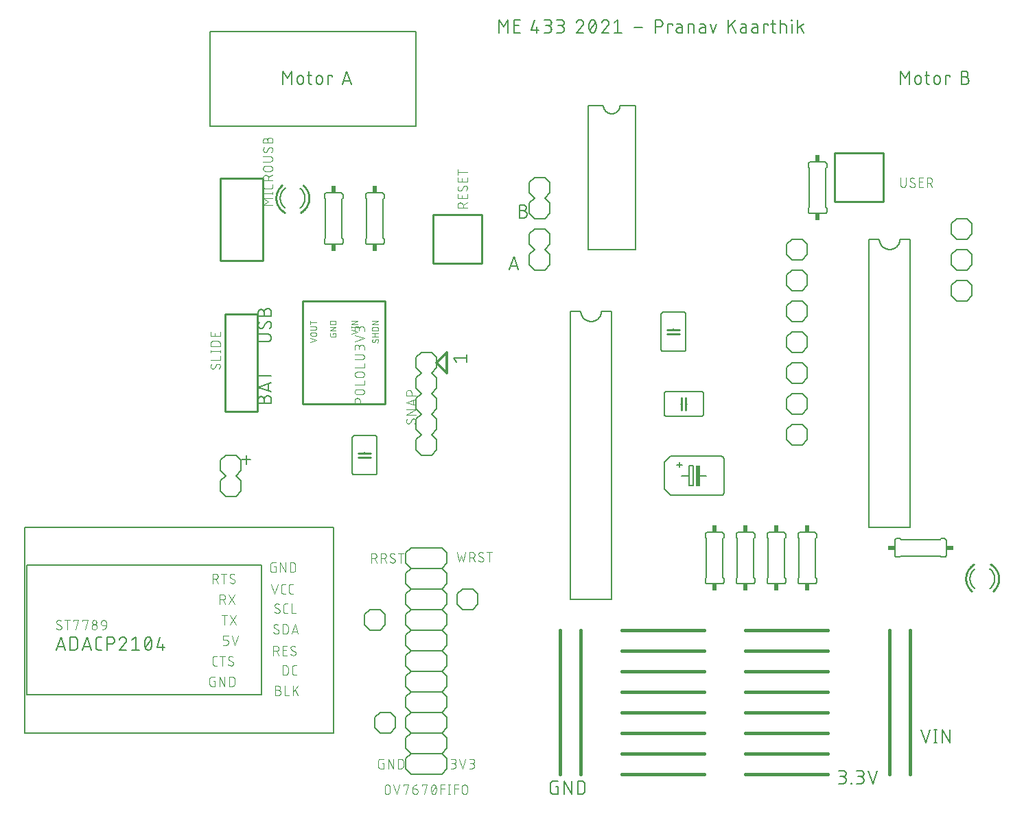
<source format=gto>
G75*
%MOIN*%
%OFA0B0*%
%FSLAX25Y25*%
%IPPOS*%
%LPD*%
%AMOC8*
5,1,8,0,0,1.08239X$1,22.5*
%
%ADD10C,0.00600*%
%ADD11C,0.01600*%
%ADD12C,0.01000*%
%ADD13C,0.00400*%
%ADD14C,0.00800*%
%ADD15C,0.00300*%
%ADD16R,0.02400X0.03400*%
%ADD17C,0.01200*%
%ADD18C,0.00500*%
%ADD19R,0.03400X0.02400*%
%ADD20R,0.02000X0.10000*%
D10*
X0016550Y0073633D02*
X0018683Y0080033D01*
X0020817Y0073633D01*
X0020283Y0075233D02*
X0017083Y0075233D01*
X0023265Y0073633D02*
X0025042Y0073633D01*
X0023265Y0073633D02*
X0023265Y0080033D01*
X0025042Y0080033D01*
X0025042Y0080034D02*
X0025124Y0080032D01*
X0025206Y0080026D01*
X0025288Y0080017D01*
X0025369Y0080004D01*
X0025449Y0079987D01*
X0025529Y0079966D01*
X0025607Y0079942D01*
X0025684Y0079914D01*
X0025760Y0079883D01*
X0025835Y0079848D01*
X0025907Y0079809D01*
X0025978Y0079768D01*
X0026047Y0079723D01*
X0026113Y0079675D01*
X0026178Y0079624D01*
X0026240Y0079570D01*
X0026299Y0079513D01*
X0026356Y0079454D01*
X0026410Y0079392D01*
X0026461Y0079327D01*
X0026509Y0079261D01*
X0026554Y0079192D01*
X0026595Y0079121D01*
X0026634Y0079049D01*
X0026669Y0078974D01*
X0026700Y0078898D01*
X0026728Y0078821D01*
X0026752Y0078743D01*
X0026773Y0078663D01*
X0026790Y0078583D01*
X0026803Y0078502D01*
X0026812Y0078420D01*
X0026818Y0078338D01*
X0026820Y0078256D01*
X0026820Y0075411D01*
X0026821Y0075411D02*
X0026819Y0075329D01*
X0026813Y0075247D01*
X0026804Y0075165D01*
X0026791Y0075084D01*
X0026774Y0075004D01*
X0026753Y0074924D01*
X0026729Y0074846D01*
X0026701Y0074769D01*
X0026670Y0074693D01*
X0026635Y0074618D01*
X0026596Y0074546D01*
X0026555Y0074475D01*
X0026510Y0074406D01*
X0026462Y0074340D01*
X0026411Y0074275D01*
X0026357Y0074213D01*
X0026300Y0074154D01*
X0026241Y0074097D01*
X0026179Y0074043D01*
X0026114Y0073992D01*
X0026048Y0073944D01*
X0025979Y0073899D01*
X0025908Y0073858D01*
X0025836Y0073819D01*
X0025761Y0073784D01*
X0025685Y0073753D01*
X0025608Y0073725D01*
X0025530Y0073701D01*
X0025450Y0073680D01*
X0025370Y0073663D01*
X0025289Y0073650D01*
X0025207Y0073641D01*
X0025125Y0073635D01*
X0025043Y0073633D01*
X0029268Y0073633D02*
X0031402Y0080033D01*
X0033535Y0073633D01*
X0033002Y0075233D02*
X0029802Y0075233D01*
X0035762Y0075056D02*
X0035762Y0078611D01*
X0035763Y0078611D02*
X0035765Y0078685D01*
X0035771Y0078760D01*
X0035781Y0078833D01*
X0035794Y0078907D01*
X0035811Y0078979D01*
X0035833Y0079050D01*
X0035857Y0079121D01*
X0035886Y0079189D01*
X0035918Y0079257D01*
X0035954Y0079322D01*
X0035992Y0079385D01*
X0036035Y0079447D01*
X0036080Y0079506D01*
X0036128Y0079562D01*
X0036179Y0079617D01*
X0036233Y0079668D01*
X0036290Y0079716D01*
X0036349Y0079761D01*
X0036411Y0079804D01*
X0036474Y0079842D01*
X0036539Y0079878D01*
X0036607Y0079910D01*
X0036675Y0079939D01*
X0036746Y0079963D01*
X0036817Y0079985D01*
X0036889Y0080002D01*
X0036963Y0080015D01*
X0037036Y0080025D01*
X0037111Y0080031D01*
X0037185Y0080033D01*
X0038607Y0080033D01*
X0041194Y0080033D02*
X0042972Y0080033D01*
X0042972Y0080034D02*
X0043055Y0080032D01*
X0043138Y0080026D01*
X0043221Y0080016D01*
X0043304Y0080003D01*
X0043385Y0079985D01*
X0043466Y0079964D01*
X0043545Y0079939D01*
X0043623Y0079910D01*
X0043700Y0079878D01*
X0043775Y0079842D01*
X0043849Y0079803D01*
X0043920Y0079760D01*
X0043990Y0079714D01*
X0044057Y0079664D01*
X0044122Y0079612D01*
X0044184Y0079557D01*
X0044244Y0079498D01*
X0044301Y0079437D01*
X0044355Y0079374D01*
X0044406Y0079308D01*
X0044453Y0079239D01*
X0044498Y0079169D01*
X0044539Y0079096D01*
X0044576Y0079022D01*
X0044611Y0078946D01*
X0044641Y0078868D01*
X0044668Y0078790D01*
X0044691Y0078709D01*
X0044711Y0078628D01*
X0044726Y0078546D01*
X0044738Y0078464D01*
X0044746Y0078381D01*
X0044750Y0078298D01*
X0044750Y0078214D01*
X0044746Y0078131D01*
X0044738Y0078048D01*
X0044726Y0077966D01*
X0044711Y0077884D01*
X0044691Y0077803D01*
X0044668Y0077722D01*
X0044641Y0077644D01*
X0044611Y0077566D01*
X0044576Y0077490D01*
X0044539Y0077416D01*
X0044498Y0077343D01*
X0044453Y0077273D01*
X0044406Y0077204D01*
X0044355Y0077138D01*
X0044301Y0077075D01*
X0044244Y0077014D01*
X0044184Y0076955D01*
X0044122Y0076900D01*
X0044057Y0076848D01*
X0043990Y0076798D01*
X0043920Y0076752D01*
X0043849Y0076709D01*
X0043775Y0076670D01*
X0043700Y0076634D01*
X0043623Y0076602D01*
X0043545Y0076573D01*
X0043466Y0076548D01*
X0043385Y0076527D01*
X0043304Y0076509D01*
X0043221Y0076496D01*
X0043138Y0076486D01*
X0043055Y0076480D01*
X0042972Y0076478D01*
X0041194Y0076478D01*
X0041194Y0073633D02*
X0041194Y0080033D01*
X0035763Y0075056D02*
X0035765Y0074982D01*
X0035771Y0074907D01*
X0035781Y0074834D01*
X0035794Y0074760D01*
X0035811Y0074688D01*
X0035833Y0074617D01*
X0035857Y0074546D01*
X0035886Y0074478D01*
X0035918Y0074410D01*
X0035954Y0074345D01*
X0035992Y0074282D01*
X0036035Y0074220D01*
X0036080Y0074161D01*
X0036128Y0074104D01*
X0036179Y0074050D01*
X0036233Y0073999D01*
X0036290Y0073951D01*
X0036349Y0073906D01*
X0036411Y0073863D01*
X0036474Y0073825D01*
X0036539Y0073789D01*
X0036607Y0073757D01*
X0036675Y0073728D01*
X0036746Y0073704D01*
X0036817Y0073682D01*
X0036889Y0073665D01*
X0036963Y0073652D01*
X0037036Y0073642D01*
X0037111Y0073636D01*
X0037185Y0073634D01*
X0037185Y0073633D02*
X0038607Y0073633D01*
X0047060Y0073633D02*
X0050616Y0073633D01*
X0053214Y0073633D02*
X0056770Y0073633D01*
X0054992Y0073633D02*
X0054992Y0080033D01*
X0053214Y0078611D01*
X0050083Y0077189D02*
X0047060Y0073633D01*
X0047060Y0078611D02*
X0047089Y0078696D01*
X0047122Y0078779D01*
X0047159Y0078860D01*
X0047199Y0078940D01*
X0047242Y0079017D01*
X0047289Y0079093D01*
X0047339Y0079167D01*
X0047392Y0079239D01*
X0047448Y0079308D01*
X0047507Y0079375D01*
X0047569Y0079439D01*
X0047634Y0079500D01*
X0047701Y0079559D01*
X0047771Y0079614D01*
X0047843Y0079667D01*
X0047917Y0079716D01*
X0047994Y0079762D01*
X0048072Y0079804D01*
X0048152Y0079844D01*
X0048234Y0079879D01*
X0048317Y0079912D01*
X0048401Y0079940D01*
X0048487Y0079965D01*
X0048574Y0079986D01*
X0048661Y0080003D01*
X0048749Y0080017D01*
X0048838Y0080026D01*
X0048927Y0080032D01*
X0049016Y0080034D01*
X0049016Y0080033D02*
X0049095Y0080031D01*
X0049173Y0080025D01*
X0049251Y0080016D01*
X0049328Y0080002D01*
X0049405Y0079985D01*
X0049480Y0079964D01*
X0049555Y0079939D01*
X0049628Y0079911D01*
X0049700Y0079879D01*
X0049770Y0079844D01*
X0049839Y0079805D01*
X0049905Y0079763D01*
X0049969Y0079718D01*
X0050031Y0079670D01*
X0050090Y0079619D01*
X0050147Y0079564D01*
X0050202Y0079507D01*
X0050253Y0079448D01*
X0050301Y0079386D01*
X0050346Y0079322D01*
X0050388Y0079256D01*
X0050427Y0079187D01*
X0050462Y0079117D01*
X0050494Y0079045D01*
X0050522Y0078972D01*
X0050547Y0078897D01*
X0050568Y0078822D01*
X0050585Y0078745D01*
X0050599Y0078668D01*
X0050608Y0078590D01*
X0050614Y0078512D01*
X0050616Y0078433D01*
X0050614Y0078351D01*
X0050608Y0078269D01*
X0050598Y0078188D01*
X0050585Y0078107D01*
X0050567Y0078027D01*
X0050546Y0077948D01*
X0050521Y0077870D01*
X0050493Y0077794D01*
X0050460Y0077718D01*
X0050425Y0077645D01*
X0050385Y0077573D01*
X0050343Y0077503D01*
X0050297Y0077435D01*
X0050248Y0077370D01*
X0050196Y0077307D01*
X0050140Y0077246D01*
X0050083Y0077188D01*
X0062391Y0074522D02*
X0062451Y0074649D01*
X0062507Y0074778D01*
X0062560Y0074908D01*
X0062610Y0075040D01*
X0062656Y0075173D01*
X0062698Y0075307D01*
X0062737Y0075442D01*
X0062773Y0075579D01*
X0062804Y0075716D01*
X0062832Y0075854D01*
X0062857Y0075992D01*
X0062877Y0076131D01*
X0062894Y0076271D01*
X0062907Y0076411D01*
X0062916Y0076552D01*
X0062922Y0076692D01*
X0062924Y0076833D01*
X0059368Y0076833D02*
X0059370Y0076974D01*
X0059376Y0077114D01*
X0059385Y0077255D01*
X0059398Y0077395D01*
X0059415Y0077535D01*
X0059435Y0077674D01*
X0059460Y0077812D01*
X0059488Y0077950D01*
X0059519Y0078087D01*
X0059555Y0078224D01*
X0059594Y0078359D01*
X0059636Y0078493D01*
X0059682Y0078626D01*
X0059732Y0078758D01*
X0059785Y0078888D01*
X0059841Y0079017D01*
X0059901Y0079144D01*
X0061146Y0080034D02*
X0061217Y0080032D01*
X0061288Y0080026D01*
X0061358Y0080017D01*
X0061428Y0080003D01*
X0061497Y0079986D01*
X0061564Y0079966D01*
X0061631Y0079941D01*
X0061696Y0079913D01*
X0061760Y0079882D01*
X0061822Y0079847D01*
X0061882Y0079809D01*
X0061940Y0079768D01*
X0061995Y0079724D01*
X0062048Y0079676D01*
X0062098Y0079626D01*
X0062146Y0079574D01*
X0062191Y0079519D01*
X0062232Y0079461D01*
X0062271Y0079401D01*
X0062306Y0079340D01*
X0062338Y0079276D01*
X0062366Y0079211D01*
X0062391Y0079145D01*
X0062568Y0078611D02*
X0059724Y0075056D01*
X0061146Y0073633D02*
X0061217Y0073635D01*
X0061288Y0073641D01*
X0061358Y0073650D01*
X0061428Y0073664D01*
X0061497Y0073681D01*
X0061564Y0073701D01*
X0061631Y0073726D01*
X0061696Y0073754D01*
X0061760Y0073785D01*
X0061822Y0073820D01*
X0061882Y0073858D01*
X0061939Y0073899D01*
X0061995Y0073943D01*
X0062048Y0073991D01*
X0062098Y0074041D01*
X0062146Y0074093D01*
X0062191Y0074148D01*
X0062232Y0074206D01*
X0062271Y0074266D01*
X0062306Y0074327D01*
X0062338Y0074391D01*
X0062366Y0074456D01*
X0062391Y0074522D01*
X0061146Y0073633D02*
X0061075Y0073635D01*
X0061004Y0073641D01*
X0060934Y0073650D01*
X0060864Y0073664D01*
X0060795Y0073681D01*
X0060728Y0073701D01*
X0060661Y0073726D01*
X0060596Y0073754D01*
X0060532Y0073785D01*
X0060470Y0073820D01*
X0060410Y0073858D01*
X0060352Y0073899D01*
X0060297Y0073943D01*
X0060244Y0073991D01*
X0060194Y0074041D01*
X0060146Y0074093D01*
X0060101Y0074148D01*
X0060060Y0074206D01*
X0060021Y0074266D01*
X0059986Y0074327D01*
X0059954Y0074391D01*
X0059926Y0074456D01*
X0059901Y0074522D01*
X0062924Y0076833D02*
X0062922Y0076974D01*
X0062916Y0077114D01*
X0062907Y0077255D01*
X0062894Y0077395D01*
X0062877Y0077535D01*
X0062857Y0077674D01*
X0062832Y0077812D01*
X0062804Y0077950D01*
X0062773Y0078087D01*
X0062737Y0078224D01*
X0062698Y0078359D01*
X0062656Y0078493D01*
X0062610Y0078626D01*
X0062560Y0078758D01*
X0062507Y0078888D01*
X0062451Y0079017D01*
X0062391Y0079144D01*
X0061146Y0080034D02*
X0061075Y0080032D01*
X0061004Y0080026D01*
X0060934Y0080017D01*
X0060864Y0080003D01*
X0060795Y0079986D01*
X0060728Y0079966D01*
X0060661Y0079941D01*
X0060596Y0079913D01*
X0060532Y0079882D01*
X0060470Y0079847D01*
X0060410Y0079809D01*
X0060352Y0079768D01*
X0060297Y0079724D01*
X0060244Y0079676D01*
X0060194Y0079626D01*
X0060146Y0079574D01*
X0060101Y0079519D01*
X0060060Y0079461D01*
X0060021Y0079401D01*
X0059986Y0079340D01*
X0059954Y0079276D01*
X0059926Y0079211D01*
X0059901Y0079145D01*
X0059369Y0076833D02*
X0059371Y0076692D01*
X0059377Y0076552D01*
X0059386Y0076411D01*
X0059399Y0076271D01*
X0059416Y0076131D01*
X0059436Y0075992D01*
X0059461Y0075854D01*
X0059489Y0075716D01*
X0059520Y0075579D01*
X0059556Y0075442D01*
X0059595Y0075307D01*
X0059637Y0075173D01*
X0059683Y0075040D01*
X0059733Y0074908D01*
X0059786Y0074778D01*
X0059842Y0074649D01*
X0059902Y0074522D01*
X0065522Y0075056D02*
X0069078Y0075056D01*
X0068011Y0076478D02*
X0068011Y0073633D01*
X0065522Y0075056D02*
X0066945Y0080033D01*
X0160250Y0159833D02*
X0160250Y0176833D01*
X0160252Y0176893D01*
X0160257Y0176954D01*
X0160266Y0177013D01*
X0160279Y0177072D01*
X0160295Y0177131D01*
X0160315Y0177188D01*
X0160338Y0177243D01*
X0160365Y0177298D01*
X0160394Y0177350D01*
X0160427Y0177401D01*
X0160463Y0177450D01*
X0160501Y0177496D01*
X0160543Y0177540D01*
X0160587Y0177582D01*
X0160633Y0177620D01*
X0160682Y0177656D01*
X0160733Y0177689D01*
X0160785Y0177718D01*
X0160840Y0177745D01*
X0160895Y0177768D01*
X0160952Y0177788D01*
X0161011Y0177804D01*
X0161070Y0177817D01*
X0161129Y0177826D01*
X0161190Y0177831D01*
X0161250Y0177833D01*
X0171250Y0177833D01*
X0171310Y0177831D01*
X0171371Y0177826D01*
X0171430Y0177817D01*
X0171489Y0177804D01*
X0171548Y0177788D01*
X0171605Y0177768D01*
X0171660Y0177745D01*
X0171715Y0177718D01*
X0171767Y0177689D01*
X0171818Y0177656D01*
X0171867Y0177620D01*
X0171913Y0177582D01*
X0171957Y0177540D01*
X0171999Y0177496D01*
X0172037Y0177450D01*
X0172073Y0177401D01*
X0172106Y0177350D01*
X0172135Y0177298D01*
X0172162Y0177243D01*
X0172185Y0177188D01*
X0172205Y0177131D01*
X0172221Y0177072D01*
X0172234Y0177013D01*
X0172243Y0176954D01*
X0172248Y0176893D01*
X0172250Y0176833D01*
X0172250Y0159833D01*
X0172248Y0159773D01*
X0172243Y0159712D01*
X0172234Y0159653D01*
X0172221Y0159594D01*
X0172205Y0159535D01*
X0172185Y0159478D01*
X0172162Y0159423D01*
X0172135Y0159368D01*
X0172106Y0159316D01*
X0172073Y0159265D01*
X0172037Y0159216D01*
X0171999Y0159170D01*
X0171957Y0159126D01*
X0171913Y0159084D01*
X0171867Y0159046D01*
X0171818Y0159010D01*
X0171767Y0158977D01*
X0171715Y0158948D01*
X0171660Y0158921D01*
X0171605Y0158898D01*
X0171548Y0158878D01*
X0171489Y0158862D01*
X0171430Y0158849D01*
X0171371Y0158840D01*
X0171310Y0158835D01*
X0171250Y0158833D01*
X0161250Y0158833D01*
X0161190Y0158835D01*
X0161129Y0158840D01*
X0161070Y0158849D01*
X0161011Y0158862D01*
X0160952Y0158878D01*
X0160895Y0158898D01*
X0160840Y0158921D01*
X0160785Y0158948D01*
X0160733Y0158977D01*
X0160682Y0159010D01*
X0160633Y0159046D01*
X0160587Y0159084D01*
X0160543Y0159126D01*
X0160501Y0159170D01*
X0160463Y0159216D01*
X0160427Y0159265D01*
X0160394Y0159316D01*
X0160365Y0159368D01*
X0160338Y0159423D01*
X0160315Y0159478D01*
X0160295Y0159535D01*
X0160279Y0159594D01*
X0160266Y0159653D01*
X0160257Y0159712D01*
X0160252Y0159773D01*
X0160250Y0159833D01*
X0166250Y0166833D02*
X0166250Y0167333D01*
X0166250Y0169333D02*
X0166250Y0169833D01*
X0120950Y0193633D02*
X0114550Y0193633D01*
X0114550Y0195411D01*
X0114552Y0195485D01*
X0114558Y0195560D01*
X0114568Y0195633D01*
X0114581Y0195707D01*
X0114598Y0195779D01*
X0114620Y0195850D01*
X0114644Y0195921D01*
X0114673Y0195989D01*
X0114705Y0196057D01*
X0114741Y0196122D01*
X0114779Y0196185D01*
X0114822Y0196247D01*
X0114867Y0196306D01*
X0114915Y0196363D01*
X0114966Y0196417D01*
X0115020Y0196468D01*
X0115077Y0196516D01*
X0115136Y0196561D01*
X0115198Y0196604D01*
X0115261Y0196642D01*
X0115326Y0196678D01*
X0115394Y0196710D01*
X0115462Y0196739D01*
X0115533Y0196763D01*
X0115604Y0196785D01*
X0115676Y0196802D01*
X0115750Y0196815D01*
X0115823Y0196825D01*
X0115898Y0196831D01*
X0115972Y0196833D01*
X0116046Y0196831D01*
X0116121Y0196825D01*
X0116194Y0196815D01*
X0116268Y0196802D01*
X0116340Y0196785D01*
X0116411Y0196763D01*
X0116482Y0196739D01*
X0116550Y0196710D01*
X0116618Y0196678D01*
X0116683Y0196642D01*
X0116746Y0196604D01*
X0116808Y0196561D01*
X0116867Y0196516D01*
X0116924Y0196468D01*
X0116978Y0196417D01*
X0117029Y0196363D01*
X0117077Y0196306D01*
X0117122Y0196247D01*
X0117165Y0196185D01*
X0117203Y0196122D01*
X0117239Y0196057D01*
X0117271Y0195989D01*
X0117300Y0195921D01*
X0117324Y0195850D01*
X0117346Y0195779D01*
X0117363Y0195707D01*
X0117376Y0195633D01*
X0117386Y0195560D01*
X0117392Y0195485D01*
X0117394Y0195411D01*
X0117394Y0193633D01*
X0117394Y0195411D02*
X0117396Y0195494D01*
X0117402Y0195577D01*
X0117412Y0195660D01*
X0117425Y0195743D01*
X0117443Y0195824D01*
X0117464Y0195905D01*
X0117489Y0195984D01*
X0117518Y0196062D01*
X0117550Y0196139D01*
X0117586Y0196214D01*
X0117625Y0196288D01*
X0117668Y0196359D01*
X0117714Y0196429D01*
X0117764Y0196496D01*
X0117816Y0196561D01*
X0117871Y0196623D01*
X0117930Y0196683D01*
X0117991Y0196740D01*
X0118054Y0196794D01*
X0118120Y0196845D01*
X0118189Y0196892D01*
X0118259Y0196937D01*
X0118332Y0196978D01*
X0118406Y0197015D01*
X0118482Y0197050D01*
X0118560Y0197080D01*
X0118638Y0197107D01*
X0118719Y0197130D01*
X0118800Y0197150D01*
X0118882Y0197165D01*
X0118964Y0197177D01*
X0119047Y0197185D01*
X0119130Y0197189D01*
X0119214Y0197189D01*
X0119297Y0197185D01*
X0119380Y0197177D01*
X0119462Y0197165D01*
X0119544Y0197150D01*
X0119625Y0197130D01*
X0119706Y0197107D01*
X0119784Y0197080D01*
X0119862Y0197050D01*
X0119938Y0197015D01*
X0120012Y0196978D01*
X0120085Y0196937D01*
X0120155Y0196892D01*
X0120224Y0196845D01*
X0120290Y0196794D01*
X0120353Y0196740D01*
X0120414Y0196683D01*
X0120473Y0196623D01*
X0120528Y0196561D01*
X0120580Y0196496D01*
X0120630Y0196429D01*
X0120676Y0196359D01*
X0120719Y0196288D01*
X0120758Y0196214D01*
X0120794Y0196139D01*
X0120826Y0196062D01*
X0120855Y0195984D01*
X0120880Y0195905D01*
X0120901Y0195824D01*
X0120919Y0195743D01*
X0120932Y0195660D01*
X0120942Y0195577D01*
X0120948Y0195494D01*
X0120950Y0195411D01*
X0120950Y0193633D01*
X0120950Y0199144D02*
X0114550Y0201277D01*
X0120950Y0203410D01*
X0119350Y0202877D02*
X0119350Y0199677D01*
X0114550Y0205243D02*
X0114550Y0208798D01*
X0114550Y0207021D02*
X0120950Y0207021D01*
X0119172Y0223633D02*
X0114550Y0223633D01*
X0114550Y0227189D02*
X0119172Y0227189D01*
X0119255Y0227187D01*
X0119338Y0227181D01*
X0119421Y0227171D01*
X0119504Y0227158D01*
X0119585Y0227140D01*
X0119666Y0227119D01*
X0119745Y0227094D01*
X0119823Y0227065D01*
X0119900Y0227033D01*
X0119975Y0226997D01*
X0120049Y0226958D01*
X0120120Y0226915D01*
X0120190Y0226869D01*
X0120257Y0226819D01*
X0120322Y0226767D01*
X0120384Y0226712D01*
X0120444Y0226653D01*
X0120501Y0226592D01*
X0120555Y0226529D01*
X0120606Y0226463D01*
X0120653Y0226394D01*
X0120698Y0226324D01*
X0120739Y0226251D01*
X0120776Y0226177D01*
X0120811Y0226101D01*
X0120841Y0226023D01*
X0120868Y0225945D01*
X0120891Y0225864D01*
X0120911Y0225783D01*
X0120926Y0225701D01*
X0120938Y0225619D01*
X0120946Y0225536D01*
X0120950Y0225453D01*
X0120950Y0225369D01*
X0120946Y0225286D01*
X0120938Y0225203D01*
X0120926Y0225121D01*
X0120911Y0225039D01*
X0120891Y0224958D01*
X0120868Y0224877D01*
X0120841Y0224799D01*
X0120811Y0224721D01*
X0120776Y0224645D01*
X0120739Y0224571D01*
X0120698Y0224498D01*
X0120653Y0224428D01*
X0120606Y0224359D01*
X0120555Y0224293D01*
X0120501Y0224230D01*
X0120444Y0224169D01*
X0120384Y0224110D01*
X0120322Y0224055D01*
X0120257Y0224003D01*
X0120190Y0223953D01*
X0120120Y0223907D01*
X0120049Y0223864D01*
X0119975Y0223825D01*
X0119900Y0223789D01*
X0119823Y0223757D01*
X0119745Y0223728D01*
X0119666Y0223703D01*
X0119585Y0223682D01*
X0119504Y0223664D01*
X0119421Y0223651D01*
X0119338Y0223641D01*
X0119255Y0223635D01*
X0119172Y0223633D01*
X0117217Y0230676D02*
X0118283Y0232632D01*
X0120950Y0231921D02*
X0120948Y0231813D01*
X0120942Y0231706D01*
X0120933Y0231598D01*
X0120919Y0231491D01*
X0120902Y0231385D01*
X0120881Y0231279D01*
X0120856Y0231174D01*
X0120827Y0231070D01*
X0120795Y0230967D01*
X0120759Y0230866D01*
X0120719Y0230766D01*
X0120676Y0230667D01*
X0120629Y0230570D01*
X0120579Y0230474D01*
X0120525Y0230381D01*
X0120468Y0230289D01*
X0120408Y0230200D01*
X0120345Y0230113D01*
X0120278Y0230028D01*
X0120209Y0229945D01*
X0120136Y0229865D01*
X0120061Y0229788D01*
X0118284Y0232631D02*
X0118324Y0232695D01*
X0118367Y0232756D01*
X0118413Y0232815D01*
X0118462Y0232872D01*
X0118514Y0232926D01*
X0118568Y0232977D01*
X0118626Y0233025D01*
X0118685Y0233071D01*
X0118747Y0233113D01*
X0118812Y0233152D01*
X0118878Y0233187D01*
X0118945Y0233219D01*
X0119015Y0233248D01*
X0119085Y0233273D01*
X0119157Y0233294D01*
X0119230Y0233311D01*
X0119304Y0233325D01*
X0119378Y0233334D01*
X0119453Y0233340D01*
X0119528Y0233342D01*
X0119528Y0233343D02*
X0119602Y0233341D01*
X0119677Y0233335D01*
X0119750Y0233325D01*
X0119824Y0233312D01*
X0119896Y0233295D01*
X0119967Y0233273D01*
X0120038Y0233249D01*
X0120106Y0233220D01*
X0120174Y0233188D01*
X0120239Y0233152D01*
X0120302Y0233114D01*
X0120364Y0233071D01*
X0120423Y0233026D01*
X0120480Y0232978D01*
X0120534Y0232927D01*
X0120585Y0232873D01*
X0120633Y0232816D01*
X0120678Y0232757D01*
X0120721Y0232695D01*
X0120759Y0232632D01*
X0120795Y0232567D01*
X0120827Y0232499D01*
X0120856Y0232431D01*
X0120880Y0232360D01*
X0120902Y0232289D01*
X0120919Y0232217D01*
X0120932Y0232143D01*
X0120942Y0232070D01*
X0120948Y0231995D01*
X0120950Y0231921D01*
X0115083Y0232987D02*
X0115024Y0232905D01*
X0114968Y0232821D01*
X0114916Y0232735D01*
X0114866Y0232647D01*
X0114820Y0232557D01*
X0114778Y0232466D01*
X0114739Y0232373D01*
X0114703Y0232278D01*
X0114671Y0232182D01*
X0114643Y0232085D01*
X0114618Y0231988D01*
X0114598Y0231889D01*
X0114581Y0231789D01*
X0114567Y0231689D01*
X0114558Y0231589D01*
X0114552Y0231488D01*
X0114550Y0231387D01*
X0114552Y0231313D01*
X0114558Y0231238D01*
X0114568Y0231165D01*
X0114581Y0231091D01*
X0114598Y0231019D01*
X0114620Y0230948D01*
X0114644Y0230877D01*
X0114673Y0230809D01*
X0114705Y0230741D01*
X0114741Y0230676D01*
X0114779Y0230613D01*
X0114822Y0230551D01*
X0114867Y0230492D01*
X0114915Y0230435D01*
X0114966Y0230381D01*
X0115020Y0230330D01*
X0115077Y0230282D01*
X0115136Y0230237D01*
X0115198Y0230194D01*
X0115261Y0230156D01*
X0115326Y0230120D01*
X0115394Y0230088D01*
X0115462Y0230059D01*
X0115533Y0230035D01*
X0115604Y0230013D01*
X0115676Y0229996D01*
X0115750Y0229983D01*
X0115823Y0229973D01*
X0115898Y0229967D01*
X0115972Y0229965D01*
X0115972Y0229966D02*
X0116047Y0229968D01*
X0116122Y0229974D01*
X0116196Y0229983D01*
X0116270Y0229997D01*
X0116343Y0230014D01*
X0116415Y0230035D01*
X0116485Y0230060D01*
X0116555Y0230089D01*
X0116622Y0230121D01*
X0116688Y0230156D01*
X0116753Y0230195D01*
X0116815Y0230237D01*
X0116874Y0230283D01*
X0116932Y0230331D01*
X0116986Y0230382D01*
X0117038Y0230436D01*
X0117087Y0230493D01*
X0117133Y0230552D01*
X0117176Y0230613D01*
X0117216Y0230677D01*
X0117394Y0236024D02*
X0117394Y0237802D01*
X0117392Y0237876D01*
X0117386Y0237951D01*
X0117376Y0238024D01*
X0117363Y0238098D01*
X0117346Y0238170D01*
X0117324Y0238241D01*
X0117300Y0238312D01*
X0117271Y0238380D01*
X0117239Y0238448D01*
X0117203Y0238513D01*
X0117165Y0238576D01*
X0117122Y0238638D01*
X0117077Y0238697D01*
X0117029Y0238754D01*
X0116978Y0238808D01*
X0116924Y0238859D01*
X0116867Y0238907D01*
X0116808Y0238952D01*
X0116746Y0238995D01*
X0116683Y0239033D01*
X0116618Y0239069D01*
X0116550Y0239101D01*
X0116482Y0239130D01*
X0116411Y0239154D01*
X0116340Y0239176D01*
X0116268Y0239193D01*
X0116194Y0239206D01*
X0116121Y0239216D01*
X0116046Y0239222D01*
X0115972Y0239224D01*
X0115898Y0239222D01*
X0115823Y0239216D01*
X0115750Y0239206D01*
X0115676Y0239193D01*
X0115604Y0239176D01*
X0115533Y0239154D01*
X0115462Y0239130D01*
X0115394Y0239101D01*
X0115326Y0239069D01*
X0115261Y0239033D01*
X0115198Y0238995D01*
X0115136Y0238952D01*
X0115077Y0238907D01*
X0115020Y0238859D01*
X0114966Y0238808D01*
X0114915Y0238754D01*
X0114867Y0238697D01*
X0114822Y0238638D01*
X0114779Y0238576D01*
X0114741Y0238513D01*
X0114705Y0238448D01*
X0114673Y0238380D01*
X0114644Y0238312D01*
X0114620Y0238241D01*
X0114598Y0238170D01*
X0114581Y0238098D01*
X0114568Y0238024D01*
X0114558Y0237951D01*
X0114552Y0237876D01*
X0114550Y0237802D01*
X0114550Y0236024D01*
X0120950Y0236024D01*
X0120950Y0237802D01*
X0120948Y0237885D01*
X0120942Y0237968D01*
X0120932Y0238051D01*
X0120919Y0238134D01*
X0120901Y0238215D01*
X0120880Y0238296D01*
X0120855Y0238375D01*
X0120826Y0238453D01*
X0120794Y0238530D01*
X0120758Y0238605D01*
X0120719Y0238679D01*
X0120676Y0238750D01*
X0120630Y0238820D01*
X0120580Y0238887D01*
X0120528Y0238952D01*
X0120473Y0239014D01*
X0120414Y0239074D01*
X0120353Y0239131D01*
X0120290Y0239185D01*
X0120224Y0239236D01*
X0120155Y0239283D01*
X0120085Y0239328D01*
X0120012Y0239369D01*
X0119938Y0239406D01*
X0119862Y0239441D01*
X0119784Y0239471D01*
X0119706Y0239498D01*
X0119625Y0239521D01*
X0119544Y0239541D01*
X0119462Y0239556D01*
X0119380Y0239568D01*
X0119297Y0239576D01*
X0119214Y0239580D01*
X0119130Y0239580D01*
X0119047Y0239576D01*
X0118964Y0239568D01*
X0118882Y0239556D01*
X0118800Y0239541D01*
X0118719Y0239521D01*
X0118638Y0239498D01*
X0118560Y0239471D01*
X0118482Y0239441D01*
X0118406Y0239406D01*
X0118332Y0239369D01*
X0118259Y0239328D01*
X0118189Y0239283D01*
X0118120Y0239236D01*
X0118054Y0239185D01*
X0117991Y0239131D01*
X0117930Y0239074D01*
X0117871Y0239014D01*
X0117816Y0238952D01*
X0117764Y0238887D01*
X0117714Y0238820D01*
X0117668Y0238750D01*
X0117625Y0238679D01*
X0117586Y0238605D01*
X0117550Y0238530D01*
X0117518Y0238453D01*
X0117489Y0238375D01*
X0117464Y0238296D01*
X0117443Y0238215D01*
X0117425Y0238134D01*
X0117412Y0238051D01*
X0117402Y0237968D01*
X0117396Y0237885D01*
X0117394Y0237802D01*
X0147750Y0270833D02*
X0154750Y0270833D01*
X0154810Y0270835D01*
X0154871Y0270840D01*
X0154930Y0270849D01*
X0154989Y0270862D01*
X0155048Y0270878D01*
X0155105Y0270898D01*
X0155160Y0270921D01*
X0155215Y0270948D01*
X0155267Y0270977D01*
X0155318Y0271010D01*
X0155367Y0271046D01*
X0155413Y0271084D01*
X0155457Y0271126D01*
X0155499Y0271170D01*
X0155537Y0271216D01*
X0155573Y0271265D01*
X0155606Y0271316D01*
X0155635Y0271368D01*
X0155662Y0271423D01*
X0155685Y0271478D01*
X0155705Y0271535D01*
X0155721Y0271594D01*
X0155734Y0271653D01*
X0155743Y0271712D01*
X0155748Y0271773D01*
X0155750Y0271833D01*
X0155750Y0273333D01*
X0155250Y0273833D01*
X0155250Y0292833D01*
X0155750Y0293333D01*
X0155750Y0294833D01*
X0155748Y0294893D01*
X0155743Y0294954D01*
X0155734Y0295013D01*
X0155721Y0295072D01*
X0155705Y0295131D01*
X0155685Y0295188D01*
X0155662Y0295243D01*
X0155635Y0295298D01*
X0155606Y0295350D01*
X0155573Y0295401D01*
X0155537Y0295450D01*
X0155499Y0295496D01*
X0155457Y0295540D01*
X0155413Y0295582D01*
X0155367Y0295620D01*
X0155318Y0295656D01*
X0155267Y0295689D01*
X0155215Y0295718D01*
X0155160Y0295745D01*
X0155105Y0295768D01*
X0155048Y0295788D01*
X0154989Y0295804D01*
X0154930Y0295817D01*
X0154871Y0295826D01*
X0154810Y0295831D01*
X0154750Y0295833D01*
X0147750Y0295833D01*
X0147690Y0295831D01*
X0147629Y0295826D01*
X0147570Y0295817D01*
X0147511Y0295804D01*
X0147452Y0295788D01*
X0147395Y0295768D01*
X0147340Y0295745D01*
X0147285Y0295718D01*
X0147233Y0295689D01*
X0147182Y0295656D01*
X0147133Y0295620D01*
X0147087Y0295582D01*
X0147043Y0295540D01*
X0147001Y0295496D01*
X0146963Y0295450D01*
X0146927Y0295401D01*
X0146894Y0295350D01*
X0146865Y0295298D01*
X0146838Y0295243D01*
X0146815Y0295188D01*
X0146795Y0295131D01*
X0146779Y0295072D01*
X0146766Y0295013D01*
X0146757Y0294954D01*
X0146752Y0294893D01*
X0146750Y0294833D01*
X0146750Y0293333D01*
X0147250Y0292833D01*
X0147250Y0273833D01*
X0146750Y0273333D01*
X0146750Y0271833D01*
X0146752Y0271773D01*
X0146757Y0271712D01*
X0146766Y0271653D01*
X0146779Y0271594D01*
X0146795Y0271535D01*
X0146815Y0271478D01*
X0146838Y0271423D01*
X0146865Y0271368D01*
X0146894Y0271316D01*
X0146927Y0271265D01*
X0146963Y0271216D01*
X0147001Y0271170D01*
X0147043Y0271126D01*
X0147087Y0271084D01*
X0147133Y0271046D01*
X0147182Y0271010D01*
X0147233Y0270977D01*
X0147285Y0270948D01*
X0147340Y0270921D01*
X0147395Y0270898D01*
X0147452Y0270878D01*
X0147511Y0270862D01*
X0147570Y0270849D01*
X0147629Y0270840D01*
X0147690Y0270835D01*
X0147750Y0270833D01*
X0166750Y0271833D02*
X0166750Y0273333D01*
X0167250Y0273833D01*
X0167250Y0292833D01*
X0166750Y0293333D01*
X0166750Y0294833D01*
X0166752Y0294893D01*
X0166757Y0294954D01*
X0166766Y0295013D01*
X0166779Y0295072D01*
X0166795Y0295131D01*
X0166815Y0295188D01*
X0166838Y0295243D01*
X0166865Y0295298D01*
X0166894Y0295350D01*
X0166927Y0295401D01*
X0166963Y0295450D01*
X0167001Y0295496D01*
X0167043Y0295540D01*
X0167087Y0295582D01*
X0167133Y0295620D01*
X0167182Y0295656D01*
X0167233Y0295689D01*
X0167285Y0295718D01*
X0167340Y0295745D01*
X0167395Y0295768D01*
X0167452Y0295788D01*
X0167511Y0295804D01*
X0167570Y0295817D01*
X0167629Y0295826D01*
X0167690Y0295831D01*
X0167750Y0295833D01*
X0174750Y0295833D01*
X0174810Y0295831D01*
X0174871Y0295826D01*
X0174930Y0295817D01*
X0174989Y0295804D01*
X0175048Y0295788D01*
X0175105Y0295768D01*
X0175160Y0295745D01*
X0175215Y0295718D01*
X0175267Y0295689D01*
X0175318Y0295656D01*
X0175367Y0295620D01*
X0175413Y0295582D01*
X0175457Y0295540D01*
X0175499Y0295496D01*
X0175537Y0295450D01*
X0175573Y0295401D01*
X0175606Y0295350D01*
X0175635Y0295298D01*
X0175662Y0295243D01*
X0175685Y0295188D01*
X0175705Y0295131D01*
X0175721Y0295072D01*
X0175734Y0295013D01*
X0175743Y0294954D01*
X0175748Y0294893D01*
X0175750Y0294833D01*
X0175750Y0293333D01*
X0175250Y0292833D01*
X0175250Y0273833D01*
X0175750Y0273333D01*
X0175750Y0271833D01*
X0175748Y0271773D01*
X0175743Y0271712D01*
X0175734Y0271653D01*
X0175721Y0271594D01*
X0175705Y0271535D01*
X0175685Y0271478D01*
X0175662Y0271423D01*
X0175635Y0271368D01*
X0175606Y0271316D01*
X0175573Y0271265D01*
X0175537Y0271216D01*
X0175499Y0271170D01*
X0175457Y0271126D01*
X0175413Y0271084D01*
X0175367Y0271046D01*
X0175318Y0271010D01*
X0175267Y0270977D01*
X0175215Y0270948D01*
X0175160Y0270921D01*
X0175105Y0270898D01*
X0175048Y0270878D01*
X0174989Y0270862D01*
X0174930Y0270849D01*
X0174871Y0270840D01*
X0174810Y0270835D01*
X0174750Y0270833D01*
X0167750Y0270833D01*
X0167690Y0270835D01*
X0167629Y0270840D01*
X0167570Y0270849D01*
X0167511Y0270862D01*
X0167452Y0270878D01*
X0167395Y0270898D01*
X0167340Y0270921D01*
X0167285Y0270948D01*
X0167233Y0270977D01*
X0167182Y0271010D01*
X0167133Y0271046D01*
X0167087Y0271084D01*
X0167043Y0271126D01*
X0167001Y0271170D01*
X0166963Y0271216D01*
X0166927Y0271265D01*
X0166894Y0271316D01*
X0166865Y0271368D01*
X0166838Y0271423D01*
X0166815Y0271478D01*
X0166795Y0271535D01*
X0166779Y0271594D01*
X0166766Y0271653D01*
X0166757Y0271712D01*
X0166752Y0271773D01*
X0166750Y0271833D01*
X0125250Y0293333D02*
X0125252Y0293487D01*
X0125258Y0293641D01*
X0125268Y0293795D01*
X0125282Y0293949D01*
X0125299Y0294102D01*
X0125321Y0294254D01*
X0125347Y0294406D01*
X0125376Y0294558D01*
X0125410Y0294708D01*
X0125447Y0294858D01*
X0125488Y0295006D01*
X0125533Y0295154D01*
X0125582Y0295300D01*
X0125634Y0295445D01*
X0125690Y0295588D01*
X0125750Y0295731D01*
X0125813Y0295871D01*
X0125880Y0296010D01*
X0125951Y0296147D01*
X0126025Y0296282D01*
X0126102Y0296415D01*
X0126183Y0296547D01*
X0126267Y0296676D01*
X0126355Y0296803D01*
X0126446Y0296927D01*
X0126539Y0297049D01*
X0126637Y0297169D01*
X0126737Y0297286D01*
X0126840Y0297401D01*
X0126946Y0297513D01*
X0127054Y0297622D01*
X0127166Y0297728D01*
X0127280Y0297832D01*
X0127397Y0297932D01*
X0127516Y0298030D01*
X0127638Y0298124D01*
X0127763Y0298215D01*
X0137250Y0293333D02*
X0137248Y0293181D01*
X0137242Y0293030D01*
X0137233Y0292879D01*
X0137219Y0292727D01*
X0137202Y0292577D01*
X0137181Y0292427D01*
X0137156Y0292277D01*
X0137128Y0292128D01*
X0137095Y0291980D01*
X0137059Y0291833D01*
X0137020Y0291686D01*
X0136976Y0291541D01*
X0136929Y0291397D01*
X0136878Y0291254D01*
X0136824Y0291113D01*
X0136766Y0290972D01*
X0136705Y0290834D01*
X0136640Y0290697D01*
X0136571Y0290561D01*
X0136500Y0290428D01*
X0136425Y0290296D01*
X0136346Y0290166D01*
X0136265Y0290039D01*
X0136180Y0289913D01*
X0136092Y0289789D01*
X0136001Y0289668D01*
X0135907Y0289549D01*
X0135809Y0289433D01*
X0135709Y0289319D01*
X0135607Y0289207D01*
X0135501Y0289099D01*
X0135393Y0288993D01*
X0135282Y0288889D01*
X0135168Y0288789D01*
X0135052Y0288691D01*
X0134933Y0288597D01*
X0137250Y0293333D02*
X0137248Y0293485D01*
X0137242Y0293636D01*
X0137233Y0293787D01*
X0137219Y0293939D01*
X0137202Y0294089D01*
X0137181Y0294239D01*
X0137156Y0294389D01*
X0137128Y0294538D01*
X0137095Y0294686D01*
X0137059Y0294833D01*
X0137020Y0294980D01*
X0136976Y0295125D01*
X0136929Y0295269D01*
X0136878Y0295412D01*
X0136824Y0295553D01*
X0136766Y0295694D01*
X0136705Y0295832D01*
X0136640Y0295969D01*
X0136571Y0296105D01*
X0136500Y0296238D01*
X0136425Y0296370D01*
X0136346Y0296500D01*
X0136265Y0296627D01*
X0136180Y0296753D01*
X0136092Y0296877D01*
X0136001Y0296998D01*
X0135907Y0297117D01*
X0135809Y0297233D01*
X0135709Y0297347D01*
X0135607Y0297459D01*
X0135501Y0297567D01*
X0135393Y0297673D01*
X0135282Y0297777D01*
X0135168Y0297877D01*
X0135052Y0297975D01*
X0134933Y0298069D01*
X0125250Y0293333D02*
X0125252Y0293183D01*
X0125258Y0293032D01*
X0125267Y0292882D01*
X0125280Y0292733D01*
X0125297Y0292583D01*
X0125318Y0292434D01*
X0125342Y0292286D01*
X0125370Y0292138D01*
X0125402Y0291991D01*
X0125437Y0291845D01*
X0125477Y0291700D01*
X0125519Y0291556D01*
X0125566Y0291413D01*
X0125616Y0291271D01*
X0125669Y0291130D01*
X0125726Y0290991D01*
X0125786Y0290853D01*
X0125850Y0290717D01*
X0125917Y0290583D01*
X0125988Y0290450D01*
X0126062Y0290319D01*
X0126139Y0290190D01*
X0126220Y0290063D01*
X0126303Y0289938D01*
X0126390Y0289815D01*
X0126479Y0289694D01*
X0126572Y0289576D01*
X0126668Y0289460D01*
X0126766Y0289346D01*
X0126867Y0289235D01*
X0126972Y0289126D01*
X0127078Y0289021D01*
X0127188Y0288917D01*
X0127300Y0288817D01*
X0127414Y0288719D01*
X0127531Y0288625D01*
X0127650Y0288533D01*
X0091250Y0328333D02*
X0091250Y0374333D01*
X0191250Y0374333D01*
X0191250Y0328333D01*
X0091250Y0328333D01*
X0126550Y0348633D02*
X0126550Y0355033D01*
X0128683Y0351478D01*
X0130817Y0355033D01*
X0130817Y0348633D01*
X0133620Y0350056D02*
X0133620Y0351478D01*
X0133622Y0351552D01*
X0133628Y0351627D01*
X0133638Y0351700D01*
X0133651Y0351774D01*
X0133668Y0351846D01*
X0133690Y0351917D01*
X0133714Y0351988D01*
X0133743Y0352056D01*
X0133775Y0352124D01*
X0133811Y0352189D01*
X0133849Y0352252D01*
X0133892Y0352314D01*
X0133937Y0352373D01*
X0133985Y0352430D01*
X0134036Y0352484D01*
X0134090Y0352535D01*
X0134147Y0352583D01*
X0134206Y0352628D01*
X0134268Y0352671D01*
X0134331Y0352709D01*
X0134396Y0352745D01*
X0134464Y0352777D01*
X0134532Y0352806D01*
X0134603Y0352830D01*
X0134674Y0352852D01*
X0134746Y0352869D01*
X0134820Y0352882D01*
X0134893Y0352892D01*
X0134968Y0352898D01*
X0135042Y0352900D01*
X0135116Y0352898D01*
X0135191Y0352892D01*
X0135264Y0352882D01*
X0135338Y0352869D01*
X0135410Y0352852D01*
X0135481Y0352830D01*
X0135552Y0352806D01*
X0135620Y0352777D01*
X0135688Y0352745D01*
X0135753Y0352709D01*
X0135816Y0352671D01*
X0135878Y0352628D01*
X0135937Y0352583D01*
X0135994Y0352535D01*
X0136048Y0352484D01*
X0136099Y0352430D01*
X0136147Y0352373D01*
X0136192Y0352314D01*
X0136235Y0352252D01*
X0136273Y0352189D01*
X0136309Y0352124D01*
X0136341Y0352056D01*
X0136370Y0351988D01*
X0136394Y0351917D01*
X0136416Y0351846D01*
X0136433Y0351774D01*
X0136446Y0351700D01*
X0136456Y0351627D01*
X0136462Y0351552D01*
X0136464Y0351478D01*
X0136465Y0351478D02*
X0136465Y0350056D01*
X0136464Y0350056D02*
X0136462Y0349982D01*
X0136456Y0349907D01*
X0136446Y0349834D01*
X0136433Y0349760D01*
X0136416Y0349688D01*
X0136394Y0349617D01*
X0136370Y0349546D01*
X0136341Y0349478D01*
X0136309Y0349410D01*
X0136273Y0349345D01*
X0136235Y0349282D01*
X0136192Y0349220D01*
X0136147Y0349161D01*
X0136099Y0349104D01*
X0136048Y0349050D01*
X0135994Y0348999D01*
X0135937Y0348951D01*
X0135878Y0348906D01*
X0135816Y0348863D01*
X0135753Y0348825D01*
X0135688Y0348789D01*
X0135620Y0348757D01*
X0135552Y0348728D01*
X0135481Y0348704D01*
X0135410Y0348682D01*
X0135338Y0348665D01*
X0135264Y0348652D01*
X0135191Y0348642D01*
X0135116Y0348636D01*
X0135042Y0348634D01*
X0134968Y0348636D01*
X0134893Y0348642D01*
X0134820Y0348652D01*
X0134746Y0348665D01*
X0134674Y0348682D01*
X0134603Y0348704D01*
X0134532Y0348728D01*
X0134464Y0348757D01*
X0134396Y0348789D01*
X0134331Y0348825D01*
X0134268Y0348863D01*
X0134206Y0348906D01*
X0134147Y0348951D01*
X0134090Y0348999D01*
X0134036Y0349050D01*
X0133985Y0349104D01*
X0133937Y0349161D01*
X0133892Y0349220D01*
X0133849Y0349282D01*
X0133811Y0349345D01*
X0133775Y0349410D01*
X0133743Y0349478D01*
X0133714Y0349546D01*
X0133690Y0349617D01*
X0133668Y0349688D01*
X0133651Y0349760D01*
X0133638Y0349834D01*
X0133628Y0349907D01*
X0133622Y0349982D01*
X0133620Y0350056D01*
X0139154Y0349700D02*
X0139154Y0355033D01*
X0138443Y0352900D02*
X0140576Y0352900D01*
X0142851Y0351478D02*
X0142851Y0350056D01*
X0142852Y0350056D02*
X0142854Y0349982D01*
X0142860Y0349907D01*
X0142870Y0349834D01*
X0142883Y0349760D01*
X0142900Y0349688D01*
X0142922Y0349617D01*
X0142946Y0349546D01*
X0142975Y0349478D01*
X0143007Y0349410D01*
X0143043Y0349345D01*
X0143081Y0349282D01*
X0143124Y0349220D01*
X0143169Y0349161D01*
X0143217Y0349104D01*
X0143268Y0349050D01*
X0143322Y0348999D01*
X0143379Y0348951D01*
X0143438Y0348906D01*
X0143500Y0348863D01*
X0143563Y0348825D01*
X0143628Y0348789D01*
X0143696Y0348757D01*
X0143764Y0348728D01*
X0143835Y0348704D01*
X0143906Y0348682D01*
X0143978Y0348665D01*
X0144052Y0348652D01*
X0144125Y0348642D01*
X0144200Y0348636D01*
X0144274Y0348634D01*
X0144348Y0348636D01*
X0144423Y0348642D01*
X0144496Y0348652D01*
X0144570Y0348665D01*
X0144642Y0348682D01*
X0144713Y0348704D01*
X0144784Y0348728D01*
X0144852Y0348757D01*
X0144920Y0348789D01*
X0144985Y0348825D01*
X0145048Y0348863D01*
X0145110Y0348906D01*
X0145169Y0348951D01*
X0145226Y0348999D01*
X0145280Y0349050D01*
X0145331Y0349104D01*
X0145379Y0349161D01*
X0145424Y0349220D01*
X0145467Y0349282D01*
X0145505Y0349345D01*
X0145541Y0349410D01*
X0145573Y0349478D01*
X0145602Y0349546D01*
X0145626Y0349617D01*
X0145648Y0349688D01*
X0145665Y0349760D01*
X0145678Y0349834D01*
X0145688Y0349907D01*
X0145694Y0349982D01*
X0145696Y0350056D01*
X0145696Y0351478D01*
X0145694Y0351552D01*
X0145688Y0351627D01*
X0145678Y0351700D01*
X0145665Y0351774D01*
X0145648Y0351846D01*
X0145626Y0351917D01*
X0145602Y0351988D01*
X0145573Y0352056D01*
X0145541Y0352124D01*
X0145505Y0352189D01*
X0145467Y0352252D01*
X0145424Y0352314D01*
X0145379Y0352373D01*
X0145331Y0352430D01*
X0145280Y0352484D01*
X0145226Y0352535D01*
X0145169Y0352583D01*
X0145110Y0352628D01*
X0145048Y0352671D01*
X0144985Y0352709D01*
X0144920Y0352745D01*
X0144852Y0352777D01*
X0144784Y0352806D01*
X0144713Y0352830D01*
X0144642Y0352852D01*
X0144570Y0352869D01*
X0144496Y0352882D01*
X0144423Y0352892D01*
X0144348Y0352898D01*
X0144274Y0352900D01*
X0144200Y0352898D01*
X0144125Y0352892D01*
X0144052Y0352882D01*
X0143978Y0352869D01*
X0143906Y0352852D01*
X0143835Y0352830D01*
X0143764Y0352806D01*
X0143696Y0352777D01*
X0143628Y0352745D01*
X0143563Y0352709D01*
X0143500Y0352671D01*
X0143438Y0352628D01*
X0143379Y0352583D01*
X0143322Y0352535D01*
X0143268Y0352484D01*
X0143217Y0352430D01*
X0143169Y0352373D01*
X0143124Y0352314D01*
X0143081Y0352252D01*
X0143043Y0352189D01*
X0143007Y0352124D01*
X0142975Y0352056D01*
X0142946Y0351988D01*
X0142922Y0351917D01*
X0142900Y0351846D01*
X0142883Y0351774D01*
X0142870Y0351700D01*
X0142860Y0351627D01*
X0142854Y0351552D01*
X0142852Y0351478D01*
X0140221Y0348633D02*
X0140157Y0348635D01*
X0140092Y0348641D01*
X0140029Y0348650D01*
X0139966Y0348664D01*
X0139904Y0348681D01*
X0139843Y0348702D01*
X0139783Y0348727D01*
X0139725Y0348755D01*
X0139669Y0348787D01*
X0139615Y0348822D01*
X0139563Y0348860D01*
X0139513Y0348901D01*
X0139467Y0348946D01*
X0139422Y0348992D01*
X0139381Y0349042D01*
X0139343Y0349094D01*
X0139308Y0349148D01*
X0139276Y0349204D01*
X0139248Y0349262D01*
X0139223Y0349322D01*
X0139202Y0349383D01*
X0139185Y0349445D01*
X0139171Y0349508D01*
X0139162Y0349571D01*
X0139156Y0349636D01*
X0139154Y0349700D01*
X0140221Y0348633D02*
X0140576Y0348633D01*
X0148423Y0348633D02*
X0148423Y0352900D01*
X0150557Y0352900D01*
X0150557Y0352189D01*
X0156007Y0350233D02*
X0159207Y0350233D01*
X0159741Y0348633D02*
X0157607Y0355033D01*
X0155474Y0348633D01*
X0231550Y0373633D02*
X0231550Y0380033D01*
X0233683Y0376478D01*
X0235817Y0380033D01*
X0235817Y0373633D01*
X0238892Y0373633D02*
X0238892Y0380033D01*
X0241736Y0380033D01*
X0241025Y0377189D02*
X0238892Y0377189D01*
X0238892Y0373633D02*
X0241736Y0373633D01*
X0247291Y0375056D02*
X0248713Y0380033D01*
X0249779Y0376478D02*
X0249779Y0373633D01*
X0250846Y0375056D02*
X0247291Y0375056D01*
X0253445Y0373633D02*
X0255222Y0373633D01*
X0255305Y0373635D01*
X0255388Y0373641D01*
X0255471Y0373651D01*
X0255554Y0373664D01*
X0255635Y0373682D01*
X0255716Y0373703D01*
X0255795Y0373728D01*
X0255873Y0373757D01*
X0255950Y0373789D01*
X0256025Y0373825D01*
X0256099Y0373864D01*
X0256170Y0373907D01*
X0256240Y0373953D01*
X0256307Y0374003D01*
X0256372Y0374055D01*
X0256434Y0374110D01*
X0256494Y0374169D01*
X0256551Y0374230D01*
X0256605Y0374293D01*
X0256656Y0374359D01*
X0256703Y0374428D01*
X0256748Y0374498D01*
X0256789Y0374571D01*
X0256826Y0374645D01*
X0256861Y0374721D01*
X0256891Y0374799D01*
X0256918Y0374877D01*
X0256941Y0374958D01*
X0256961Y0375039D01*
X0256976Y0375121D01*
X0256988Y0375203D01*
X0256996Y0375286D01*
X0257000Y0375369D01*
X0257000Y0375453D01*
X0256996Y0375536D01*
X0256988Y0375619D01*
X0256976Y0375701D01*
X0256961Y0375783D01*
X0256941Y0375864D01*
X0256918Y0375945D01*
X0256891Y0376023D01*
X0256861Y0376101D01*
X0256826Y0376177D01*
X0256789Y0376251D01*
X0256748Y0376324D01*
X0256703Y0376394D01*
X0256656Y0376463D01*
X0256605Y0376529D01*
X0256551Y0376592D01*
X0256494Y0376653D01*
X0256434Y0376712D01*
X0256372Y0376767D01*
X0256307Y0376819D01*
X0256240Y0376869D01*
X0256170Y0376915D01*
X0256099Y0376958D01*
X0256025Y0376997D01*
X0255950Y0377033D01*
X0255873Y0377065D01*
X0255795Y0377094D01*
X0255716Y0377119D01*
X0255635Y0377140D01*
X0255554Y0377158D01*
X0255471Y0377171D01*
X0255388Y0377181D01*
X0255305Y0377187D01*
X0255222Y0377189D01*
X0255578Y0377189D02*
X0254156Y0377189D01*
X0255578Y0377189D02*
X0255652Y0377191D01*
X0255727Y0377197D01*
X0255800Y0377207D01*
X0255874Y0377220D01*
X0255946Y0377237D01*
X0256017Y0377259D01*
X0256088Y0377283D01*
X0256156Y0377312D01*
X0256224Y0377344D01*
X0256289Y0377380D01*
X0256352Y0377418D01*
X0256414Y0377461D01*
X0256473Y0377506D01*
X0256530Y0377554D01*
X0256584Y0377605D01*
X0256635Y0377659D01*
X0256683Y0377716D01*
X0256728Y0377775D01*
X0256771Y0377837D01*
X0256809Y0377900D01*
X0256845Y0377965D01*
X0256877Y0378033D01*
X0256906Y0378101D01*
X0256930Y0378172D01*
X0256952Y0378243D01*
X0256969Y0378315D01*
X0256982Y0378389D01*
X0256992Y0378462D01*
X0256998Y0378537D01*
X0257000Y0378611D01*
X0256998Y0378685D01*
X0256992Y0378760D01*
X0256982Y0378833D01*
X0256969Y0378907D01*
X0256952Y0378979D01*
X0256930Y0379050D01*
X0256906Y0379121D01*
X0256877Y0379189D01*
X0256845Y0379257D01*
X0256809Y0379322D01*
X0256771Y0379385D01*
X0256728Y0379447D01*
X0256683Y0379506D01*
X0256635Y0379563D01*
X0256584Y0379617D01*
X0256530Y0379668D01*
X0256473Y0379716D01*
X0256414Y0379761D01*
X0256352Y0379804D01*
X0256289Y0379842D01*
X0256224Y0379878D01*
X0256156Y0379910D01*
X0256088Y0379939D01*
X0256017Y0379963D01*
X0255946Y0379985D01*
X0255874Y0380002D01*
X0255800Y0380015D01*
X0255727Y0380025D01*
X0255652Y0380031D01*
X0255578Y0380033D01*
X0253445Y0380033D01*
X0259599Y0380033D02*
X0261732Y0380033D01*
X0261806Y0380031D01*
X0261881Y0380025D01*
X0261954Y0380015D01*
X0262028Y0380002D01*
X0262100Y0379985D01*
X0262171Y0379963D01*
X0262242Y0379939D01*
X0262310Y0379910D01*
X0262378Y0379878D01*
X0262443Y0379842D01*
X0262506Y0379804D01*
X0262568Y0379761D01*
X0262627Y0379716D01*
X0262684Y0379668D01*
X0262738Y0379617D01*
X0262789Y0379563D01*
X0262837Y0379506D01*
X0262882Y0379447D01*
X0262925Y0379385D01*
X0262963Y0379322D01*
X0262999Y0379257D01*
X0263031Y0379189D01*
X0263060Y0379121D01*
X0263084Y0379050D01*
X0263106Y0378979D01*
X0263123Y0378907D01*
X0263136Y0378833D01*
X0263146Y0378760D01*
X0263152Y0378685D01*
X0263154Y0378611D01*
X0263152Y0378537D01*
X0263146Y0378462D01*
X0263136Y0378389D01*
X0263123Y0378315D01*
X0263106Y0378243D01*
X0263084Y0378172D01*
X0263060Y0378101D01*
X0263031Y0378033D01*
X0262999Y0377965D01*
X0262963Y0377900D01*
X0262925Y0377837D01*
X0262882Y0377775D01*
X0262837Y0377716D01*
X0262789Y0377659D01*
X0262738Y0377605D01*
X0262684Y0377554D01*
X0262627Y0377506D01*
X0262568Y0377461D01*
X0262506Y0377418D01*
X0262443Y0377380D01*
X0262378Y0377344D01*
X0262310Y0377312D01*
X0262242Y0377283D01*
X0262171Y0377259D01*
X0262100Y0377237D01*
X0262028Y0377220D01*
X0261954Y0377207D01*
X0261881Y0377197D01*
X0261806Y0377191D01*
X0261732Y0377189D01*
X0260310Y0377189D01*
X0261376Y0377189D02*
X0261459Y0377187D01*
X0261542Y0377181D01*
X0261625Y0377171D01*
X0261708Y0377158D01*
X0261789Y0377140D01*
X0261870Y0377119D01*
X0261949Y0377094D01*
X0262027Y0377065D01*
X0262104Y0377033D01*
X0262179Y0376997D01*
X0262253Y0376958D01*
X0262324Y0376915D01*
X0262394Y0376869D01*
X0262461Y0376819D01*
X0262526Y0376767D01*
X0262588Y0376712D01*
X0262648Y0376653D01*
X0262705Y0376592D01*
X0262759Y0376529D01*
X0262810Y0376463D01*
X0262857Y0376394D01*
X0262902Y0376324D01*
X0262943Y0376251D01*
X0262980Y0376177D01*
X0263015Y0376101D01*
X0263045Y0376023D01*
X0263072Y0375945D01*
X0263095Y0375864D01*
X0263115Y0375783D01*
X0263130Y0375701D01*
X0263142Y0375619D01*
X0263150Y0375536D01*
X0263154Y0375453D01*
X0263154Y0375369D01*
X0263150Y0375286D01*
X0263142Y0375203D01*
X0263130Y0375121D01*
X0263115Y0375039D01*
X0263095Y0374958D01*
X0263072Y0374877D01*
X0263045Y0374799D01*
X0263015Y0374721D01*
X0262980Y0374645D01*
X0262943Y0374571D01*
X0262902Y0374498D01*
X0262857Y0374428D01*
X0262810Y0374359D01*
X0262759Y0374293D01*
X0262705Y0374230D01*
X0262648Y0374169D01*
X0262588Y0374110D01*
X0262526Y0374055D01*
X0262461Y0374003D01*
X0262394Y0373953D01*
X0262324Y0373907D01*
X0262253Y0373864D01*
X0262179Y0373825D01*
X0262104Y0373789D01*
X0262027Y0373757D01*
X0261949Y0373728D01*
X0261870Y0373703D01*
X0261789Y0373682D01*
X0261708Y0373664D01*
X0261625Y0373651D01*
X0261542Y0373641D01*
X0261459Y0373635D01*
X0261376Y0373633D01*
X0259599Y0373633D01*
X0269035Y0373633D02*
X0272590Y0373633D01*
X0275544Y0375056D02*
X0278389Y0378611D01*
X0278212Y0379145D02*
X0278187Y0379211D01*
X0278159Y0379276D01*
X0278127Y0379340D01*
X0278092Y0379401D01*
X0278053Y0379461D01*
X0278012Y0379519D01*
X0277967Y0379574D01*
X0277919Y0379626D01*
X0277869Y0379676D01*
X0277816Y0379724D01*
X0277761Y0379768D01*
X0277703Y0379809D01*
X0277643Y0379847D01*
X0277581Y0379882D01*
X0277517Y0379913D01*
X0277452Y0379941D01*
X0277385Y0379966D01*
X0277318Y0379986D01*
X0277249Y0380003D01*
X0277179Y0380017D01*
X0277109Y0380026D01*
X0277038Y0380032D01*
X0276967Y0380034D01*
X0276896Y0380032D01*
X0276825Y0380026D01*
X0276755Y0380017D01*
X0276685Y0380003D01*
X0276616Y0379986D01*
X0276549Y0379966D01*
X0276482Y0379941D01*
X0276417Y0379913D01*
X0276353Y0379882D01*
X0276291Y0379847D01*
X0276231Y0379809D01*
X0276173Y0379768D01*
X0276118Y0379724D01*
X0276065Y0379676D01*
X0276015Y0379626D01*
X0275967Y0379574D01*
X0275922Y0379519D01*
X0275881Y0379461D01*
X0275842Y0379401D01*
X0275807Y0379340D01*
X0275775Y0379276D01*
X0275747Y0379211D01*
X0275722Y0379145D01*
X0278211Y0379144D02*
X0278271Y0379017D01*
X0278327Y0378888D01*
X0278380Y0378758D01*
X0278430Y0378626D01*
X0278476Y0378493D01*
X0278518Y0378359D01*
X0278557Y0378224D01*
X0278593Y0378087D01*
X0278624Y0377950D01*
X0278652Y0377812D01*
X0278677Y0377674D01*
X0278697Y0377535D01*
X0278714Y0377395D01*
X0278727Y0377255D01*
X0278736Y0377114D01*
X0278742Y0376974D01*
X0278744Y0376833D01*
X0275189Y0376833D02*
X0275191Y0376974D01*
X0275197Y0377114D01*
X0275206Y0377255D01*
X0275219Y0377395D01*
X0275236Y0377535D01*
X0275256Y0377674D01*
X0275281Y0377812D01*
X0275309Y0377950D01*
X0275340Y0378087D01*
X0275376Y0378224D01*
X0275415Y0378359D01*
X0275457Y0378493D01*
X0275503Y0378626D01*
X0275553Y0378758D01*
X0275606Y0378888D01*
X0275662Y0379017D01*
X0275722Y0379144D01*
X0278744Y0376833D02*
X0278742Y0376692D01*
X0278736Y0376552D01*
X0278727Y0376411D01*
X0278714Y0376271D01*
X0278697Y0376131D01*
X0278677Y0375992D01*
X0278652Y0375854D01*
X0278624Y0375716D01*
X0278593Y0375579D01*
X0278557Y0375442D01*
X0278518Y0375307D01*
X0278476Y0375173D01*
X0278430Y0375040D01*
X0278380Y0374908D01*
X0278327Y0374778D01*
X0278271Y0374649D01*
X0278211Y0374522D01*
X0276967Y0373633D02*
X0276896Y0373635D01*
X0276825Y0373641D01*
X0276755Y0373650D01*
X0276685Y0373664D01*
X0276616Y0373681D01*
X0276549Y0373701D01*
X0276482Y0373726D01*
X0276417Y0373754D01*
X0276353Y0373785D01*
X0276291Y0373820D01*
X0276231Y0373858D01*
X0276173Y0373899D01*
X0276118Y0373943D01*
X0276065Y0373991D01*
X0276015Y0374041D01*
X0275967Y0374093D01*
X0275922Y0374148D01*
X0275881Y0374206D01*
X0275842Y0374266D01*
X0275807Y0374327D01*
X0275775Y0374391D01*
X0275747Y0374456D01*
X0275722Y0374522D01*
X0276967Y0373633D02*
X0277038Y0373635D01*
X0277109Y0373641D01*
X0277179Y0373650D01*
X0277249Y0373664D01*
X0277318Y0373681D01*
X0277385Y0373701D01*
X0277452Y0373726D01*
X0277517Y0373754D01*
X0277581Y0373785D01*
X0277643Y0373820D01*
X0277703Y0373858D01*
X0277760Y0373899D01*
X0277816Y0373943D01*
X0277869Y0373991D01*
X0277919Y0374041D01*
X0277967Y0374093D01*
X0278012Y0374148D01*
X0278053Y0374206D01*
X0278092Y0374266D01*
X0278127Y0374327D01*
X0278159Y0374391D01*
X0278187Y0374456D01*
X0278212Y0374522D01*
X0275722Y0374522D02*
X0275662Y0374649D01*
X0275606Y0374778D01*
X0275553Y0374908D01*
X0275503Y0375040D01*
X0275457Y0375173D01*
X0275415Y0375307D01*
X0275376Y0375442D01*
X0275340Y0375579D01*
X0275309Y0375716D01*
X0275281Y0375854D01*
X0275256Y0375992D01*
X0275236Y0376131D01*
X0275219Y0376271D01*
X0275206Y0376411D01*
X0275197Y0376552D01*
X0275191Y0376692D01*
X0275189Y0376833D01*
X0272057Y0377189D02*
X0269035Y0373633D01*
X0269034Y0378611D02*
X0269063Y0378696D01*
X0269096Y0378779D01*
X0269133Y0378860D01*
X0269173Y0378940D01*
X0269216Y0379017D01*
X0269263Y0379093D01*
X0269313Y0379167D01*
X0269366Y0379239D01*
X0269422Y0379308D01*
X0269481Y0379375D01*
X0269543Y0379439D01*
X0269608Y0379500D01*
X0269675Y0379559D01*
X0269745Y0379614D01*
X0269817Y0379667D01*
X0269891Y0379716D01*
X0269968Y0379762D01*
X0270046Y0379804D01*
X0270126Y0379844D01*
X0270208Y0379879D01*
X0270291Y0379912D01*
X0270375Y0379940D01*
X0270461Y0379965D01*
X0270548Y0379986D01*
X0270635Y0380003D01*
X0270723Y0380017D01*
X0270812Y0380026D01*
X0270901Y0380032D01*
X0270990Y0380034D01*
X0270990Y0380033D02*
X0271069Y0380031D01*
X0271147Y0380025D01*
X0271225Y0380016D01*
X0271302Y0380002D01*
X0271379Y0379985D01*
X0271454Y0379964D01*
X0271529Y0379939D01*
X0271602Y0379911D01*
X0271674Y0379879D01*
X0271744Y0379844D01*
X0271813Y0379805D01*
X0271879Y0379763D01*
X0271943Y0379718D01*
X0272005Y0379670D01*
X0272064Y0379619D01*
X0272121Y0379564D01*
X0272176Y0379507D01*
X0272227Y0379448D01*
X0272275Y0379386D01*
X0272320Y0379322D01*
X0272362Y0379256D01*
X0272401Y0379187D01*
X0272436Y0379117D01*
X0272468Y0379045D01*
X0272496Y0378972D01*
X0272521Y0378897D01*
X0272542Y0378822D01*
X0272559Y0378745D01*
X0272573Y0378668D01*
X0272582Y0378590D01*
X0272588Y0378512D01*
X0272590Y0378433D01*
X0272591Y0378433D02*
X0272589Y0378351D01*
X0272583Y0378269D01*
X0272573Y0378188D01*
X0272560Y0378107D01*
X0272542Y0378027D01*
X0272521Y0377948D01*
X0272496Y0377870D01*
X0272468Y0377794D01*
X0272435Y0377718D01*
X0272400Y0377645D01*
X0272360Y0377573D01*
X0272318Y0377503D01*
X0272272Y0377435D01*
X0272223Y0377370D01*
X0272171Y0377307D01*
X0272115Y0377246D01*
X0272058Y0377188D01*
X0281343Y0373633D02*
X0284898Y0373633D01*
X0287497Y0373633D02*
X0291052Y0373633D01*
X0289275Y0373633D02*
X0289275Y0380033D01*
X0287497Y0378611D01*
X0284365Y0377189D02*
X0281343Y0373633D01*
X0281342Y0378611D02*
X0281371Y0378696D01*
X0281404Y0378779D01*
X0281441Y0378860D01*
X0281481Y0378940D01*
X0281524Y0379017D01*
X0281571Y0379093D01*
X0281621Y0379167D01*
X0281674Y0379239D01*
X0281730Y0379308D01*
X0281789Y0379375D01*
X0281851Y0379439D01*
X0281916Y0379500D01*
X0281983Y0379559D01*
X0282053Y0379614D01*
X0282125Y0379667D01*
X0282199Y0379716D01*
X0282276Y0379762D01*
X0282354Y0379804D01*
X0282434Y0379844D01*
X0282516Y0379879D01*
X0282599Y0379912D01*
X0282683Y0379940D01*
X0282769Y0379965D01*
X0282856Y0379986D01*
X0282943Y0380003D01*
X0283031Y0380017D01*
X0283120Y0380026D01*
X0283209Y0380032D01*
X0283298Y0380034D01*
X0283298Y0380033D02*
X0283377Y0380031D01*
X0283455Y0380025D01*
X0283533Y0380016D01*
X0283610Y0380002D01*
X0283687Y0379985D01*
X0283762Y0379964D01*
X0283837Y0379939D01*
X0283910Y0379911D01*
X0283982Y0379879D01*
X0284052Y0379844D01*
X0284121Y0379805D01*
X0284187Y0379763D01*
X0284251Y0379718D01*
X0284313Y0379670D01*
X0284372Y0379619D01*
X0284429Y0379564D01*
X0284484Y0379507D01*
X0284535Y0379448D01*
X0284583Y0379386D01*
X0284628Y0379322D01*
X0284670Y0379256D01*
X0284709Y0379187D01*
X0284744Y0379117D01*
X0284776Y0379045D01*
X0284804Y0378972D01*
X0284829Y0378897D01*
X0284850Y0378822D01*
X0284867Y0378745D01*
X0284881Y0378668D01*
X0284890Y0378590D01*
X0284896Y0378512D01*
X0284898Y0378433D01*
X0284899Y0378433D02*
X0284897Y0378351D01*
X0284891Y0378269D01*
X0284881Y0378188D01*
X0284868Y0378107D01*
X0284850Y0378027D01*
X0284829Y0377948D01*
X0284804Y0377870D01*
X0284776Y0377794D01*
X0284743Y0377718D01*
X0284708Y0377645D01*
X0284668Y0377573D01*
X0284626Y0377503D01*
X0284580Y0377435D01*
X0284531Y0377370D01*
X0284479Y0377307D01*
X0284423Y0377246D01*
X0284366Y0377188D01*
X0296988Y0376122D02*
X0301254Y0376122D01*
X0307478Y0376478D02*
X0309256Y0376478D01*
X0309339Y0376480D01*
X0309422Y0376486D01*
X0309505Y0376496D01*
X0309588Y0376509D01*
X0309669Y0376527D01*
X0309750Y0376548D01*
X0309829Y0376573D01*
X0309907Y0376602D01*
X0309984Y0376634D01*
X0310059Y0376670D01*
X0310133Y0376709D01*
X0310204Y0376752D01*
X0310274Y0376798D01*
X0310341Y0376848D01*
X0310406Y0376900D01*
X0310468Y0376955D01*
X0310528Y0377014D01*
X0310585Y0377075D01*
X0310639Y0377138D01*
X0310690Y0377204D01*
X0310737Y0377273D01*
X0310782Y0377343D01*
X0310823Y0377416D01*
X0310860Y0377490D01*
X0310895Y0377566D01*
X0310925Y0377644D01*
X0310952Y0377722D01*
X0310975Y0377803D01*
X0310995Y0377884D01*
X0311010Y0377966D01*
X0311022Y0378048D01*
X0311030Y0378131D01*
X0311034Y0378214D01*
X0311034Y0378298D01*
X0311030Y0378381D01*
X0311022Y0378464D01*
X0311010Y0378546D01*
X0310995Y0378628D01*
X0310975Y0378709D01*
X0310952Y0378790D01*
X0310925Y0378868D01*
X0310895Y0378946D01*
X0310860Y0379022D01*
X0310823Y0379096D01*
X0310782Y0379169D01*
X0310737Y0379239D01*
X0310690Y0379308D01*
X0310639Y0379374D01*
X0310585Y0379437D01*
X0310528Y0379498D01*
X0310468Y0379557D01*
X0310406Y0379612D01*
X0310341Y0379664D01*
X0310274Y0379714D01*
X0310204Y0379760D01*
X0310133Y0379803D01*
X0310059Y0379842D01*
X0309984Y0379878D01*
X0309907Y0379910D01*
X0309829Y0379939D01*
X0309750Y0379964D01*
X0309669Y0379985D01*
X0309588Y0380003D01*
X0309505Y0380016D01*
X0309422Y0380026D01*
X0309339Y0380032D01*
X0309256Y0380034D01*
X0309256Y0380033D02*
X0307478Y0380033D01*
X0307478Y0373633D01*
X0313528Y0373633D02*
X0313528Y0377900D01*
X0315661Y0377900D01*
X0315661Y0377189D01*
X0317924Y0377900D02*
X0319346Y0377900D01*
X0319410Y0377898D01*
X0319475Y0377892D01*
X0319538Y0377883D01*
X0319601Y0377869D01*
X0319663Y0377852D01*
X0319724Y0377831D01*
X0319784Y0377806D01*
X0319842Y0377778D01*
X0319898Y0377746D01*
X0319952Y0377711D01*
X0320004Y0377673D01*
X0320054Y0377632D01*
X0320100Y0377587D01*
X0320145Y0377541D01*
X0320186Y0377491D01*
X0320224Y0377439D01*
X0320259Y0377385D01*
X0320291Y0377329D01*
X0320319Y0377271D01*
X0320344Y0377211D01*
X0320365Y0377150D01*
X0320382Y0377088D01*
X0320396Y0377025D01*
X0320405Y0376962D01*
X0320411Y0376897D01*
X0320413Y0376833D01*
X0320412Y0376833D02*
X0320412Y0373633D01*
X0318812Y0373633D01*
X0318812Y0373634D02*
X0318742Y0373636D01*
X0318673Y0373642D01*
X0318604Y0373652D01*
X0318535Y0373665D01*
X0318468Y0373683D01*
X0318401Y0373704D01*
X0318336Y0373729D01*
X0318272Y0373757D01*
X0318210Y0373789D01*
X0318150Y0373825D01*
X0318092Y0373863D01*
X0318036Y0373905D01*
X0317983Y0373950D01*
X0317932Y0373998D01*
X0317884Y0374049D01*
X0317839Y0374102D01*
X0317797Y0374158D01*
X0317759Y0374216D01*
X0317723Y0374276D01*
X0317691Y0374338D01*
X0317663Y0374402D01*
X0317638Y0374467D01*
X0317617Y0374534D01*
X0317599Y0374601D01*
X0317586Y0374670D01*
X0317576Y0374739D01*
X0317570Y0374808D01*
X0317568Y0374878D01*
X0317570Y0374948D01*
X0317576Y0375017D01*
X0317586Y0375086D01*
X0317599Y0375155D01*
X0317617Y0375222D01*
X0317638Y0375289D01*
X0317663Y0375354D01*
X0317691Y0375418D01*
X0317723Y0375480D01*
X0317759Y0375540D01*
X0317797Y0375598D01*
X0317839Y0375654D01*
X0317884Y0375707D01*
X0317932Y0375758D01*
X0317983Y0375806D01*
X0318036Y0375851D01*
X0318092Y0375893D01*
X0318150Y0375931D01*
X0318210Y0375967D01*
X0318272Y0375999D01*
X0318336Y0376027D01*
X0318401Y0376052D01*
X0318468Y0376073D01*
X0318535Y0376091D01*
X0318604Y0376104D01*
X0318673Y0376114D01*
X0318742Y0376120D01*
X0318812Y0376122D01*
X0320412Y0376122D01*
X0323341Y0377900D02*
X0325118Y0377900D01*
X0325182Y0377898D01*
X0325247Y0377892D01*
X0325310Y0377883D01*
X0325373Y0377869D01*
X0325435Y0377852D01*
X0325496Y0377831D01*
X0325556Y0377806D01*
X0325614Y0377778D01*
X0325670Y0377746D01*
X0325724Y0377711D01*
X0325776Y0377673D01*
X0325826Y0377632D01*
X0325872Y0377587D01*
X0325917Y0377541D01*
X0325958Y0377491D01*
X0325996Y0377439D01*
X0326031Y0377385D01*
X0326063Y0377329D01*
X0326091Y0377271D01*
X0326116Y0377211D01*
X0326137Y0377150D01*
X0326154Y0377088D01*
X0326168Y0377025D01*
X0326177Y0376962D01*
X0326183Y0376897D01*
X0326185Y0376833D01*
X0326185Y0373633D01*
X0323341Y0373633D02*
X0323341Y0377900D01*
X0329206Y0377900D02*
X0330628Y0377900D01*
X0330692Y0377898D01*
X0330757Y0377892D01*
X0330820Y0377883D01*
X0330883Y0377869D01*
X0330945Y0377852D01*
X0331006Y0377831D01*
X0331066Y0377806D01*
X0331124Y0377778D01*
X0331180Y0377746D01*
X0331234Y0377711D01*
X0331286Y0377673D01*
X0331336Y0377632D01*
X0331382Y0377587D01*
X0331427Y0377541D01*
X0331468Y0377491D01*
X0331506Y0377439D01*
X0331541Y0377385D01*
X0331573Y0377329D01*
X0331601Y0377271D01*
X0331626Y0377211D01*
X0331647Y0377150D01*
X0331664Y0377088D01*
X0331678Y0377025D01*
X0331687Y0376962D01*
X0331693Y0376897D01*
X0331695Y0376833D01*
X0331695Y0373633D01*
X0330095Y0373633D01*
X0330095Y0373634D02*
X0330025Y0373636D01*
X0329956Y0373642D01*
X0329887Y0373652D01*
X0329818Y0373665D01*
X0329751Y0373683D01*
X0329684Y0373704D01*
X0329619Y0373729D01*
X0329555Y0373757D01*
X0329493Y0373789D01*
X0329433Y0373825D01*
X0329375Y0373863D01*
X0329319Y0373905D01*
X0329266Y0373950D01*
X0329215Y0373998D01*
X0329167Y0374049D01*
X0329122Y0374102D01*
X0329080Y0374158D01*
X0329042Y0374216D01*
X0329006Y0374276D01*
X0328974Y0374338D01*
X0328946Y0374402D01*
X0328921Y0374467D01*
X0328900Y0374534D01*
X0328882Y0374601D01*
X0328869Y0374670D01*
X0328859Y0374739D01*
X0328853Y0374808D01*
X0328851Y0374878D01*
X0328853Y0374948D01*
X0328859Y0375017D01*
X0328869Y0375086D01*
X0328882Y0375155D01*
X0328900Y0375222D01*
X0328921Y0375289D01*
X0328946Y0375354D01*
X0328974Y0375418D01*
X0329006Y0375480D01*
X0329042Y0375540D01*
X0329080Y0375598D01*
X0329122Y0375654D01*
X0329167Y0375707D01*
X0329215Y0375758D01*
X0329266Y0375806D01*
X0329319Y0375851D01*
X0329375Y0375893D01*
X0329433Y0375931D01*
X0329493Y0375967D01*
X0329555Y0375999D01*
X0329619Y0376027D01*
X0329684Y0376052D01*
X0329751Y0376073D01*
X0329818Y0376091D01*
X0329887Y0376104D01*
X0329956Y0376114D01*
X0330025Y0376120D01*
X0330095Y0376122D01*
X0331695Y0376122D01*
X0334213Y0377900D02*
X0335635Y0373633D01*
X0337057Y0377900D01*
X0342966Y0376122D02*
X0346522Y0380033D01*
X0344388Y0377544D02*
X0346522Y0373633D01*
X0349993Y0373633D02*
X0351593Y0373633D01*
X0351593Y0376833D01*
X0351593Y0376122D02*
X0349993Y0376122D01*
X0351593Y0376833D02*
X0351591Y0376897D01*
X0351585Y0376962D01*
X0351576Y0377025D01*
X0351562Y0377088D01*
X0351545Y0377150D01*
X0351524Y0377211D01*
X0351499Y0377271D01*
X0351471Y0377329D01*
X0351439Y0377385D01*
X0351404Y0377439D01*
X0351366Y0377491D01*
X0351325Y0377541D01*
X0351280Y0377587D01*
X0351234Y0377632D01*
X0351184Y0377673D01*
X0351132Y0377711D01*
X0351078Y0377746D01*
X0351022Y0377778D01*
X0350964Y0377806D01*
X0350904Y0377831D01*
X0350843Y0377852D01*
X0350781Y0377869D01*
X0350718Y0377883D01*
X0350655Y0377892D01*
X0350590Y0377898D01*
X0350526Y0377900D01*
X0349104Y0377900D01*
X0349993Y0376122D02*
X0349923Y0376120D01*
X0349854Y0376114D01*
X0349785Y0376104D01*
X0349716Y0376091D01*
X0349649Y0376073D01*
X0349582Y0376052D01*
X0349517Y0376027D01*
X0349453Y0375999D01*
X0349391Y0375967D01*
X0349331Y0375931D01*
X0349273Y0375893D01*
X0349217Y0375851D01*
X0349164Y0375806D01*
X0349113Y0375758D01*
X0349065Y0375707D01*
X0349020Y0375654D01*
X0348978Y0375598D01*
X0348940Y0375540D01*
X0348904Y0375480D01*
X0348872Y0375418D01*
X0348844Y0375354D01*
X0348819Y0375289D01*
X0348798Y0375222D01*
X0348780Y0375155D01*
X0348767Y0375086D01*
X0348757Y0375017D01*
X0348751Y0374948D01*
X0348749Y0374878D01*
X0348751Y0374808D01*
X0348757Y0374739D01*
X0348767Y0374670D01*
X0348780Y0374601D01*
X0348798Y0374534D01*
X0348819Y0374467D01*
X0348844Y0374402D01*
X0348872Y0374338D01*
X0348904Y0374276D01*
X0348940Y0374216D01*
X0348978Y0374158D01*
X0349020Y0374102D01*
X0349065Y0374049D01*
X0349113Y0373998D01*
X0349164Y0373950D01*
X0349217Y0373905D01*
X0349273Y0373863D01*
X0349331Y0373825D01*
X0349391Y0373789D01*
X0349453Y0373757D01*
X0349517Y0373729D01*
X0349582Y0373704D01*
X0349649Y0373683D01*
X0349716Y0373665D01*
X0349785Y0373652D01*
X0349854Y0373642D01*
X0349923Y0373636D01*
X0349993Y0373634D01*
X0355531Y0373633D02*
X0357131Y0373633D01*
X0357131Y0376833D01*
X0357131Y0376122D02*
X0355531Y0376122D01*
X0357132Y0376833D02*
X0357130Y0376897D01*
X0357124Y0376962D01*
X0357115Y0377025D01*
X0357101Y0377088D01*
X0357084Y0377150D01*
X0357063Y0377211D01*
X0357038Y0377271D01*
X0357010Y0377329D01*
X0356978Y0377385D01*
X0356943Y0377439D01*
X0356905Y0377491D01*
X0356864Y0377541D01*
X0356819Y0377587D01*
X0356773Y0377632D01*
X0356723Y0377673D01*
X0356671Y0377711D01*
X0356617Y0377746D01*
X0356561Y0377778D01*
X0356503Y0377806D01*
X0356443Y0377831D01*
X0356382Y0377852D01*
X0356320Y0377869D01*
X0356257Y0377883D01*
X0356194Y0377892D01*
X0356129Y0377898D01*
X0356065Y0377900D01*
X0354643Y0377900D01*
X0355531Y0376122D02*
X0355461Y0376120D01*
X0355392Y0376114D01*
X0355323Y0376104D01*
X0355254Y0376091D01*
X0355187Y0376073D01*
X0355120Y0376052D01*
X0355055Y0376027D01*
X0354991Y0375999D01*
X0354929Y0375967D01*
X0354869Y0375931D01*
X0354811Y0375893D01*
X0354755Y0375851D01*
X0354702Y0375806D01*
X0354651Y0375758D01*
X0354603Y0375707D01*
X0354558Y0375654D01*
X0354516Y0375598D01*
X0354478Y0375540D01*
X0354442Y0375480D01*
X0354410Y0375418D01*
X0354382Y0375354D01*
X0354357Y0375289D01*
X0354336Y0375222D01*
X0354318Y0375155D01*
X0354305Y0375086D01*
X0354295Y0375017D01*
X0354289Y0374948D01*
X0354287Y0374878D01*
X0354289Y0374808D01*
X0354295Y0374739D01*
X0354305Y0374670D01*
X0354318Y0374601D01*
X0354336Y0374534D01*
X0354357Y0374467D01*
X0354382Y0374402D01*
X0354410Y0374338D01*
X0354442Y0374276D01*
X0354478Y0374216D01*
X0354516Y0374158D01*
X0354558Y0374102D01*
X0354603Y0374049D01*
X0354651Y0373998D01*
X0354702Y0373950D01*
X0354755Y0373905D01*
X0354811Y0373863D01*
X0354869Y0373825D01*
X0354929Y0373789D01*
X0354991Y0373757D01*
X0355055Y0373729D01*
X0355120Y0373704D01*
X0355187Y0373683D01*
X0355254Y0373665D01*
X0355323Y0373652D01*
X0355392Y0373642D01*
X0355461Y0373636D01*
X0355531Y0373634D01*
X0360093Y0373633D02*
X0360093Y0377900D01*
X0362226Y0377900D01*
X0362226Y0377189D01*
X0363652Y0377900D02*
X0365785Y0377900D01*
X0368265Y0377900D02*
X0370043Y0377900D01*
X0370107Y0377898D01*
X0370172Y0377892D01*
X0370235Y0377883D01*
X0370298Y0377869D01*
X0370360Y0377852D01*
X0370421Y0377831D01*
X0370481Y0377806D01*
X0370539Y0377778D01*
X0370595Y0377746D01*
X0370649Y0377711D01*
X0370701Y0377673D01*
X0370751Y0377632D01*
X0370797Y0377587D01*
X0370842Y0377541D01*
X0370883Y0377491D01*
X0370921Y0377439D01*
X0370956Y0377385D01*
X0370988Y0377329D01*
X0371016Y0377271D01*
X0371041Y0377211D01*
X0371062Y0377150D01*
X0371079Y0377088D01*
X0371093Y0377025D01*
X0371102Y0376962D01*
X0371108Y0376897D01*
X0371110Y0376833D01*
X0371109Y0376833D02*
X0371109Y0373633D01*
X0373790Y0373633D02*
X0373790Y0377900D01*
X0373968Y0379678D02*
X0373612Y0379678D01*
X0373612Y0380033D01*
X0373968Y0380033D01*
X0373968Y0379678D01*
X0376537Y0380033D02*
X0376537Y0373633D01*
X0376537Y0375767D02*
X0379381Y0377900D01*
X0377781Y0376656D02*
X0379381Y0373633D01*
X0368265Y0373633D02*
X0368265Y0380033D01*
X0364363Y0380033D02*
X0364363Y0374700D01*
X0364362Y0374700D02*
X0364364Y0374636D01*
X0364370Y0374571D01*
X0364379Y0374508D01*
X0364393Y0374445D01*
X0364410Y0374383D01*
X0364431Y0374322D01*
X0364456Y0374262D01*
X0364484Y0374204D01*
X0364516Y0374148D01*
X0364551Y0374094D01*
X0364589Y0374042D01*
X0364630Y0373992D01*
X0364675Y0373946D01*
X0364721Y0373901D01*
X0364771Y0373860D01*
X0364823Y0373822D01*
X0364877Y0373787D01*
X0364933Y0373755D01*
X0364991Y0373727D01*
X0365051Y0373702D01*
X0365112Y0373681D01*
X0365174Y0373664D01*
X0365237Y0373650D01*
X0365300Y0373641D01*
X0365365Y0373635D01*
X0365429Y0373633D01*
X0365785Y0373633D01*
X0342966Y0373633D02*
X0342966Y0380033D01*
X0297750Y0338333D02*
X0290250Y0338333D01*
X0290248Y0338207D01*
X0290242Y0338082D01*
X0290232Y0337957D01*
X0290218Y0337832D01*
X0290201Y0337707D01*
X0290179Y0337583D01*
X0290154Y0337460D01*
X0290124Y0337338D01*
X0290091Y0337217D01*
X0290054Y0337097D01*
X0290014Y0336978D01*
X0289969Y0336861D01*
X0289921Y0336744D01*
X0289869Y0336630D01*
X0289814Y0336517D01*
X0289755Y0336406D01*
X0289693Y0336297D01*
X0289627Y0336190D01*
X0289558Y0336085D01*
X0289486Y0335982D01*
X0289411Y0335881D01*
X0289332Y0335783D01*
X0289250Y0335688D01*
X0289166Y0335595D01*
X0289078Y0335505D01*
X0288988Y0335417D01*
X0288895Y0335333D01*
X0288800Y0335251D01*
X0288702Y0335172D01*
X0288601Y0335097D01*
X0288498Y0335025D01*
X0288393Y0334956D01*
X0288286Y0334890D01*
X0288177Y0334828D01*
X0288066Y0334769D01*
X0287953Y0334714D01*
X0287839Y0334662D01*
X0287722Y0334614D01*
X0287605Y0334569D01*
X0287486Y0334529D01*
X0287366Y0334492D01*
X0287245Y0334459D01*
X0287123Y0334429D01*
X0287000Y0334404D01*
X0286876Y0334382D01*
X0286751Y0334365D01*
X0286626Y0334351D01*
X0286501Y0334341D01*
X0286376Y0334335D01*
X0286250Y0334333D01*
X0286124Y0334335D01*
X0285999Y0334341D01*
X0285874Y0334351D01*
X0285749Y0334365D01*
X0285624Y0334382D01*
X0285500Y0334404D01*
X0285377Y0334429D01*
X0285255Y0334459D01*
X0285134Y0334492D01*
X0285014Y0334529D01*
X0284895Y0334569D01*
X0284778Y0334614D01*
X0284661Y0334662D01*
X0284547Y0334714D01*
X0284434Y0334769D01*
X0284323Y0334828D01*
X0284214Y0334890D01*
X0284107Y0334956D01*
X0284002Y0335025D01*
X0283899Y0335097D01*
X0283798Y0335172D01*
X0283700Y0335251D01*
X0283605Y0335333D01*
X0283512Y0335417D01*
X0283422Y0335505D01*
X0283334Y0335595D01*
X0283250Y0335688D01*
X0283168Y0335783D01*
X0283089Y0335881D01*
X0283014Y0335982D01*
X0282942Y0336085D01*
X0282873Y0336190D01*
X0282807Y0336297D01*
X0282745Y0336406D01*
X0282686Y0336517D01*
X0282631Y0336630D01*
X0282579Y0336744D01*
X0282531Y0336861D01*
X0282486Y0336978D01*
X0282446Y0337097D01*
X0282409Y0337217D01*
X0282376Y0337338D01*
X0282346Y0337460D01*
X0282321Y0337583D01*
X0282299Y0337707D01*
X0282282Y0337832D01*
X0282268Y0337957D01*
X0282258Y0338082D01*
X0282252Y0338207D01*
X0282250Y0338333D01*
X0274750Y0338333D01*
X0274750Y0268333D01*
X0297750Y0268333D01*
X0297750Y0338333D01*
X0243328Y0290033D02*
X0241550Y0290033D01*
X0241550Y0283633D01*
X0243328Y0283633D01*
X0243411Y0283635D01*
X0243494Y0283641D01*
X0243577Y0283651D01*
X0243660Y0283664D01*
X0243741Y0283682D01*
X0243822Y0283703D01*
X0243901Y0283728D01*
X0243979Y0283757D01*
X0244056Y0283789D01*
X0244131Y0283825D01*
X0244205Y0283864D01*
X0244276Y0283907D01*
X0244346Y0283953D01*
X0244413Y0284003D01*
X0244478Y0284055D01*
X0244540Y0284110D01*
X0244600Y0284169D01*
X0244657Y0284230D01*
X0244711Y0284293D01*
X0244762Y0284359D01*
X0244809Y0284428D01*
X0244854Y0284498D01*
X0244895Y0284571D01*
X0244932Y0284645D01*
X0244967Y0284721D01*
X0244997Y0284799D01*
X0245024Y0284877D01*
X0245047Y0284958D01*
X0245067Y0285039D01*
X0245082Y0285121D01*
X0245094Y0285203D01*
X0245102Y0285286D01*
X0245106Y0285369D01*
X0245106Y0285453D01*
X0245102Y0285536D01*
X0245094Y0285619D01*
X0245082Y0285701D01*
X0245067Y0285783D01*
X0245047Y0285864D01*
X0245024Y0285945D01*
X0244997Y0286023D01*
X0244967Y0286101D01*
X0244932Y0286177D01*
X0244895Y0286251D01*
X0244854Y0286324D01*
X0244809Y0286394D01*
X0244762Y0286463D01*
X0244711Y0286529D01*
X0244657Y0286592D01*
X0244600Y0286653D01*
X0244540Y0286712D01*
X0244478Y0286767D01*
X0244413Y0286819D01*
X0244346Y0286869D01*
X0244276Y0286915D01*
X0244205Y0286958D01*
X0244131Y0286997D01*
X0244056Y0287033D01*
X0243979Y0287065D01*
X0243901Y0287094D01*
X0243822Y0287119D01*
X0243741Y0287140D01*
X0243660Y0287158D01*
X0243577Y0287171D01*
X0243494Y0287181D01*
X0243411Y0287187D01*
X0243328Y0287189D01*
X0241550Y0287189D01*
X0243328Y0287189D02*
X0243402Y0287191D01*
X0243477Y0287197D01*
X0243550Y0287207D01*
X0243624Y0287220D01*
X0243696Y0287237D01*
X0243767Y0287259D01*
X0243838Y0287283D01*
X0243906Y0287312D01*
X0243974Y0287344D01*
X0244039Y0287380D01*
X0244102Y0287418D01*
X0244164Y0287461D01*
X0244223Y0287506D01*
X0244280Y0287554D01*
X0244334Y0287605D01*
X0244385Y0287659D01*
X0244433Y0287716D01*
X0244478Y0287775D01*
X0244521Y0287837D01*
X0244559Y0287900D01*
X0244595Y0287965D01*
X0244627Y0288033D01*
X0244656Y0288101D01*
X0244680Y0288172D01*
X0244702Y0288243D01*
X0244719Y0288315D01*
X0244732Y0288389D01*
X0244742Y0288462D01*
X0244748Y0288537D01*
X0244750Y0288611D01*
X0244748Y0288685D01*
X0244742Y0288760D01*
X0244732Y0288833D01*
X0244719Y0288907D01*
X0244702Y0288979D01*
X0244680Y0289050D01*
X0244656Y0289121D01*
X0244627Y0289189D01*
X0244595Y0289257D01*
X0244559Y0289322D01*
X0244521Y0289385D01*
X0244478Y0289447D01*
X0244433Y0289506D01*
X0244385Y0289563D01*
X0244334Y0289617D01*
X0244280Y0289668D01*
X0244223Y0289716D01*
X0244164Y0289761D01*
X0244102Y0289804D01*
X0244039Y0289842D01*
X0243974Y0289878D01*
X0243906Y0289910D01*
X0243838Y0289939D01*
X0243767Y0289963D01*
X0243696Y0289985D01*
X0243624Y0290002D01*
X0243550Y0290015D01*
X0243477Y0290025D01*
X0243402Y0290031D01*
X0243328Y0290033D01*
X0238683Y0265033D02*
X0240817Y0258633D01*
X0240283Y0260233D02*
X0237083Y0260233D01*
X0236550Y0258633D02*
X0238683Y0265033D01*
X0266250Y0238333D02*
X0271250Y0238333D01*
X0271252Y0238193D01*
X0271258Y0238053D01*
X0271268Y0237913D01*
X0271281Y0237773D01*
X0271299Y0237634D01*
X0271321Y0237495D01*
X0271346Y0237358D01*
X0271375Y0237220D01*
X0271408Y0237084D01*
X0271445Y0236949D01*
X0271486Y0236815D01*
X0271531Y0236682D01*
X0271579Y0236550D01*
X0271631Y0236420D01*
X0271686Y0236291D01*
X0271745Y0236164D01*
X0271808Y0236038D01*
X0271874Y0235914D01*
X0271943Y0235793D01*
X0272016Y0235673D01*
X0272093Y0235555D01*
X0272172Y0235440D01*
X0272255Y0235326D01*
X0272341Y0235216D01*
X0272430Y0235107D01*
X0272522Y0235001D01*
X0272617Y0234898D01*
X0272714Y0234797D01*
X0272815Y0234700D01*
X0272918Y0234605D01*
X0273024Y0234513D01*
X0273133Y0234424D01*
X0273243Y0234338D01*
X0273357Y0234255D01*
X0273472Y0234176D01*
X0273590Y0234099D01*
X0273710Y0234026D01*
X0273831Y0233957D01*
X0273955Y0233891D01*
X0274081Y0233828D01*
X0274208Y0233769D01*
X0274337Y0233714D01*
X0274467Y0233662D01*
X0274599Y0233614D01*
X0274732Y0233569D01*
X0274866Y0233528D01*
X0275001Y0233491D01*
X0275137Y0233458D01*
X0275275Y0233429D01*
X0275412Y0233404D01*
X0275551Y0233382D01*
X0275690Y0233364D01*
X0275830Y0233351D01*
X0275970Y0233341D01*
X0276110Y0233335D01*
X0276250Y0233333D01*
X0276390Y0233335D01*
X0276530Y0233341D01*
X0276670Y0233351D01*
X0276810Y0233364D01*
X0276949Y0233382D01*
X0277088Y0233404D01*
X0277225Y0233429D01*
X0277363Y0233458D01*
X0277499Y0233491D01*
X0277634Y0233528D01*
X0277768Y0233569D01*
X0277901Y0233614D01*
X0278033Y0233662D01*
X0278163Y0233714D01*
X0278292Y0233769D01*
X0278419Y0233828D01*
X0278545Y0233891D01*
X0278669Y0233957D01*
X0278790Y0234026D01*
X0278910Y0234099D01*
X0279028Y0234176D01*
X0279143Y0234255D01*
X0279257Y0234338D01*
X0279367Y0234424D01*
X0279476Y0234513D01*
X0279582Y0234605D01*
X0279685Y0234700D01*
X0279786Y0234797D01*
X0279883Y0234898D01*
X0279978Y0235001D01*
X0280070Y0235107D01*
X0280159Y0235216D01*
X0280245Y0235326D01*
X0280328Y0235440D01*
X0280407Y0235555D01*
X0280484Y0235673D01*
X0280557Y0235793D01*
X0280626Y0235914D01*
X0280692Y0236038D01*
X0280755Y0236164D01*
X0280814Y0236291D01*
X0280869Y0236420D01*
X0280921Y0236550D01*
X0280969Y0236682D01*
X0281014Y0236815D01*
X0281055Y0236949D01*
X0281092Y0237084D01*
X0281125Y0237220D01*
X0281154Y0237358D01*
X0281179Y0237495D01*
X0281201Y0237634D01*
X0281219Y0237773D01*
X0281232Y0237913D01*
X0281242Y0238053D01*
X0281248Y0238193D01*
X0281250Y0238333D01*
X0286250Y0238333D01*
X0286250Y0098333D01*
X0266250Y0098333D01*
X0266250Y0237833D01*
X0310250Y0236833D02*
X0310250Y0219833D01*
X0310252Y0219773D01*
X0310257Y0219712D01*
X0310266Y0219653D01*
X0310279Y0219594D01*
X0310295Y0219535D01*
X0310315Y0219478D01*
X0310338Y0219423D01*
X0310365Y0219368D01*
X0310394Y0219316D01*
X0310427Y0219265D01*
X0310463Y0219216D01*
X0310501Y0219170D01*
X0310543Y0219126D01*
X0310587Y0219084D01*
X0310633Y0219046D01*
X0310682Y0219010D01*
X0310733Y0218977D01*
X0310785Y0218948D01*
X0310840Y0218921D01*
X0310895Y0218898D01*
X0310952Y0218878D01*
X0311011Y0218862D01*
X0311070Y0218849D01*
X0311129Y0218840D01*
X0311190Y0218835D01*
X0311250Y0218833D01*
X0321250Y0218833D01*
X0321310Y0218835D01*
X0321371Y0218840D01*
X0321430Y0218849D01*
X0321489Y0218862D01*
X0321548Y0218878D01*
X0321605Y0218898D01*
X0321660Y0218921D01*
X0321715Y0218948D01*
X0321767Y0218977D01*
X0321818Y0219010D01*
X0321867Y0219046D01*
X0321913Y0219084D01*
X0321957Y0219126D01*
X0321999Y0219170D01*
X0322037Y0219216D01*
X0322073Y0219265D01*
X0322106Y0219316D01*
X0322135Y0219368D01*
X0322162Y0219423D01*
X0322185Y0219478D01*
X0322205Y0219535D01*
X0322221Y0219594D01*
X0322234Y0219653D01*
X0322243Y0219712D01*
X0322248Y0219773D01*
X0322250Y0219833D01*
X0322250Y0236833D01*
X0322248Y0236893D01*
X0322243Y0236954D01*
X0322234Y0237013D01*
X0322221Y0237072D01*
X0322205Y0237131D01*
X0322185Y0237188D01*
X0322162Y0237243D01*
X0322135Y0237298D01*
X0322106Y0237350D01*
X0322073Y0237401D01*
X0322037Y0237450D01*
X0321999Y0237496D01*
X0321957Y0237540D01*
X0321913Y0237582D01*
X0321867Y0237620D01*
X0321818Y0237656D01*
X0321767Y0237689D01*
X0321715Y0237718D01*
X0321660Y0237745D01*
X0321605Y0237768D01*
X0321548Y0237788D01*
X0321489Y0237804D01*
X0321430Y0237817D01*
X0321371Y0237826D01*
X0321310Y0237831D01*
X0321250Y0237833D01*
X0311250Y0237833D01*
X0311190Y0237831D01*
X0311129Y0237826D01*
X0311070Y0237817D01*
X0311011Y0237804D01*
X0310952Y0237788D01*
X0310895Y0237768D01*
X0310840Y0237745D01*
X0310785Y0237718D01*
X0310733Y0237689D01*
X0310682Y0237656D01*
X0310633Y0237620D01*
X0310587Y0237582D01*
X0310543Y0237540D01*
X0310501Y0237496D01*
X0310463Y0237450D01*
X0310427Y0237401D01*
X0310394Y0237350D01*
X0310365Y0237298D01*
X0310338Y0237243D01*
X0310315Y0237188D01*
X0310295Y0237131D01*
X0310279Y0237072D01*
X0310266Y0237013D01*
X0310257Y0236954D01*
X0310252Y0236893D01*
X0310250Y0236833D01*
X0316250Y0229833D02*
X0316250Y0229333D01*
X0316250Y0227333D02*
X0316250Y0226833D01*
X0312750Y0199333D02*
X0329750Y0199333D01*
X0329810Y0199331D01*
X0329871Y0199326D01*
X0329930Y0199317D01*
X0329989Y0199304D01*
X0330048Y0199288D01*
X0330105Y0199268D01*
X0330160Y0199245D01*
X0330215Y0199218D01*
X0330267Y0199189D01*
X0330318Y0199156D01*
X0330367Y0199120D01*
X0330413Y0199082D01*
X0330457Y0199040D01*
X0330499Y0198996D01*
X0330537Y0198950D01*
X0330573Y0198901D01*
X0330606Y0198850D01*
X0330635Y0198798D01*
X0330662Y0198743D01*
X0330685Y0198688D01*
X0330705Y0198631D01*
X0330721Y0198572D01*
X0330734Y0198513D01*
X0330743Y0198454D01*
X0330748Y0198393D01*
X0330750Y0198333D01*
X0330750Y0188333D01*
X0330748Y0188273D01*
X0330743Y0188212D01*
X0330734Y0188153D01*
X0330721Y0188094D01*
X0330705Y0188035D01*
X0330685Y0187978D01*
X0330662Y0187923D01*
X0330635Y0187868D01*
X0330606Y0187816D01*
X0330573Y0187765D01*
X0330537Y0187716D01*
X0330499Y0187670D01*
X0330457Y0187626D01*
X0330413Y0187584D01*
X0330367Y0187546D01*
X0330318Y0187510D01*
X0330267Y0187477D01*
X0330215Y0187448D01*
X0330160Y0187421D01*
X0330105Y0187398D01*
X0330048Y0187378D01*
X0329989Y0187362D01*
X0329930Y0187349D01*
X0329871Y0187340D01*
X0329810Y0187335D01*
X0329750Y0187333D01*
X0312750Y0187333D01*
X0312690Y0187335D01*
X0312629Y0187340D01*
X0312570Y0187349D01*
X0312511Y0187362D01*
X0312452Y0187378D01*
X0312395Y0187398D01*
X0312340Y0187421D01*
X0312285Y0187448D01*
X0312233Y0187477D01*
X0312182Y0187510D01*
X0312133Y0187546D01*
X0312087Y0187584D01*
X0312043Y0187626D01*
X0312001Y0187670D01*
X0311963Y0187716D01*
X0311927Y0187765D01*
X0311894Y0187816D01*
X0311865Y0187868D01*
X0311838Y0187923D01*
X0311815Y0187978D01*
X0311795Y0188035D01*
X0311779Y0188094D01*
X0311766Y0188153D01*
X0311757Y0188212D01*
X0311752Y0188273D01*
X0311750Y0188333D01*
X0311750Y0198333D01*
X0311752Y0198393D01*
X0311757Y0198454D01*
X0311766Y0198513D01*
X0311779Y0198572D01*
X0311795Y0198631D01*
X0311815Y0198688D01*
X0311838Y0198743D01*
X0311865Y0198798D01*
X0311894Y0198850D01*
X0311927Y0198901D01*
X0311963Y0198950D01*
X0312001Y0198996D01*
X0312043Y0199040D01*
X0312087Y0199082D01*
X0312133Y0199120D01*
X0312182Y0199156D01*
X0312233Y0199189D01*
X0312285Y0199218D01*
X0312340Y0199245D01*
X0312395Y0199268D01*
X0312452Y0199288D01*
X0312511Y0199304D01*
X0312570Y0199317D01*
X0312629Y0199326D01*
X0312690Y0199331D01*
X0312750Y0199333D01*
X0319750Y0193333D02*
X0320250Y0193333D01*
X0322250Y0193333D02*
X0322750Y0193333D01*
X0314750Y0167833D02*
X0311750Y0164833D01*
X0311750Y0151833D01*
X0314750Y0148833D01*
X0339250Y0148833D01*
X0339326Y0148835D01*
X0339402Y0148841D01*
X0339477Y0148850D01*
X0339552Y0148864D01*
X0339626Y0148881D01*
X0339699Y0148902D01*
X0339771Y0148926D01*
X0339842Y0148955D01*
X0339911Y0148986D01*
X0339978Y0149021D01*
X0340043Y0149060D01*
X0340107Y0149102D01*
X0340168Y0149147D01*
X0340227Y0149195D01*
X0340283Y0149246D01*
X0340337Y0149300D01*
X0340388Y0149356D01*
X0340436Y0149415D01*
X0340481Y0149476D01*
X0340523Y0149540D01*
X0340562Y0149605D01*
X0340597Y0149672D01*
X0340628Y0149741D01*
X0340657Y0149812D01*
X0340681Y0149884D01*
X0340702Y0149957D01*
X0340719Y0150031D01*
X0340733Y0150106D01*
X0340742Y0150181D01*
X0340748Y0150257D01*
X0340750Y0150333D01*
X0340750Y0166333D01*
X0340748Y0166409D01*
X0340742Y0166485D01*
X0340733Y0166560D01*
X0340719Y0166635D01*
X0340702Y0166709D01*
X0340681Y0166782D01*
X0340657Y0166854D01*
X0340628Y0166925D01*
X0340597Y0166994D01*
X0340562Y0167061D01*
X0340523Y0167126D01*
X0340481Y0167190D01*
X0340436Y0167251D01*
X0340388Y0167310D01*
X0340337Y0167366D01*
X0340283Y0167420D01*
X0340227Y0167471D01*
X0340168Y0167519D01*
X0340107Y0167564D01*
X0340043Y0167606D01*
X0339978Y0167645D01*
X0339911Y0167680D01*
X0339842Y0167711D01*
X0339771Y0167740D01*
X0339699Y0167764D01*
X0339626Y0167785D01*
X0339552Y0167802D01*
X0339477Y0167816D01*
X0339402Y0167825D01*
X0339326Y0167831D01*
X0339250Y0167833D01*
X0314750Y0167833D01*
X0317950Y0163733D02*
X0320550Y0163733D01*
X0319250Y0164933D02*
X0319250Y0162433D01*
X0320250Y0158333D02*
X0323750Y0158333D01*
X0323750Y0163133D01*
X0325750Y0163133D01*
X0325750Y0153533D01*
X0323750Y0153533D01*
X0323750Y0158333D01*
X0328750Y0158333D02*
X0332250Y0158333D01*
X0332750Y0130833D02*
X0339750Y0130833D01*
X0339810Y0130831D01*
X0339871Y0130826D01*
X0339930Y0130817D01*
X0339989Y0130804D01*
X0340048Y0130788D01*
X0340105Y0130768D01*
X0340160Y0130745D01*
X0340215Y0130718D01*
X0340267Y0130689D01*
X0340318Y0130656D01*
X0340367Y0130620D01*
X0340413Y0130582D01*
X0340457Y0130540D01*
X0340499Y0130496D01*
X0340537Y0130450D01*
X0340573Y0130401D01*
X0340606Y0130350D01*
X0340635Y0130298D01*
X0340662Y0130243D01*
X0340685Y0130188D01*
X0340705Y0130131D01*
X0340721Y0130072D01*
X0340734Y0130013D01*
X0340743Y0129954D01*
X0340748Y0129893D01*
X0340750Y0129833D01*
X0340750Y0128333D01*
X0340250Y0127833D01*
X0340250Y0108833D01*
X0340750Y0108333D01*
X0340750Y0106833D01*
X0340748Y0106773D01*
X0340743Y0106712D01*
X0340734Y0106653D01*
X0340721Y0106594D01*
X0340705Y0106535D01*
X0340685Y0106478D01*
X0340662Y0106423D01*
X0340635Y0106368D01*
X0340606Y0106316D01*
X0340573Y0106265D01*
X0340537Y0106216D01*
X0340499Y0106170D01*
X0340457Y0106126D01*
X0340413Y0106084D01*
X0340367Y0106046D01*
X0340318Y0106010D01*
X0340267Y0105977D01*
X0340215Y0105948D01*
X0340160Y0105921D01*
X0340105Y0105898D01*
X0340048Y0105878D01*
X0339989Y0105862D01*
X0339930Y0105849D01*
X0339871Y0105840D01*
X0339810Y0105835D01*
X0339750Y0105833D01*
X0332750Y0105833D01*
X0332690Y0105835D01*
X0332629Y0105840D01*
X0332570Y0105849D01*
X0332511Y0105862D01*
X0332452Y0105878D01*
X0332395Y0105898D01*
X0332340Y0105921D01*
X0332285Y0105948D01*
X0332233Y0105977D01*
X0332182Y0106010D01*
X0332133Y0106046D01*
X0332087Y0106084D01*
X0332043Y0106126D01*
X0332001Y0106170D01*
X0331963Y0106216D01*
X0331927Y0106265D01*
X0331894Y0106316D01*
X0331865Y0106368D01*
X0331838Y0106423D01*
X0331815Y0106478D01*
X0331795Y0106535D01*
X0331779Y0106594D01*
X0331766Y0106653D01*
X0331757Y0106712D01*
X0331752Y0106773D01*
X0331750Y0106833D01*
X0331750Y0108333D01*
X0332250Y0108833D01*
X0332250Y0127833D01*
X0331750Y0128333D01*
X0331750Y0129833D01*
X0331752Y0129893D01*
X0331757Y0129954D01*
X0331766Y0130013D01*
X0331779Y0130072D01*
X0331795Y0130131D01*
X0331815Y0130188D01*
X0331838Y0130243D01*
X0331865Y0130298D01*
X0331894Y0130350D01*
X0331927Y0130401D01*
X0331963Y0130450D01*
X0332001Y0130496D01*
X0332043Y0130540D01*
X0332087Y0130582D01*
X0332133Y0130620D01*
X0332182Y0130656D01*
X0332233Y0130689D01*
X0332285Y0130718D01*
X0332340Y0130745D01*
X0332395Y0130768D01*
X0332452Y0130788D01*
X0332511Y0130804D01*
X0332570Y0130817D01*
X0332629Y0130826D01*
X0332690Y0130831D01*
X0332750Y0130833D01*
X0346750Y0129833D02*
X0346750Y0128333D01*
X0347250Y0127833D01*
X0347250Y0108833D01*
X0346750Y0108333D01*
X0346750Y0106833D01*
X0346752Y0106773D01*
X0346757Y0106712D01*
X0346766Y0106653D01*
X0346779Y0106594D01*
X0346795Y0106535D01*
X0346815Y0106478D01*
X0346838Y0106423D01*
X0346865Y0106368D01*
X0346894Y0106316D01*
X0346927Y0106265D01*
X0346963Y0106216D01*
X0347001Y0106170D01*
X0347043Y0106126D01*
X0347087Y0106084D01*
X0347133Y0106046D01*
X0347182Y0106010D01*
X0347233Y0105977D01*
X0347285Y0105948D01*
X0347340Y0105921D01*
X0347395Y0105898D01*
X0347452Y0105878D01*
X0347511Y0105862D01*
X0347570Y0105849D01*
X0347629Y0105840D01*
X0347690Y0105835D01*
X0347750Y0105833D01*
X0354750Y0105833D01*
X0354810Y0105835D01*
X0354871Y0105840D01*
X0354930Y0105849D01*
X0354989Y0105862D01*
X0355048Y0105878D01*
X0355105Y0105898D01*
X0355160Y0105921D01*
X0355215Y0105948D01*
X0355267Y0105977D01*
X0355318Y0106010D01*
X0355367Y0106046D01*
X0355413Y0106084D01*
X0355457Y0106126D01*
X0355499Y0106170D01*
X0355537Y0106216D01*
X0355573Y0106265D01*
X0355606Y0106316D01*
X0355635Y0106368D01*
X0355662Y0106423D01*
X0355685Y0106478D01*
X0355705Y0106535D01*
X0355721Y0106594D01*
X0355734Y0106653D01*
X0355743Y0106712D01*
X0355748Y0106773D01*
X0355750Y0106833D01*
X0355750Y0108333D01*
X0355250Y0108833D01*
X0355250Y0127833D01*
X0355750Y0128333D01*
X0355750Y0129833D01*
X0355748Y0129893D01*
X0355743Y0129954D01*
X0355734Y0130013D01*
X0355721Y0130072D01*
X0355705Y0130131D01*
X0355685Y0130188D01*
X0355662Y0130243D01*
X0355635Y0130298D01*
X0355606Y0130350D01*
X0355573Y0130401D01*
X0355537Y0130450D01*
X0355499Y0130496D01*
X0355457Y0130540D01*
X0355413Y0130582D01*
X0355367Y0130620D01*
X0355318Y0130656D01*
X0355267Y0130689D01*
X0355215Y0130718D01*
X0355160Y0130745D01*
X0355105Y0130768D01*
X0355048Y0130788D01*
X0354989Y0130804D01*
X0354930Y0130817D01*
X0354871Y0130826D01*
X0354810Y0130831D01*
X0354750Y0130833D01*
X0347750Y0130833D01*
X0347690Y0130831D01*
X0347629Y0130826D01*
X0347570Y0130817D01*
X0347511Y0130804D01*
X0347452Y0130788D01*
X0347395Y0130768D01*
X0347340Y0130745D01*
X0347285Y0130718D01*
X0347233Y0130689D01*
X0347182Y0130656D01*
X0347133Y0130620D01*
X0347087Y0130582D01*
X0347043Y0130540D01*
X0347001Y0130496D01*
X0346963Y0130450D01*
X0346927Y0130401D01*
X0346894Y0130350D01*
X0346865Y0130298D01*
X0346838Y0130243D01*
X0346815Y0130188D01*
X0346795Y0130131D01*
X0346779Y0130072D01*
X0346766Y0130013D01*
X0346757Y0129954D01*
X0346752Y0129893D01*
X0346750Y0129833D01*
X0361750Y0129833D02*
X0361750Y0128333D01*
X0362250Y0127833D01*
X0362250Y0108833D01*
X0361750Y0108333D01*
X0361750Y0106833D01*
X0361752Y0106773D01*
X0361757Y0106712D01*
X0361766Y0106653D01*
X0361779Y0106594D01*
X0361795Y0106535D01*
X0361815Y0106478D01*
X0361838Y0106423D01*
X0361865Y0106368D01*
X0361894Y0106316D01*
X0361927Y0106265D01*
X0361963Y0106216D01*
X0362001Y0106170D01*
X0362043Y0106126D01*
X0362087Y0106084D01*
X0362133Y0106046D01*
X0362182Y0106010D01*
X0362233Y0105977D01*
X0362285Y0105948D01*
X0362340Y0105921D01*
X0362395Y0105898D01*
X0362452Y0105878D01*
X0362511Y0105862D01*
X0362570Y0105849D01*
X0362629Y0105840D01*
X0362690Y0105835D01*
X0362750Y0105833D01*
X0369750Y0105833D01*
X0369810Y0105835D01*
X0369871Y0105840D01*
X0369930Y0105849D01*
X0369989Y0105862D01*
X0370048Y0105878D01*
X0370105Y0105898D01*
X0370160Y0105921D01*
X0370215Y0105948D01*
X0370267Y0105977D01*
X0370318Y0106010D01*
X0370367Y0106046D01*
X0370413Y0106084D01*
X0370457Y0106126D01*
X0370499Y0106170D01*
X0370537Y0106216D01*
X0370573Y0106265D01*
X0370606Y0106316D01*
X0370635Y0106368D01*
X0370662Y0106423D01*
X0370685Y0106478D01*
X0370705Y0106535D01*
X0370721Y0106594D01*
X0370734Y0106653D01*
X0370743Y0106712D01*
X0370748Y0106773D01*
X0370750Y0106833D01*
X0370750Y0108333D01*
X0370250Y0108833D01*
X0370250Y0127833D01*
X0370750Y0128333D01*
X0370750Y0129833D01*
X0370748Y0129893D01*
X0370743Y0129954D01*
X0370734Y0130013D01*
X0370721Y0130072D01*
X0370705Y0130131D01*
X0370685Y0130188D01*
X0370662Y0130243D01*
X0370635Y0130298D01*
X0370606Y0130350D01*
X0370573Y0130401D01*
X0370537Y0130450D01*
X0370499Y0130496D01*
X0370457Y0130540D01*
X0370413Y0130582D01*
X0370367Y0130620D01*
X0370318Y0130656D01*
X0370267Y0130689D01*
X0370215Y0130718D01*
X0370160Y0130745D01*
X0370105Y0130768D01*
X0370048Y0130788D01*
X0369989Y0130804D01*
X0369930Y0130817D01*
X0369871Y0130826D01*
X0369810Y0130831D01*
X0369750Y0130833D01*
X0362750Y0130833D01*
X0362690Y0130831D01*
X0362629Y0130826D01*
X0362570Y0130817D01*
X0362511Y0130804D01*
X0362452Y0130788D01*
X0362395Y0130768D01*
X0362340Y0130745D01*
X0362285Y0130718D01*
X0362233Y0130689D01*
X0362182Y0130656D01*
X0362133Y0130620D01*
X0362087Y0130582D01*
X0362043Y0130540D01*
X0362001Y0130496D01*
X0361963Y0130450D01*
X0361927Y0130401D01*
X0361894Y0130350D01*
X0361865Y0130298D01*
X0361838Y0130243D01*
X0361815Y0130188D01*
X0361795Y0130131D01*
X0361779Y0130072D01*
X0361766Y0130013D01*
X0361757Y0129954D01*
X0361752Y0129893D01*
X0361750Y0129833D01*
X0376750Y0129833D02*
X0376750Y0128333D01*
X0377250Y0127833D01*
X0377250Y0108833D01*
X0376750Y0108333D01*
X0376750Y0106833D01*
X0376752Y0106773D01*
X0376757Y0106712D01*
X0376766Y0106653D01*
X0376779Y0106594D01*
X0376795Y0106535D01*
X0376815Y0106478D01*
X0376838Y0106423D01*
X0376865Y0106368D01*
X0376894Y0106316D01*
X0376927Y0106265D01*
X0376963Y0106216D01*
X0377001Y0106170D01*
X0377043Y0106126D01*
X0377087Y0106084D01*
X0377133Y0106046D01*
X0377182Y0106010D01*
X0377233Y0105977D01*
X0377285Y0105948D01*
X0377340Y0105921D01*
X0377395Y0105898D01*
X0377452Y0105878D01*
X0377511Y0105862D01*
X0377570Y0105849D01*
X0377629Y0105840D01*
X0377690Y0105835D01*
X0377750Y0105833D01*
X0384750Y0105833D01*
X0384810Y0105835D01*
X0384871Y0105840D01*
X0384930Y0105849D01*
X0384989Y0105862D01*
X0385048Y0105878D01*
X0385105Y0105898D01*
X0385160Y0105921D01*
X0385215Y0105948D01*
X0385267Y0105977D01*
X0385318Y0106010D01*
X0385367Y0106046D01*
X0385413Y0106084D01*
X0385457Y0106126D01*
X0385499Y0106170D01*
X0385537Y0106216D01*
X0385573Y0106265D01*
X0385606Y0106316D01*
X0385635Y0106368D01*
X0385662Y0106423D01*
X0385685Y0106478D01*
X0385705Y0106535D01*
X0385721Y0106594D01*
X0385734Y0106653D01*
X0385743Y0106712D01*
X0385748Y0106773D01*
X0385750Y0106833D01*
X0385750Y0108333D01*
X0385250Y0108833D01*
X0385250Y0127833D01*
X0385750Y0128333D01*
X0385750Y0129833D01*
X0385748Y0129893D01*
X0385743Y0129954D01*
X0385734Y0130013D01*
X0385721Y0130072D01*
X0385705Y0130131D01*
X0385685Y0130188D01*
X0385662Y0130243D01*
X0385635Y0130298D01*
X0385606Y0130350D01*
X0385573Y0130401D01*
X0385537Y0130450D01*
X0385499Y0130496D01*
X0385457Y0130540D01*
X0385413Y0130582D01*
X0385367Y0130620D01*
X0385318Y0130656D01*
X0385267Y0130689D01*
X0385215Y0130718D01*
X0385160Y0130745D01*
X0385105Y0130768D01*
X0385048Y0130788D01*
X0384989Y0130804D01*
X0384930Y0130817D01*
X0384871Y0130826D01*
X0384810Y0130831D01*
X0384750Y0130833D01*
X0377750Y0130833D01*
X0377690Y0130831D01*
X0377629Y0130826D01*
X0377570Y0130817D01*
X0377511Y0130804D01*
X0377452Y0130788D01*
X0377395Y0130768D01*
X0377340Y0130745D01*
X0377285Y0130718D01*
X0377233Y0130689D01*
X0377182Y0130656D01*
X0377133Y0130620D01*
X0377087Y0130582D01*
X0377043Y0130540D01*
X0377001Y0130496D01*
X0376963Y0130450D01*
X0376927Y0130401D01*
X0376894Y0130350D01*
X0376865Y0130298D01*
X0376838Y0130243D01*
X0376815Y0130188D01*
X0376795Y0130131D01*
X0376779Y0130072D01*
X0376766Y0130013D01*
X0376757Y0129954D01*
X0376752Y0129893D01*
X0376750Y0129833D01*
X0411250Y0133333D02*
X0411250Y0272833D01*
X0411250Y0273333D02*
X0416250Y0273333D01*
X0416252Y0273193D01*
X0416258Y0273053D01*
X0416268Y0272913D01*
X0416281Y0272773D01*
X0416299Y0272634D01*
X0416321Y0272495D01*
X0416346Y0272358D01*
X0416375Y0272220D01*
X0416408Y0272084D01*
X0416445Y0271949D01*
X0416486Y0271815D01*
X0416531Y0271682D01*
X0416579Y0271550D01*
X0416631Y0271420D01*
X0416686Y0271291D01*
X0416745Y0271164D01*
X0416808Y0271038D01*
X0416874Y0270914D01*
X0416943Y0270793D01*
X0417016Y0270673D01*
X0417093Y0270555D01*
X0417172Y0270440D01*
X0417255Y0270326D01*
X0417341Y0270216D01*
X0417430Y0270107D01*
X0417522Y0270001D01*
X0417617Y0269898D01*
X0417714Y0269797D01*
X0417815Y0269700D01*
X0417918Y0269605D01*
X0418024Y0269513D01*
X0418133Y0269424D01*
X0418243Y0269338D01*
X0418357Y0269255D01*
X0418472Y0269176D01*
X0418590Y0269099D01*
X0418710Y0269026D01*
X0418831Y0268957D01*
X0418955Y0268891D01*
X0419081Y0268828D01*
X0419208Y0268769D01*
X0419337Y0268714D01*
X0419467Y0268662D01*
X0419599Y0268614D01*
X0419732Y0268569D01*
X0419866Y0268528D01*
X0420001Y0268491D01*
X0420137Y0268458D01*
X0420275Y0268429D01*
X0420412Y0268404D01*
X0420551Y0268382D01*
X0420690Y0268364D01*
X0420830Y0268351D01*
X0420970Y0268341D01*
X0421110Y0268335D01*
X0421250Y0268333D01*
X0421390Y0268335D01*
X0421530Y0268341D01*
X0421670Y0268351D01*
X0421810Y0268364D01*
X0421949Y0268382D01*
X0422088Y0268404D01*
X0422225Y0268429D01*
X0422363Y0268458D01*
X0422499Y0268491D01*
X0422634Y0268528D01*
X0422768Y0268569D01*
X0422901Y0268614D01*
X0423033Y0268662D01*
X0423163Y0268714D01*
X0423292Y0268769D01*
X0423419Y0268828D01*
X0423545Y0268891D01*
X0423669Y0268957D01*
X0423790Y0269026D01*
X0423910Y0269099D01*
X0424028Y0269176D01*
X0424143Y0269255D01*
X0424257Y0269338D01*
X0424367Y0269424D01*
X0424476Y0269513D01*
X0424582Y0269605D01*
X0424685Y0269700D01*
X0424786Y0269797D01*
X0424883Y0269898D01*
X0424978Y0270001D01*
X0425070Y0270107D01*
X0425159Y0270216D01*
X0425245Y0270326D01*
X0425328Y0270440D01*
X0425407Y0270555D01*
X0425484Y0270673D01*
X0425557Y0270793D01*
X0425626Y0270914D01*
X0425692Y0271038D01*
X0425755Y0271164D01*
X0425814Y0271291D01*
X0425869Y0271420D01*
X0425921Y0271550D01*
X0425969Y0271682D01*
X0426014Y0271815D01*
X0426055Y0271949D01*
X0426092Y0272084D01*
X0426125Y0272220D01*
X0426154Y0272358D01*
X0426179Y0272495D01*
X0426201Y0272634D01*
X0426219Y0272773D01*
X0426232Y0272913D01*
X0426242Y0273053D01*
X0426248Y0273193D01*
X0426250Y0273333D01*
X0431250Y0273333D01*
X0431250Y0133333D01*
X0411250Y0133333D01*
X0423750Y0126833D02*
X0423750Y0119833D01*
X0423752Y0119773D01*
X0423757Y0119712D01*
X0423766Y0119653D01*
X0423779Y0119594D01*
X0423795Y0119535D01*
X0423815Y0119478D01*
X0423838Y0119423D01*
X0423865Y0119368D01*
X0423894Y0119316D01*
X0423927Y0119265D01*
X0423963Y0119216D01*
X0424001Y0119170D01*
X0424043Y0119126D01*
X0424087Y0119084D01*
X0424133Y0119046D01*
X0424182Y0119010D01*
X0424233Y0118977D01*
X0424285Y0118948D01*
X0424340Y0118921D01*
X0424395Y0118898D01*
X0424452Y0118878D01*
X0424511Y0118862D01*
X0424570Y0118849D01*
X0424629Y0118840D01*
X0424690Y0118835D01*
X0424750Y0118833D01*
X0426250Y0118833D01*
X0426750Y0119333D01*
X0445750Y0119333D01*
X0446250Y0118833D01*
X0447750Y0118833D01*
X0447810Y0118835D01*
X0447871Y0118840D01*
X0447930Y0118849D01*
X0447989Y0118862D01*
X0448048Y0118878D01*
X0448105Y0118898D01*
X0448160Y0118921D01*
X0448215Y0118948D01*
X0448267Y0118977D01*
X0448318Y0119010D01*
X0448367Y0119046D01*
X0448413Y0119084D01*
X0448457Y0119126D01*
X0448499Y0119170D01*
X0448537Y0119216D01*
X0448573Y0119265D01*
X0448606Y0119316D01*
X0448635Y0119368D01*
X0448662Y0119423D01*
X0448685Y0119478D01*
X0448705Y0119535D01*
X0448721Y0119594D01*
X0448734Y0119653D01*
X0448743Y0119712D01*
X0448748Y0119773D01*
X0448750Y0119833D01*
X0448750Y0126833D01*
X0448748Y0126893D01*
X0448743Y0126954D01*
X0448734Y0127013D01*
X0448721Y0127072D01*
X0448705Y0127131D01*
X0448685Y0127188D01*
X0448662Y0127243D01*
X0448635Y0127298D01*
X0448606Y0127350D01*
X0448573Y0127401D01*
X0448537Y0127450D01*
X0448499Y0127496D01*
X0448457Y0127540D01*
X0448413Y0127582D01*
X0448367Y0127620D01*
X0448318Y0127656D01*
X0448267Y0127689D01*
X0448215Y0127718D01*
X0448160Y0127745D01*
X0448105Y0127768D01*
X0448048Y0127788D01*
X0447989Y0127804D01*
X0447930Y0127817D01*
X0447871Y0127826D01*
X0447810Y0127831D01*
X0447750Y0127833D01*
X0446250Y0127833D01*
X0445750Y0127333D01*
X0426750Y0127333D01*
X0426250Y0127833D01*
X0424750Y0127833D01*
X0424690Y0127831D01*
X0424629Y0127826D01*
X0424570Y0127817D01*
X0424511Y0127804D01*
X0424452Y0127788D01*
X0424395Y0127768D01*
X0424340Y0127745D01*
X0424285Y0127718D01*
X0424233Y0127689D01*
X0424182Y0127656D01*
X0424133Y0127620D01*
X0424087Y0127582D01*
X0424043Y0127540D01*
X0424001Y0127496D01*
X0423963Y0127450D01*
X0423927Y0127401D01*
X0423894Y0127350D01*
X0423865Y0127298D01*
X0423838Y0127243D01*
X0423815Y0127188D01*
X0423795Y0127131D01*
X0423779Y0127072D01*
X0423766Y0127013D01*
X0423757Y0126954D01*
X0423752Y0126893D01*
X0423750Y0126833D01*
X0469737Y0103451D02*
X0469862Y0103542D01*
X0469984Y0103636D01*
X0470103Y0103734D01*
X0470220Y0103834D01*
X0470334Y0103938D01*
X0470446Y0104044D01*
X0470554Y0104153D01*
X0470660Y0104265D01*
X0470763Y0104380D01*
X0470863Y0104497D01*
X0470961Y0104617D01*
X0471054Y0104739D01*
X0471145Y0104863D01*
X0471233Y0104990D01*
X0471317Y0105119D01*
X0471398Y0105251D01*
X0471475Y0105384D01*
X0471549Y0105519D01*
X0471620Y0105656D01*
X0471687Y0105795D01*
X0471750Y0105935D01*
X0471810Y0106078D01*
X0471866Y0106221D01*
X0471918Y0106366D01*
X0471967Y0106512D01*
X0472012Y0106660D01*
X0472053Y0106808D01*
X0472090Y0106958D01*
X0472124Y0107108D01*
X0472153Y0107260D01*
X0472179Y0107412D01*
X0472201Y0107564D01*
X0472218Y0107717D01*
X0472232Y0107871D01*
X0472242Y0108025D01*
X0472248Y0108179D01*
X0472250Y0108333D01*
X0462567Y0113069D02*
X0462448Y0112975D01*
X0462332Y0112877D01*
X0462218Y0112777D01*
X0462107Y0112673D01*
X0461999Y0112567D01*
X0461893Y0112459D01*
X0461791Y0112347D01*
X0461691Y0112233D01*
X0461593Y0112117D01*
X0461499Y0111998D01*
X0461408Y0111877D01*
X0461320Y0111753D01*
X0461235Y0111627D01*
X0461154Y0111500D01*
X0461075Y0111370D01*
X0461000Y0111238D01*
X0460929Y0111105D01*
X0460860Y0110969D01*
X0460795Y0110832D01*
X0460734Y0110694D01*
X0460676Y0110553D01*
X0460622Y0110412D01*
X0460571Y0110269D01*
X0460524Y0110125D01*
X0460480Y0109980D01*
X0460441Y0109833D01*
X0460405Y0109686D01*
X0460372Y0109538D01*
X0460344Y0109389D01*
X0460319Y0109239D01*
X0460298Y0109089D01*
X0460281Y0108939D01*
X0460267Y0108787D01*
X0460258Y0108636D01*
X0460252Y0108485D01*
X0460250Y0108333D01*
X0469850Y0113133D02*
X0469969Y0113041D01*
X0470086Y0112947D01*
X0470200Y0112849D01*
X0470312Y0112749D01*
X0470422Y0112645D01*
X0470528Y0112540D01*
X0470633Y0112431D01*
X0470734Y0112320D01*
X0470832Y0112206D01*
X0470928Y0112090D01*
X0471021Y0111972D01*
X0471110Y0111851D01*
X0471197Y0111728D01*
X0471280Y0111603D01*
X0471361Y0111476D01*
X0471438Y0111347D01*
X0471512Y0111216D01*
X0471583Y0111083D01*
X0471650Y0110949D01*
X0471714Y0110813D01*
X0471774Y0110675D01*
X0471831Y0110536D01*
X0471884Y0110395D01*
X0471934Y0110253D01*
X0471981Y0110110D01*
X0472023Y0109966D01*
X0472063Y0109821D01*
X0472098Y0109675D01*
X0472130Y0109528D01*
X0472158Y0109380D01*
X0472182Y0109232D01*
X0472203Y0109083D01*
X0472220Y0108933D01*
X0472233Y0108784D01*
X0472242Y0108634D01*
X0472248Y0108483D01*
X0472250Y0108333D01*
X0462567Y0103597D02*
X0462448Y0103691D01*
X0462332Y0103789D01*
X0462218Y0103889D01*
X0462107Y0103993D01*
X0461999Y0104099D01*
X0461893Y0104207D01*
X0461791Y0104319D01*
X0461691Y0104433D01*
X0461593Y0104549D01*
X0461499Y0104668D01*
X0461408Y0104789D01*
X0461320Y0104913D01*
X0461235Y0105039D01*
X0461154Y0105166D01*
X0461075Y0105296D01*
X0461000Y0105428D01*
X0460929Y0105561D01*
X0460860Y0105697D01*
X0460795Y0105834D01*
X0460734Y0105972D01*
X0460676Y0106113D01*
X0460622Y0106254D01*
X0460571Y0106397D01*
X0460524Y0106541D01*
X0460480Y0106686D01*
X0460441Y0106833D01*
X0460405Y0106980D01*
X0460372Y0107128D01*
X0460344Y0107277D01*
X0460319Y0107427D01*
X0460298Y0107577D01*
X0460281Y0107727D01*
X0460267Y0107879D01*
X0460258Y0108030D01*
X0460252Y0108181D01*
X0460250Y0108333D01*
X0450513Y0035033D02*
X0450513Y0028633D01*
X0446957Y0035033D01*
X0446957Y0028633D01*
X0444318Y0028633D02*
X0442895Y0028633D01*
X0443607Y0028633D02*
X0443607Y0035033D01*
X0444318Y0035033D02*
X0442895Y0035033D01*
X0440817Y0035033D02*
X0438683Y0028633D01*
X0436550Y0035033D01*
X0415231Y0015033D02*
X0413097Y0008633D01*
X0410964Y0015033D01*
X0407299Y0015033D02*
X0405166Y0015033D01*
X0407299Y0015033D02*
X0407373Y0015031D01*
X0407448Y0015025D01*
X0407521Y0015015D01*
X0407595Y0015002D01*
X0407667Y0014985D01*
X0407738Y0014963D01*
X0407809Y0014939D01*
X0407877Y0014910D01*
X0407945Y0014878D01*
X0408010Y0014842D01*
X0408073Y0014804D01*
X0408135Y0014761D01*
X0408194Y0014716D01*
X0408251Y0014668D01*
X0408305Y0014617D01*
X0408356Y0014563D01*
X0408404Y0014506D01*
X0408449Y0014447D01*
X0408492Y0014385D01*
X0408530Y0014322D01*
X0408566Y0014257D01*
X0408598Y0014189D01*
X0408627Y0014121D01*
X0408651Y0014050D01*
X0408673Y0013979D01*
X0408690Y0013907D01*
X0408703Y0013833D01*
X0408713Y0013760D01*
X0408719Y0013685D01*
X0408721Y0013611D01*
X0408719Y0013537D01*
X0408713Y0013462D01*
X0408703Y0013389D01*
X0408690Y0013315D01*
X0408673Y0013243D01*
X0408651Y0013172D01*
X0408627Y0013101D01*
X0408598Y0013033D01*
X0408566Y0012965D01*
X0408530Y0012900D01*
X0408492Y0012837D01*
X0408449Y0012775D01*
X0408404Y0012716D01*
X0408356Y0012659D01*
X0408305Y0012605D01*
X0408251Y0012554D01*
X0408194Y0012506D01*
X0408135Y0012461D01*
X0408073Y0012418D01*
X0408010Y0012380D01*
X0407945Y0012344D01*
X0407877Y0012312D01*
X0407809Y0012283D01*
X0407738Y0012259D01*
X0407667Y0012237D01*
X0407595Y0012220D01*
X0407521Y0012207D01*
X0407448Y0012197D01*
X0407373Y0012191D01*
X0407299Y0012189D01*
X0405877Y0012189D01*
X0406943Y0012189D02*
X0407026Y0012187D01*
X0407109Y0012181D01*
X0407192Y0012171D01*
X0407275Y0012158D01*
X0407356Y0012140D01*
X0407437Y0012119D01*
X0407516Y0012094D01*
X0407594Y0012065D01*
X0407671Y0012033D01*
X0407746Y0011997D01*
X0407820Y0011958D01*
X0407891Y0011915D01*
X0407961Y0011869D01*
X0408028Y0011819D01*
X0408093Y0011767D01*
X0408155Y0011712D01*
X0408215Y0011653D01*
X0408272Y0011592D01*
X0408326Y0011529D01*
X0408377Y0011463D01*
X0408424Y0011394D01*
X0408469Y0011324D01*
X0408510Y0011251D01*
X0408547Y0011177D01*
X0408582Y0011101D01*
X0408612Y0011023D01*
X0408639Y0010945D01*
X0408662Y0010864D01*
X0408682Y0010783D01*
X0408697Y0010701D01*
X0408709Y0010619D01*
X0408717Y0010536D01*
X0408721Y0010453D01*
X0408721Y0010369D01*
X0408717Y0010286D01*
X0408709Y0010203D01*
X0408697Y0010121D01*
X0408682Y0010039D01*
X0408662Y0009958D01*
X0408639Y0009877D01*
X0408612Y0009799D01*
X0408582Y0009721D01*
X0408547Y0009645D01*
X0408510Y0009571D01*
X0408469Y0009498D01*
X0408424Y0009428D01*
X0408377Y0009359D01*
X0408326Y0009293D01*
X0408272Y0009230D01*
X0408215Y0009169D01*
X0408155Y0009110D01*
X0408093Y0009055D01*
X0408028Y0009003D01*
X0407961Y0008953D01*
X0407891Y0008907D01*
X0407820Y0008864D01*
X0407746Y0008825D01*
X0407671Y0008789D01*
X0407594Y0008757D01*
X0407516Y0008728D01*
X0407437Y0008703D01*
X0407356Y0008682D01*
X0407275Y0008664D01*
X0407192Y0008651D01*
X0407109Y0008641D01*
X0407026Y0008635D01*
X0406943Y0008633D01*
X0405166Y0008633D01*
X0402813Y0008633D02*
X0402458Y0008633D01*
X0402458Y0008989D01*
X0402813Y0008989D01*
X0402813Y0008633D01*
X0398328Y0008633D02*
X0396550Y0008633D01*
X0398328Y0008633D02*
X0398411Y0008635D01*
X0398494Y0008641D01*
X0398577Y0008651D01*
X0398660Y0008664D01*
X0398741Y0008682D01*
X0398822Y0008703D01*
X0398901Y0008728D01*
X0398979Y0008757D01*
X0399056Y0008789D01*
X0399131Y0008825D01*
X0399205Y0008864D01*
X0399276Y0008907D01*
X0399346Y0008953D01*
X0399413Y0009003D01*
X0399478Y0009055D01*
X0399540Y0009110D01*
X0399600Y0009169D01*
X0399657Y0009230D01*
X0399711Y0009293D01*
X0399762Y0009359D01*
X0399809Y0009428D01*
X0399854Y0009498D01*
X0399895Y0009571D01*
X0399932Y0009645D01*
X0399967Y0009721D01*
X0399997Y0009799D01*
X0400024Y0009877D01*
X0400047Y0009958D01*
X0400067Y0010039D01*
X0400082Y0010121D01*
X0400094Y0010203D01*
X0400102Y0010286D01*
X0400106Y0010369D01*
X0400106Y0010453D01*
X0400102Y0010536D01*
X0400094Y0010619D01*
X0400082Y0010701D01*
X0400067Y0010783D01*
X0400047Y0010864D01*
X0400024Y0010945D01*
X0399997Y0011023D01*
X0399967Y0011101D01*
X0399932Y0011177D01*
X0399895Y0011251D01*
X0399854Y0011324D01*
X0399809Y0011394D01*
X0399762Y0011463D01*
X0399711Y0011529D01*
X0399657Y0011592D01*
X0399600Y0011653D01*
X0399540Y0011712D01*
X0399478Y0011767D01*
X0399413Y0011819D01*
X0399346Y0011869D01*
X0399276Y0011915D01*
X0399205Y0011958D01*
X0399131Y0011997D01*
X0399056Y0012033D01*
X0398979Y0012065D01*
X0398901Y0012094D01*
X0398822Y0012119D01*
X0398741Y0012140D01*
X0398660Y0012158D01*
X0398577Y0012171D01*
X0398494Y0012181D01*
X0398411Y0012187D01*
X0398328Y0012189D01*
X0398683Y0012189D02*
X0397261Y0012189D01*
X0398683Y0012189D02*
X0398757Y0012191D01*
X0398832Y0012197D01*
X0398905Y0012207D01*
X0398979Y0012220D01*
X0399051Y0012237D01*
X0399122Y0012259D01*
X0399193Y0012283D01*
X0399261Y0012312D01*
X0399329Y0012344D01*
X0399394Y0012380D01*
X0399457Y0012418D01*
X0399519Y0012461D01*
X0399578Y0012506D01*
X0399635Y0012554D01*
X0399689Y0012605D01*
X0399740Y0012659D01*
X0399788Y0012716D01*
X0399833Y0012775D01*
X0399876Y0012837D01*
X0399914Y0012900D01*
X0399950Y0012965D01*
X0399982Y0013033D01*
X0400011Y0013101D01*
X0400035Y0013172D01*
X0400057Y0013243D01*
X0400074Y0013315D01*
X0400087Y0013389D01*
X0400097Y0013462D01*
X0400103Y0013537D01*
X0400105Y0013611D01*
X0400103Y0013685D01*
X0400097Y0013760D01*
X0400087Y0013833D01*
X0400074Y0013907D01*
X0400057Y0013979D01*
X0400035Y0014050D01*
X0400011Y0014121D01*
X0399982Y0014189D01*
X0399950Y0014257D01*
X0399914Y0014322D01*
X0399876Y0014385D01*
X0399833Y0014447D01*
X0399788Y0014506D01*
X0399740Y0014563D01*
X0399689Y0014617D01*
X0399635Y0014668D01*
X0399578Y0014716D01*
X0399519Y0014761D01*
X0399457Y0014804D01*
X0399394Y0014842D01*
X0399329Y0014878D01*
X0399261Y0014910D01*
X0399193Y0014939D01*
X0399122Y0014963D01*
X0399051Y0014985D01*
X0398979Y0015002D01*
X0398905Y0015015D01*
X0398832Y0015025D01*
X0398757Y0015031D01*
X0398683Y0015033D01*
X0396550Y0015033D01*
X0273234Y0008256D02*
X0273234Y0005411D01*
X0273232Y0005329D01*
X0273226Y0005247D01*
X0273217Y0005165D01*
X0273204Y0005084D01*
X0273187Y0005004D01*
X0273166Y0004924D01*
X0273142Y0004846D01*
X0273114Y0004769D01*
X0273083Y0004693D01*
X0273048Y0004618D01*
X0273009Y0004546D01*
X0272968Y0004475D01*
X0272923Y0004406D01*
X0272875Y0004340D01*
X0272824Y0004275D01*
X0272770Y0004213D01*
X0272713Y0004154D01*
X0272654Y0004097D01*
X0272592Y0004043D01*
X0272527Y0003992D01*
X0272461Y0003944D01*
X0272392Y0003899D01*
X0272321Y0003858D01*
X0272249Y0003819D01*
X0272174Y0003784D01*
X0272098Y0003753D01*
X0272021Y0003725D01*
X0271943Y0003701D01*
X0271863Y0003680D01*
X0271783Y0003663D01*
X0271702Y0003650D01*
X0271620Y0003641D01*
X0271538Y0003635D01*
X0271456Y0003633D01*
X0269679Y0003633D01*
X0269679Y0010033D01*
X0271456Y0010033D01*
X0271456Y0010034D02*
X0271538Y0010032D01*
X0271620Y0010026D01*
X0271702Y0010017D01*
X0271783Y0010004D01*
X0271863Y0009987D01*
X0271943Y0009966D01*
X0272021Y0009942D01*
X0272098Y0009914D01*
X0272174Y0009883D01*
X0272249Y0009848D01*
X0272321Y0009809D01*
X0272392Y0009768D01*
X0272461Y0009723D01*
X0272527Y0009675D01*
X0272592Y0009624D01*
X0272654Y0009570D01*
X0272713Y0009513D01*
X0272770Y0009454D01*
X0272824Y0009392D01*
X0272875Y0009327D01*
X0272923Y0009261D01*
X0272968Y0009192D01*
X0273009Y0009121D01*
X0273048Y0009049D01*
X0273083Y0008974D01*
X0273114Y0008898D01*
X0273142Y0008821D01*
X0273166Y0008743D01*
X0273187Y0008663D01*
X0273204Y0008583D01*
X0273217Y0008502D01*
X0273226Y0008420D01*
X0273232Y0008338D01*
X0273234Y0008256D01*
X0266670Y0010033D02*
X0266670Y0003633D01*
X0263114Y0010033D01*
X0263114Y0003633D01*
X0260106Y0003633D02*
X0257972Y0003633D01*
X0257972Y0003634D02*
X0257898Y0003636D01*
X0257823Y0003642D01*
X0257750Y0003652D01*
X0257676Y0003665D01*
X0257604Y0003682D01*
X0257533Y0003704D01*
X0257462Y0003728D01*
X0257394Y0003757D01*
X0257326Y0003789D01*
X0257261Y0003825D01*
X0257198Y0003863D01*
X0257136Y0003906D01*
X0257077Y0003951D01*
X0257020Y0003999D01*
X0256966Y0004050D01*
X0256915Y0004104D01*
X0256867Y0004161D01*
X0256822Y0004220D01*
X0256779Y0004282D01*
X0256741Y0004345D01*
X0256705Y0004410D01*
X0256673Y0004478D01*
X0256644Y0004546D01*
X0256620Y0004617D01*
X0256598Y0004688D01*
X0256581Y0004760D01*
X0256568Y0004834D01*
X0256558Y0004907D01*
X0256552Y0004982D01*
X0256550Y0005056D01*
X0256550Y0008611D01*
X0256552Y0008685D01*
X0256558Y0008760D01*
X0256568Y0008833D01*
X0256581Y0008907D01*
X0256598Y0008979D01*
X0256620Y0009050D01*
X0256644Y0009121D01*
X0256673Y0009189D01*
X0256705Y0009257D01*
X0256741Y0009322D01*
X0256779Y0009385D01*
X0256822Y0009447D01*
X0256867Y0009506D01*
X0256915Y0009562D01*
X0256966Y0009617D01*
X0257020Y0009668D01*
X0257077Y0009716D01*
X0257136Y0009761D01*
X0257198Y0009804D01*
X0257261Y0009842D01*
X0257326Y0009878D01*
X0257394Y0009910D01*
X0257462Y0009939D01*
X0257533Y0009963D01*
X0257604Y0009985D01*
X0257676Y0010002D01*
X0257750Y0010015D01*
X0257823Y0010025D01*
X0257898Y0010031D01*
X0257972Y0010033D01*
X0260106Y0010033D01*
X0260106Y0007189D02*
X0260106Y0003633D01*
X0260106Y0007189D02*
X0259039Y0007189D01*
X0108683Y0163989D02*
X0108683Y0168256D01*
X0106550Y0166122D02*
X0110817Y0166122D01*
X0209550Y0215411D02*
X0215950Y0215411D01*
X0215950Y0213633D02*
X0215950Y0217189D01*
X0210972Y0213633D02*
X0209550Y0215411D01*
X0381750Y0286833D02*
X0381750Y0288333D01*
X0382250Y0288833D01*
X0382250Y0307833D01*
X0381750Y0308333D01*
X0381750Y0309833D01*
X0381752Y0309893D01*
X0381757Y0309954D01*
X0381766Y0310013D01*
X0381779Y0310072D01*
X0381795Y0310131D01*
X0381815Y0310188D01*
X0381838Y0310243D01*
X0381865Y0310298D01*
X0381894Y0310350D01*
X0381927Y0310401D01*
X0381963Y0310450D01*
X0382001Y0310496D01*
X0382043Y0310540D01*
X0382087Y0310582D01*
X0382133Y0310620D01*
X0382182Y0310656D01*
X0382233Y0310689D01*
X0382285Y0310718D01*
X0382340Y0310745D01*
X0382395Y0310768D01*
X0382452Y0310788D01*
X0382511Y0310804D01*
X0382570Y0310817D01*
X0382629Y0310826D01*
X0382690Y0310831D01*
X0382750Y0310833D01*
X0389750Y0310833D01*
X0389810Y0310831D01*
X0389871Y0310826D01*
X0389930Y0310817D01*
X0389989Y0310804D01*
X0390048Y0310788D01*
X0390105Y0310768D01*
X0390160Y0310745D01*
X0390215Y0310718D01*
X0390267Y0310689D01*
X0390318Y0310656D01*
X0390367Y0310620D01*
X0390413Y0310582D01*
X0390457Y0310540D01*
X0390499Y0310496D01*
X0390537Y0310450D01*
X0390573Y0310401D01*
X0390606Y0310350D01*
X0390635Y0310298D01*
X0390662Y0310243D01*
X0390685Y0310188D01*
X0390705Y0310131D01*
X0390721Y0310072D01*
X0390734Y0310013D01*
X0390743Y0309954D01*
X0390748Y0309893D01*
X0390750Y0309833D01*
X0390750Y0308333D01*
X0390250Y0307833D01*
X0390250Y0288833D01*
X0390750Y0288333D01*
X0390750Y0286833D01*
X0390748Y0286773D01*
X0390743Y0286712D01*
X0390734Y0286653D01*
X0390721Y0286594D01*
X0390705Y0286535D01*
X0390685Y0286478D01*
X0390662Y0286423D01*
X0390635Y0286368D01*
X0390606Y0286316D01*
X0390573Y0286265D01*
X0390537Y0286216D01*
X0390499Y0286170D01*
X0390457Y0286126D01*
X0390413Y0286084D01*
X0390367Y0286046D01*
X0390318Y0286010D01*
X0390267Y0285977D01*
X0390215Y0285948D01*
X0390160Y0285921D01*
X0390105Y0285898D01*
X0390048Y0285878D01*
X0389989Y0285862D01*
X0389930Y0285849D01*
X0389871Y0285840D01*
X0389810Y0285835D01*
X0389750Y0285833D01*
X0382750Y0285833D01*
X0382690Y0285835D01*
X0382629Y0285840D01*
X0382570Y0285849D01*
X0382511Y0285862D01*
X0382452Y0285878D01*
X0382395Y0285898D01*
X0382340Y0285921D01*
X0382285Y0285948D01*
X0382233Y0285977D01*
X0382182Y0286010D01*
X0382133Y0286046D01*
X0382087Y0286084D01*
X0382043Y0286126D01*
X0382001Y0286170D01*
X0381963Y0286216D01*
X0381927Y0286265D01*
X0381894Y0286316D01*
X0381865Y0286368D01*
X0381838Y0286423D01*
X0381815Y0286478D01*
X0381795Y0286535D01*
X0381779Y0286594D01*
X0381766Y0286653D01*
X0381757Y0286712D01*
X0381752Y0286773D01*
X0381750Y0286833D01*
X0426550Y0348633D02*
X0426550Y0355033D01*
X0428683Y0351478D01*
X0430817Y0355033D01*
X0430817Y0348633D01*
X0433620Y0350056D02*
X0433620Y0351478D01*
X0433622Y0351552D01*
X0433628Y0351627D01*
X0433638Y0351700D01*
X0433651Y0351774D01*
X0433668Y0351846D01*
X0433690Y0351917D01*
X0433714Y0351988D01*
X0433743Y0352056D01*
X0433775Y0352124D01*
X0433811Y0352189D01*
X0433849Y0352252D01*
X0433892Y0352314D01*
X0433937Y0352373D01*
X0433985Y0352430D01*
X0434036Y0352484D01*
X0434090Y0352535D01*
X0434147Y0352583D01*
X0434206Y0352628D01*
X0434268Y0352671D01*
X0434331Y0352709D01*
X0434396Y0352745D01*
X0434464Y0352777D01*
X0434532Y0352806D01*
X0434603Y0352830D01*
X0434674Y0352852D01*
X0434746Y0352869D01*
X0434820Y0352882D01*
X0434893Y0352892D01*
X0434968Y0352898D01*
X0435042Y0352900D01*
X0435116Y0352898D01*
X0435191Y0352892D01*
X0435264Y0352882D01*
X0435338Y0352869D01*
X0435410Y0352852D01*
X0435481Y0352830D01*
X0435552Y0352806D01*
X0435620Y0352777D01*
X0435688Y0352745D01*
X0435753Y0352709D01*
X0435816Y0352671D01*
X0435878Y0352628D01*
X0435937Y0352583D01*
X0435994Y0352535D01*
X0436048Y0352484D01*
X0436099Y0352430D01*
X0436147Y0352373D01*
X0436192Y0352314D01*
X0436235Y0352252D01*
X0436273Y0352189D01*
X0436309Y0352124D01*
X0436341Y0352056D01*
X0436370Y0351988D01*
X0436394Y0351917D01*
X0436416Y0351846D01*
X0436433Y0351774D01*
X0436446Y0351700D01*
X0436456Y0351627D01*
X0436462Y0351552D01*
X0436464Y0351478D01*
X0436465Y0351478D02*
X0436465Y0350056D01*
X0436464Y0350056D02*
X0436462Y0349982D01*
X0436456Y0349907D01*
X0436446Y0349834D01*
X0436433Y0349760D01*
X0436416Y0349688D01*
X0436394Y0349617D01*
X0436370Y0349546D01*
X0436341Y0349478D01*
X0436309Y0349410D01*
X0436273Y0349345D01*
X0436235Y0349282D01*
X0436192Y0349220D01*
X0436147Y0349161D01*
X0436099Y0349104D01*
X0436048Y0349050D01*
X0435994Y0348999D01*
X0435937Y0348951D01*
X0435878Y0348906D01*
X0435816Y0348863D01*
X0435753Y0348825D01*
X0435688Y0348789D01*
X0435620Y0348757D01*
X0435552Y0348728D01*
X0435481Y0348704D01*
X0435410Y0348682D01*
X0435338Y0348665D01*
X0435264Y0348652D01*
X0435191Y0348642D01*
X0435116Y0348636D01*
X0435042Y0348634D01*
X0434968Y0348636D01*
X0434893Y0348642D01*
X0434820Y0348652D01*
X0434746Y0348665D01*
X0434674Y0348682D01*
X0434603Y0348704D01*
X0434532Y0348728D01*
X0434464Y0348757D01*
X0434396Y0348789D01*
X0434331Y0348825D01*
X0434268Y0348863D01*
X0434206Y0348906D01*
X0434147Y0348951D01*
X0434090Y0348999D01*
X0434036Y0349050D01*
X0433985Y0349104D01*
X0433937Y0349161D01*
X0433892Y0349220D01*
X0433849Y0349282D01*
X0433811Y0349345D01*
X0433775Y0349410D01*
X0433743Y0349478D01*
X0433714Y0349546D01*
X0433690Y0349617D01*
X0433668Y0349688D01*
X0433651Y0349760D01*
X0433638Y0349834D01*
X0433628Y0349907D01*
X0433622Y0349982D01*
X0433620Y0350056D01*
X0439154Y0349700D02*
X0439154Y0355033D01*
X0438443Y0352900D02*
X0440576Y0352900D01*
X0442851Y0351478D02*
X0442851Y0350056D01*
X0442852Y0350056D02*
X0442854Y0349982D01*
X0442860Y0349907D01*
X0442870Y0349834D01*
X0442883Y0349760D01*
X0442900Y0349688D01*
X0442922Y0349617D01*
X0442946Y0349546D01*
X0442975Y0349478D01*
X0443007Y0349410D01*
X0443043Y0349345D01*
X0443081Y0349282D01*
X0443124Y0349220D01*
X0443169Y0349161D01*
X0443217Y0349104D01*
X0443268Y0349050D01*
X0443322Y0348999D01*
X0443379Y0348951D01*
X0443438Y0348906D01*
X0443500Y0348863D01*
X0443563Y0348825D01*
X0443628Y0348789D01*
X0443696Y0348757D01*
X0443764Y0348728D01*
X0443835Y0348704D01*
X0443906Y0348682D01*
X0443978Y0348665D01*
X0444052Y0348652D01*
X0444125Y0348642D01*
X0444200Y0348636D01*
X0444274Y0348634D01*
X0444348Y0348636D01*
X0444423Y0348642D01*
X0444496Y0348652D01*
X0444570Y0348665D01*
X0444642Y0348682D01*
X0444713Y0348704D01*
X0444784Y0348728D01*
X0444852Y0348757D01*
X0444920Y0348789D01*
X0444985Y0348825D01*
X0445048Y0348863D01*
X0445110Y0348906D01*
X0445169Y0348951D01*
X0445226Y0348999D01*
X0445280Y0349050D01*
X0445331Y0349104D01*
X0445379Y0349161D01*
X0445424Y0349220D01*
X0445467Y0349282D01*
X0445505Y0349345D01*
X0445541Y0349410D01*
X0445573Y0349478D01*
X0445602Y0349546D01*
X0445626Y0349617D01*
X0445648Y0349688D01*
X0445665Y0349760D01*
X0445678Y0349834D01*
X0445688Y0349907D01*
X0445694Y0349982D01*
X0445696Y0350056D01*
X0445696Y0351478D01*
X0445694Y0351552D01*
X0445688Y0351627D01*
X0445678Y0351700D01*
X0445665Y0351774D01*
X0445648Y0351846D01*
X0445626Y0351917D01*
X0445602Y0351988D01*
X0445573Y0352056D01*
X0445541Y0352124D01*
X0445505Y0352189D01*
X0445467Y0352252D01*
X0445424Y0352314D01*
X0445379Y0352373D01*
X0445331Y0352430D01*
X0445280Y0352484D01*
X0445226Y0352535D01*
X0445169Y0352583D01*
X0445110Y0352628D01*
X0445048Y0352671D01*
X0444985Y0352709D01*
X0444920Y0352745D01*
X0444852Y0352777D01*
X0444784Y0352806D01*
X0444713Y0352830D01*
X0444642Y0352852D01*
X0444570Y0352869D01*
X0444496Y0352882D01*
X0444423Y0352892D01*
X0444348Y0352898D01*
X0444274Y0352900D01*
X0444200Y0352898D01*
X0444125Y0352892D01*
X0444052Y0352882D01*
X0443978Y0352869D01*
X0443906Y0352852D01*
X0443835Y0352830D01*
X0443764Y0352806D01*
X0443696Y0352777D01*
X0443628Y0352745D01*
X0443563Y0352709D01*
X0443500Y0352671D01*
X0443438Y0352628D01*
X0443379Y0352583D01*
X0443322Y0352535D01*
X0443268Y0352484D01*
X0443217Y0352430D01*
X0443169Y0352373D01*
X0443124Y0352314D01*
X0443081Y0352252D01*
X0443043Y0352189D01*
X0443007Y0352124D01*
X0442975Y0352056D01*
X0442946Y0351988D01*
X0442922Y0351917D01*
X0442900Y0351846D01*
X0442883Y0351774D01*
X0442870Y0351700D01*
X0442860Y0351627D01*
X0442854Y0351552D01*
X0442852Y0351478D01*
X0440221Y0348633D02*
X0440157Y0348635D01*
X0440092Y0348641D01*
X0440029Y0348650D01*
X0439966Y0348664D01*
X0439904Y0348681D01*
X0439843Y0348702D01*
X0439783Y0348727D01*
X0439725Y0348755D01*
X0439669Y0348787D01*
X0439615Y0348822D01*
X0439563Y0348860D01*
X0439513Y0348901D01*
X0439467Y0348946D01*
X0439422Y0348992D01*
X0439381Y0349042D01*
X0439343Y0349094D01*
X0439308Y0349148D01*
X0439276Y0349204D01*
X0439248Y0349262D01*
X0439223Y0349322D01*
X0439202Y0349383D01*
X0439185Y0349445D01*
X0439171Y0349508D01*
X0439162Y0349571D01*
X0439156Y0349636D01*
X0439154Y0349700D01*
X0440221Y0348633D02*
X0440576Y0348633D01*
X0448423Y0348633D02*
X0448423Y0352900D01*
X0450557Y0352900D01*
X0450557Y0352189D01*
X0456118Y0352189D02*
X0457895Y0352189D01*
X0457969Y0352191D01*
X0458044Y0352197D01*
X0458117Y0352207D01*
X0458191Y0352220D01*
X0458263Y0352237D01*
X0458334Y0352259D01*
X0458405Y0352283D01*
X0458473Y0352312D01*
X0458541Y0352344D01*
X0458606Y0352380D01*
X0458669Y0352418D01*
X0458731Y0352461D01*
X0458790Y0352506D01*
X0458847Y0352554D01*
X0458901Y0352605D01*
X0458952Y0352659D01*
X0459000Y0352716D01*
X0459045Y0352775D01*
X0459088Y0352837D01*
X0459126Y0352900D01*
X0459162Y0352965D01*
X0459194Y0353033D01*
X0459223Y0353101D01*
X0459247Y0353172D01*
X0459269Y0353243D01*
X0459286Y0353315D01*
X0459299Y0353389D01*
X0459309Y0353462D01*
X0459315Y0353537D01*
X0459317Y0353611D01*
X0459315Y0353685D01*
X0459309Y0353760D01*
X0459299Y0353833D01*
X0459286Y0353907D01*
X0459269Y0353979D01*
X0459247Y0354050D01*
X0459223Y0354121D01*
X0459194Y0354189D01*
X0459162Y0354257D01*
X0459126Y0354322D01*
X0459088Y0354385D01*
X0459045Y0354447D01*
X0459000Y0354506D01*
X0458952Y0354563D01*
X0458901Y0354617D01*
X0458847Y0354668D01*
X0458790Y0354716D01*
X0458731Y0354761D01*
X0458669Y0354804D01*
X0458606Y0354842D01*
X0458541Y0354878D01*
X0458473Y0354910D01*
X0458405Y0354939D01*
X0458334Y0354963D01*
X0458263Y0354985D01*
X0458191Y0355002D01*
X0458117Y0355015D01*
X0458044Y0355025D01*
X0457969Y0355031D01*
X0457895Y0355033D01*
X0456118Y0355033D01*
X0456118Y0348633D01*
X0457895Y0348633D01*
X0457978Y0348635D01*
X0458061Y0348641D01*
X0458144Y0348651D01*
X0458227Y0348664D01*
X0458308Y0348682D01*
X0458389Y0348703D01*
X0458468Y0348728D01*
X0458546Y0348757D01*
X0458623Y0348789D01*
X0458698Y0348825D01*
X0458772Y0348864D01*
X0458843Y0348907D01*
X0458913Y0348953D01*
X0458980Y0349003D01*
X0459045Y0349055D01*
X0459107Y0349110D01*
X0459167Y0349169D01*
X0459224Y0349230D01*
X0459278Y0349293D01*
X0459329Y0349359D01*
X0459376Y0349428D01*
X0459421Y0349498D01*
X0459462Y0349571D01*
X0459499Y0349645D01*
X0459534Y0349721D01*
X0459564Y0349799D01*
X0459591Y0349877D01*
X0459614Y0349958D01*
X0459634Y0350039D01*
X0459649Y0350121D01*
X0459661Y0350203D01*
X0459669Y0350286D01*
X0459673Y0350369D01*
X0459673Y0350453D01*
X0459669Y0350536D01*
X0459661Y0350619D01*
X0459649Y0350701D01*
X0459634Y0350783D01*
X0459614Y0350864D01*
X0459591Y0350945D01*
X0459564Y0351023D01*
X0459534Y0351101D01*
X0459499Y0351177D01*
X0459462Y0351251D01*
X0459421Y0351324D01*
X0459376Y0351394D01*
X0459329Y0351463D01*
X0459278Y0351529D01*
X0459224Y0351592D01*
X0459167Y0351653D01*
X0459107Y0351712D01*
X0459045Y0351767D01*
X0458980Y0351819D01*
X0458913Y0351869D01*
X0458843Y0351915D01*
X0458772Y0351958D01*
X0458698Y0351997D01*
X0458623Y0352033D01*
X0458546Y0352065D01*
X0458468Y0352094D01*
X0458389Y0352119D01*
X0458308Y0352140D01*
X0458227Y0352158D01*
X0458144Y0352171D01*
X0458061Y0352181D01*
X0457978Y0352187D01*
X0457895Y0352189D01*
D11*
X0431250Y0083333D02*
X0431250Y0013333D01*
X0421250Y0013333D02*
X0421250Y0083333D01*
X0391250Y0083333D02*
X0351250Y0083333D01*
X0351250Y0073333D02*
X0391250Y0073333D01*
X0391250Y0063333D02*
X0351250Y0063333D01*
X0351250Y0053333D02*
X0391250Y0053333D01*
X0391250Y0043333D02*
X0351250Y0043333D01*
X0351250Y0033333D02*
X0391250Y0033333D01*
X0391250Y0023333D02*
X0351250Y0023333D01*
X0351250Y0013333D02*
X0391250Y0013333D01*
X0331250Y0013333D02*
X0291250Y0013333D01*
X0291250Y0023333D02*
X0331250Y0023333D01*
X0331250Y0033333D02*
X0291250Y0033333D01*
X0291250Y0043333D02*
X0331250Y0043333D01*
X0331250Y0053333D02*
X0291250Y0053333D01*
X0291250Y0063333D02*
X0331250Y0063333D01*
X0331250Y0073333D02*
X0291250Y0073333D01*
X0291250Y0083333D02*
X0331250Y0083333D01*
X0271250Y0083333D02*
X0271250Y0013333D01*
X0261250Y0013333D02*
X0261250Y0083333D01*
D12*
X0169250Y0167333D02*
X0166250Y0167333D01*
X0163250Y0167333D01*
X0163250Y0169333D02*
X0166250Y0169333D01*
X0169250Y0169333D01*
X0176250Y0193333D02*
X0136250Y0193333D01*
X0136250Y0243333D01*
X0176250Y0243333D01*
X0176250Y0193333D01*
X0114124Y0189711D02*
X0114124Y0236955D01*
X0098376Y0236955D01*
X0098376Y0189711D01*
X0114124Y0189711D01*
X0116750Y0262833D02*
X0096041Y0262833D01*
X0096041Y0302833D01*
X0116750Y0302833D01*
X0116750Y0262833D01*
X0135219Y0286387D02*
X0135388Y0286486D01*
X0135554Y0286590D01*
X0135718Y0286697D01*
X0135879Y0286808D01*
X0136037Y0286923D01*
X0136192Y0287042D01*
X0136345Y0287165D01*
X0136494Y0287291D01*
X0136640Y0287421D01*
X0136783Y0287555D01*
X0136923Y0287692D01*
X0137059Y0287832D01*
X0137192Y0287976D01*
X0137321Y0288123D01*
X0137447Y0288273D01*
X0137568Y0288426D01*
X0137687Y0288582D01*
X0137801Y0288741D01*
X0137911Y0288902D01*
X0138017Y0289067D01*
X0138120Y0289233D01*
X0138218Y0289403D01*
X0138312Y0289574D01*
X0138402Y0289748D01*
X0138487Y0289924D01*
X0138569Y0290102D01*
X0138645Y0290282D01*
X0138718Y0290464D01*
X0138786Y0290647D01*
X0138849Y0290832D01*
X0138908Y0291019D01*
X0138962Y0291207D01*
X0139012Y0291396D01*
X0139057Y0291586D01*
X0139097Y0291778D01*
X0139133Y0291970D01*
X0139164Y0292163D01*
X0139190Y0292357D01*
X0139212Y0292552D01*
X0139228Y0292747D01*
X0139240Y0292942D01*
X0139248Y0293138D01*
X0139250Y0293333D01*
X0127485Y0286275D02*
X0127317Y0286368D01*
X0127151Y0286464D01*
X0126987Y0286564D01*
X0126826Y0286669D01*
X0126667Y0286777D01*
X0126511Y0286889D01*
X0126357Y0287005D01*
X0126207Y0287124D01*
X0126059Y0287247D01*
X0125914Y0287373D01*
X0125773Y0287503D01*
X0125634Y0287636D01*
X0125499Y0287773D01*
X0125367Y0287913D01*
X0125239Y0288055D01*
X0125114Y0288201D01*
X0124992Y0288350D01*
X0124874Y0288502D01*
X0124760Y0288656D01*
X0124650Y0288814D01*
X0124543Y0288973D01*
X0124440Y0289136D01*
X0124341Y0289301D01*
X0124246Y0289468D01*
X0124156Y0289637D01*
X0124069Y0289808D01*
X0123986Y0289982D01*
X0123908Y0290157D01*
X0123834Y0290335D01*
X0123764Y0290514D01*
X0123698Y0290694D01*
X0123637Y0290876D01*
X0123580Y0291060D01*
X0123528Y0291245D01*
X0123480Y0291431D01*
X0123436Y0291618D01*
X0123397Y0291806D01*
X0123363Y0291995D01*
X0123333Y0292185D01*
X0123308Y0292375D01*
X0123287Y0292566D01*
X0123271Y0292758D01*
X0123259Y0292950D01*
X0123252Y0293142D01*
X0123250Y0293334D01*
X0136418Y0299440D02*
X0136564Y0299313D01*
X0136706Y0299184D01*
X0136846Y0299050D01*
X0136982Y0298914D01*
X0137115Y0298774D01*
X0137245Y0298631D01*
X0137371Y0298484D01*
X0137493Y0298335D01*
X0137612Y0298183D01*
X0137727Y0298028D01*
X0137839Y0297871D01*
X0137946Y0297711D01*
X0138050Y0297548D01*
X0138149Y0297382D01*
X0138245Y0297215D01*
X0138337Y0297045D01*
X0138424Y0296873D01*
X0138508Y0296699D01*
X0138587Y0296523D01*
X0138661Y0296345D01*
X0138732Y0296165D01*
X0138798Y0295984D01*
X0138860Y0295801D01*
X0138917Y0295617D01*
X0138970Y0295431D01*
X0139018Y0295244D01*
X0139062Y0295056D01*
X0139101Y0294867D01*
X0139136Y0294677D01*
X0139166Y0294487D01*
X0139192Y0294296D01*
X0139213Y0294104D01*
X0139229Y0293911D01*
X0139241Y0293719D01*
X0139248Y0293526D01*
X0139250Y0293333D01*
X0126128Y0299479D02*
X0125980Y0299352D01*
X0125835Y0299222D01*
X0125694Y0299089D01*
X0125555Y0298952D01*
X0125420Y0298812D01*
X0125289Y0298668D01*
X0125161Y0298521D01*
X0125036Y0298372D01*
X0124915Y0298219D01*
X0124798Y0298064D01*
X0124685Y0297905D01*
X0124576Y0297744D01*
X0124471Y0297580D01*
X0124369Y0297414D01*
X0124272Y0297245D01*
X0124179Y0297075D01*
X0124090Y0296901D01*
X0124005Y0296726D01*
X0123925Y0296549D01*
X0123849Y0296370D01*
X0123777Y0296189D01*
X0123710Y0296006D01*
X0123647Y0295822D01*
X0123589Y0295636D01*
X0123535Y0295449D01*
X0123486Y0295261D01*
X0123441Y0295071D01*
X0123401Y0294881D01*
X0123366Y0294689D01*
X0123335Y0294497D01*
X0123309Y0294304D01*
X0123288Y0294110D01*
X0123271Y0293916D01*
X0123259Y0293722D01*
X0123252Y0293528D01*
X0123250Y0293333D01*
X0199439Y0285144D02*
X0199439Y0261522D01*
X0223061Y0261522D01*
X0223061Y0285144D01*
X0199439Y0285144D01*
X0313250Y0229333D02*
X0316250Y0229333D01*
X0319250Y0229333D01*
X0319250Y0227333D02*
X0316250Y0227333D01*
X0313250Y0227333D01*
X0320250Y0196333D02*
X0320250Y0193333D01*
X0320250Y0190333D01*
X0322250Y0190333D02*
X0322250Y0193333D01*
X0322250Y0196333D01*
X0394439Y0291522D02*
X0418061Y0291522D01*
X0418061Y0315144D01*
X0394439Y0315144D01*
X0394439Y0291522D01*
X0462281Y0115280D02*
X0462112Y0115181D01*
X0461946Y0115077D01*
X0461782Y0114970D01*
X0461621Y0114859D01*
X0461463Y0114744D01*
X0461308Y0114625D01*
X0461155Y0114502D01*
X0461006Y0114376D01*
X0460860Y0114246D01*
X0460717Y0114112D01*
X0460577Y0113975D01*
X0460441Y0113835D01*
X0460308Y0113691D01*
X0460179Y0113544D01*
X0460053Y0113394D01*
X0459932Y0113241D01*
X0459813Y0113085D01*
X0459699Y0112926D01*
X0459589Y0112765D01*
X0459483Y0112600D01*
X0459380Y0112434D01*
X0459282Y0112264D01*
X0459188Y0112093D01*
X0459098Y0111919D01*
X0459013Y0111743D01*
X0458931Y0111565D01*
X0458855Y0111385D01*
X0458782Y0111203D01*
X0458714Y0111020D01*
X0458651Y0110835D01*
X0458592Y0110648D01*
X0458538Y0110460D01*
X0458488Y0110271D01*
X0458443Y0110081D01*
X0458403Y0109889D01*
X0458367Y0109697D01*
X0458336Y0109504D01*
X0458310Y0109310D01*
X0458288Y0109115D01*
X0458272Y0108920D01*
X0458260Y0108725D01*
X0458252Y0108529D01*
X0458250Y0108334D01*
X0470015Y0115392D02*
X0470183Y0115299D01*
X0470349Y0115203D01*
X0470513Y0115103D01*
X0470674Y0114998D01*
X0470833Y0114890D01*
X0470989Y0114778D01*
X0471143Y0114662D01*
X0471293Y0114543D01*
X0471441Y0114420D01*
X0471586Y0114294D01*
X0471727Y0114164D01*
X0471866Y0114031D01*
X0472001Y0113894D01*
X0472133Y0113754D01*
X0472261Y0113612D01*
X0472386Y0113466D01*
X0472508Y0113317D01*
X0472626Y0113165D01*
X0472740Y0113011D01*
X0472850Y0112853D01*
X0472957Y0112694D01*
X0473060Y0112531D01*
X0473159Y0112366D01*
X0473254Y0112199D01*
X0473344Y0112030D01*
X0473431Y0111859D01*
X0473514Y0111685D01*
X0473592Y0111510D01*
X0473666Y0111332D01*
X0473736Y0111153D01*
X0473802Y0110973D01*
X0473863Y0110791D01*
X0473920Y0110607D01*
X0473972Y0110422D01*
X0474020Y0110236D01*
X0474064Y0110049D01*
X0474103Y0109861D01*
X0474137Y0109672D01*
X0474167Y0109482D01*
X0474192Y0109292D01*
X0474213Y0109101D01*
X0474229Y0108909D01*
X0474241Y0108717D01*
X0474248Y0108525D01*
X0474250Y0108333D01*
X0461082Y0102226D02*
X0460936Y0102353D01*
X0460794Y0102482D01*
X0460654Y0102616D01*
X0460518Y0102752D01*
X0460385Y0102892D01*
X0460255Y0103035D01*
X0460129Y0103182D01*
X0460007Y0103331D01*
X0459888Y0103483D01*
X0459773Y0103638D01*
X0459661Y0103795D01*
X0459554Y0103955D01*
X0459450Y0104118D01*
X0459351Y0104284D01*
X0459255Y0104451D01*
X0459163Y0104621D01*
X0459076Y0104793D01*
X0458992Y0104967D01*
X0458913Y0105143D01*
X0458839Y0105321D01*
X0458768Y0105501D01*
X0458702Y0105682D01*
X0458640Y0105865D01*
X0458583Y0106049D01*
X0458530Y0106235D01*
X0458482Y0106422D01*
X0458438Y0106610D01*
X0458399Y0106799D01*
X0458364Y0106989D01*
X0458334Y0107179D01*
X0458308Y0107370D01*
X0458287Y0107562D01*
X0458271Y0107755D01*
X0458259Y0107947D01*
X0458252Y0108140D01*
X0458250Y0108333D01*
X0471372Y0102187D02*
X0471520Y0102314D01*
X0471665Y0102444D01*
X0471806Y0102577D01*
X0471945Y0102714D01*
X0472080Y0102854D01*
X0472211Y0102998D01*
X0472339Y0103145D01*
X0472464Y0103294D01*
X0472585Y0103447D01*
X0472702Y0103602D01*
X0472815Y0103761D01*
X0472924Y0103922D01*
X0473029Y0104086D01*
X0473131Y0104252D01*
X0473228Y0104421D01*
X0473321Y0104591D01*
X0473410Y0104765D01*
X0473495Y0104940D01*
X0473575Y0105117D01*
X0473651Y0105296D01*
X0473723Y0105477D01*
X0473790Y0105660D01*
X0473853Y0105844D01*
X0473911Y0106030D01*
X0473965Y0106217D01*
X0474014Y0106405D01*
X0474059Y0106595D01*
X0474099Y0106785D01*
X0474134Y0106977D01*
X0474165Y0107169D01*
X0474191Y0107362D01*
X0474212Y0107556D01*
X0474229Y0107750D01*
X0474241Y0107944D01*
X0474248Y0108138D01*
X0474250Y0108333D01*
D13*
X0441935Y0298533D02*
X0440912Y0300578D01*
X0440657Y0300578D02*
X0439379Y0300578D01*
X0440657Y0300578D02*
X0440727Y0300580D01*
X0440798Y0300586D01*
X0440867Y0300595D01*
X0440936Y0300609D01*
X0441005Y0300626D01*
X0441072Y0300647D01*
X0441138Y0300672D01*
X0441202Y0300700D01*
X0441265Y0300732D01*
X0441326Y0300767D01*
X0441385Y0300806D01*
X0441442Y0300847D01*
X0441496Y0300892D01*
X0441548Y0300940D01*
X0441597Y0300990D01*
X0441644Y0301044D01*
X0441687Y0301099D01*
X0441727Y0301157D01*
X0441764Y0301217D01*
X0441797Y0301279D01*
X0441827Y0301343D01*
X0441854Y0301408D01*
X0441877Y0301474D01*
X0441896Y0301542D01*
X0441911Y0301611D01*
X0441923Y0301680D01*
X0441931Y0301750D01*
X0441935Y0301821D01*
X0441935Y0301891D01*
X0441931Y0301962D01*
X0441923Y0302032D01*
X0441911Y0302101D01*
X0441896Y0302170D01*
X0441877Y0302238D01*
X0441854Y0302304D01*
X0441827Y0302369D01*
X0441797Y0302433D01*
X0441764Y0302495D01*
X0441727Y0302555D01*
X0441687Y0302613D01*
X0441644Y0302668D01*
X0441597Y0302722D01*
X0441548Y0302772D01*
X0441496Y0302820D01*
X0441442Y0302865D01*
X0441385Y0302906D01*
X0441326Y0302945D01*
X0441265Y0302980D01*
X0441202Y0303012D01*
X0441138Y0303040D01*
X0441072Y0303065D01*
X0441005Y0303086D01*
X0440936Y0303103D01*
X0440867Y0303117D01*
X0440798Y0303126D01*
X0440727Y0303132D01*
X0440657Y0303134D01*
X0440657Y0303133D02*
X0439379Y0303133D01*
X0439379Y0298533D01*
X0437503Y0298533D02*
X0435459Y0298533D01*
X0435459Y0303133D01*
X0437503Y0303133D01*
X0436992Y0301089D02*
X0435459Y0301089D01*
X0432994Y0300450D02*
X0431589Y0301217D01*
X0432100Y0303134D02*
X0432182Y0303132D01*
X0432264Y0303127D01*
X0432346Y0303118D01*
X0432427Y0303106D01*
X0432508Y0303090D01*
X0432588Y0303071D01*
X0432667Y0303048D01*
X0432745Y0303022D01*
X0432822Y0302993D01*
X0432897Y0302960D01*
X0432971Y0302924D01*
X0433044Y0302886D01*
X0433115Y0302844D01*
X0433183Y0302799D01*
X0433250Y0302751D01*
X0431589Y0301217D02*
X0431535Y0301251D01*
X0431484Y0301288D01*
X0431435Y0301328D01*
X0431388Y0301371D01*
X0431345Y0301417D01*
X0431304Y0301465D01*
X0431266Y0301516D01*
X0431231Y0301569D01*
X0431199Y0301624D01*
X0431171Y0301681D01*
X0431147Y0301739D01*
X0431126Y0301799D01*
X0431109Y0301860D01*
X0431095Y0301922D01*
X0431086Y0301985D01*
X0431080Y0302048D01*
X0431078Y0302111D01*
X0431080Y0302173D01*
X0431085Y0302234D01*
X0431095Y0302295D01*
X0431108Y0302356D01*
X0431124Y0302415D01*
X0431144Y0302473D01*
X0431168Y0302530D01*
X0431195Y0302586D01*
X0431225Y0302640D01*
X0431259Y0302692D01*
X0431296Y0302741D01*
X0431335Y0302789D01*
X0431377Y0302834D01*
X0431422Y0302876D01*
X0431470Y0302916D01*
X0431519Y0302952D01*
X0431571Y0302986D01*
X0431625Y0303016D01*
X0431681Y0303043D01*
X0431738Y0303067D01*
X0431796Y0303087D01*
X0431855Y0303103D01*
X0431916Y0303116D01*
X0431977Y0303126D01*
X0432038Y0303131D01*
X0432100Y0303133D01*
X0430950Y0299173D02*
X0431014Y0299110D01*
X0431082Y0299051D01*
X0431151Y0298994D01*
X0431223Y0298940D01*
X0431297Y0298889D01*
X0431373Y0298841D01*
X0431450Y0298797D01*
X0431530Y0298756D01*
X0431611Y0298718D01*
X0431694Y0298683D01*
X0431778Y0298652D01*
X0431864Y0298625D01*
X0431950Y0298601D01*
X0432038Y0298580D01*
X0432126Y0298564D01*
X0432215Y0298551D01*
X0432304Y0298541D01*
X0432393Y0298536D01*
X0432483Y0298534D01*
X0432545Y0298536D01*
X0432606Y0298541D01*
X0432667Y0298551D01*
X0432728Y0298564D01*
X0432787Y0298580D01*
X0432845Y0298600D01*
X0432902Y0298624D01*
X0432958Y0298651D01*
X0433012Y0298681D01*
X0433064Y0298715D01*
X0433113Y0298751D01*
X0433161Y0298791D01*
X0433206Y0298833D01*
X0433248Y0298878D01*
X0433288Y0298926D01*
X0433324Y0298975D01*
X0433358Y0299027D01*
X0433388Y0299081D01*
X0433415Y0299137D01*
X0433439Y0299194D01*
X0433459Y0299252D01*
X0433475Y0299311D01*
X0433488Y0299372D01*
X0433498Y0299433D01*
X0433503Y0299494D01*
X0433505Y0299556D01*
X0433503Y0299619D01*
X0433497Y0299682D01*
X0433488Y0299745D01*
X0433474Y0299807D01*
X0433457Y0299868D01*
X0433436Y0299928D01*
X0433412Y0299986D01*
X0433384Y0300043D01*
X0433352Y0300098D01*
X0433317Y0300151D01*
X0433279Y0300202D01*
X0433238Y0300250D01*
X0433195Y0300296D01*
X0433148Y0300339D01*
X0433099Y0300379D01*
X0433048Y0300416D01*
X0432994Y0300450D01*
X0429006Y0299811D02*
X0429006Y0303133D01*
X0426450Y0303133D02*
X0426450Y0299811D01*
X0426452Y0299741D01*
X0426458Y0299670D01*
X0426467Y0299601D01*
X0426481Y0299532D01*
X0426498Y0299463D01*
X0426519Y0299396D01*
X0426544Y0299330D01*
X0426572Y0299266D01*
X0426604Y0299203D01*
X0426639Y0299142D01*
X0426678Y0299083D01*
X0426719Y0299026D01*
X0426764Y0298972D01*
X0426812Y0298920D01*
X0426862Y0298871D01*
X0426916Y0298824D01*
X0426971Y0298781D01*
X0427029Y0298741D01*
X0427089Y0298704D01*
X0427151Y0298671D01*
X0427215Y0298641D01*
X0427280Y0298614D01*
X0427346Y0298591D01*
X0427414Y0298572D01*
X0427483Y0298557D01*
X0427552Y0298545D01*
X0427622Y0298537D01*
X0427693Y0298533D01*
X0427763Y0298533D01*
X0427834Y0298537D01*
X0427904Y0298545D01*
X0427973Y0298557D01*
X0428042Y0298572D01*
X0428110Y0298591D01*
X0428176Y0298614D01*
X0428241Y0298641D01*
X0428305Y0298671D01*
X0428367Y0298704D01*
X0428427Y0298741D01*
X0428485Y0298781D01*
X0428540Y0298824D01*
X0428594Y0298871D01*
X0428644Y0298920D01*
X0428692Y0298972D01*
X0428737Y0299026D01*
X0428778Y0299083D01*
X0428817Y0299142D01*
X0428852Y0299203D01*
X0428884Y0299266D01*
X0428912Y0299330D01*
X0428937Y0299396D01*
X0428958Y0299463D01*
X0428975Y0299532D01*
X0428989Y0299601D01*
X0428998Y0299670D01*
X0429004Y0299741D01*
X0429006Y0299811D01*
X0216050Y0301263D02*
X0211450Y0301263D01*
X0211450Y0303308D01*
X0211450Y0304704D02*
X0211450Y0307260D01*
X0211450Y0305982D02*
X0216050Y0305982D01*
X0216050Y0303308D02*
X0216050Y0301263D01*
X0213494Y0301263D02*
X0213494Y0302797D01*
X0214133Y0298799D02*
X0213367Y0297393D01*
X0211450Y0297904D02*
X0211452Y0297986D01*
X0211457Y0298068D01*
X0211466Y0298150D01*
X0211478Y0298231D01*
X0211494Y0298312D01*
X0211513Y0298392D01*
X0211536Y0298471D01*
X0211562Y0298549D01*
X0211591Y0298626D01*
X0211624Y0298701D01*
X0211660Y0298775D01*
X0211698Y0298848D01*
X0211740Y0298919D01*
X0211785Y0298987D01*
X0211833Y0299054D01*
X0213366Y0297393D02*
X0213332Y0297339D01*
X0213295Y0297288D01*
X0213255Y0297239D01*
X0213212Y0297192D01*
X0213166Y0297149D01*
X0213118Y0297108D01*
X0213067Y0297070D01*
X0213014Y0297035D01*
X0212959Y0297003D01*
X0212902Y0296975D01*
X0212844Y0296951D01*
X0212784Y0296930D01*
X0212723Y0296913D01*
X0212661Y0296899D01*
X0212598Y0296890D01*
X0212535Y0296884D01*
X0212472Y0296882D01*
X0212410Y0296884D01*
X0212349Y0296889D01*
X0212288Y0296899D01*
X0212227Y0296912D01*
X0212168Y0296928D01*
X0212110Y0296948D01*
X0212053Y0296972D01*
X0211997Y0296999D01*
X0211943Y0297029D01*
X0211891Y0297063D01*
X0211842Y0297099D01*
X0211794Y0297139D01*
X0211749Y0297181D01*
X0211707Y0297226D01*
X0211667Y0297274D01*
X0211631Y0297323D01*
X0211597Y0297375D01*
X0211567Y0297429D01*
X0211540Y0297485D01*
X0211516Y0297542D01*
X0211496Y0297600D01*
X0211480Y0297659D01*
X0211467Y0297720D01*
X0211457Y0297781D01*
X0211452Y0297842D01*
X0211450Y0297904D01*
X0215411Y0296755D02*
X0215474Y0296819D01*
X0215533Y0296887D01*
X0215590Y0296956D01*
X0215644Y0297028D01*
X0215695Y0297102D01*
X0215743Y0297178D01*
X0215787Y0297255D01*
X0215828Y0297335D01*
X0215866Y0297416D01*
X0215901Y0297499D01*
X0215932Y0297583D01*
X0215959Y0297669D01*
X0215983Y0297755D01*
X0216004Y0297843D01*
X0216020Y0297931D01*
X0216033Y0298020D01*
X0216043Y0298109D01*
X0216048Y0298198D01*
X0216050Y0298288D01*
X0216048Y0298350D01*
X0216043Y0298411D01*
X0216033Y0298472D01*
X0216020Y0298533D01*
X0216004Y0298592D01*
X0215984Y0298650D01*
X0215960Y0298707D01*
X0215933Y0298763D01*
X0215903Y0298817D01*
X0215869Y0298869D01*
X0215833Y0298918D01*
X0215793Y0298966D01*
X0215751Y0299011D01*
X0215706Y0299053D01*
X0215658Y0299093D01*
X0215609Y0299129D01*
X0215557Y0299163D01*
X0215503Y0299193D01*
X0215447Y0299220D01*
X0215390Y0299244D01*
X0215332Y0299264D01*
X0215273Y0299280D01*
X0215212Y0299293D01*
X0215151Y0299303D01*
X0215090Y0299308D01*
X0215028Y0299310D01*
X0214965Y0299308D01*
X0214902Y0299302D01*
X0214839Y0299293D01*
X0214777Y0299279D01*
X0214716Y0299262D01*
X0214656Y0299241D01*
X0214598Y0299217D01*
X0214541Y0299189D01*
X0214486Y0299157D01*
X0214433Y0299122D01*
X0214382Y0299084D01*
X0214334Y0299043D01*
X0214288Y0299000D01*
X0214245Y0298953D01*
X0214205Y0298904D01*
X0214168Y0298853D01*
X0214134Y0298799D01*
X0216050Y0295208D02*
X0216050Y0293163D01*
X0211450Y0293163D01*
X0211450Y0295208D01*
X0213494Y0294697D02*
X0213494Y0293163D01*
X0214006Y0290067D02*
X0216050Y0291089D01*
X0214006Y0289811D02*
X0214006Y0288533D01*
X0214006Y0289811D02*
X0214004Y0289881D01*
X0213998Y0289952D01*
X0213989Y0290021D01*
X0213975Y0290090D01*
X0213958Y0290159D01*
X0213937Y0290226D01*
X0213912Y0290292D01*
X0213884Y0290356D01*
X0213852Y0290419D01*
X0213817Y0290480D01*
X0213778Y0290539D01*
X0213737Y0290596D01*
X0213692Y0290650D01*
X0213644Y0290702D01*
X0213594Y0290751D01*
X0213540Y0290798D01*
X0213485Y0290841D01*
X0213427Y0290881D01*
X0213367Y0290918D01*
X0213305Y0290951D01*
X0213241Y0290981D01*
X0213176Y0291008D01*
X0213110Y0291031D01*
X0213042Y0291050D01*
X0212973Y0291065D01*
X0212904Y0291077D01*
X0212834Y0291085D01*
X0212763Y0291089D01*
X0212693Y0291089D01*
X0212622Y0291085D01*
X0212552Y0291077D01*
X0212483Y0291065D01*
X0212414Y0291050D01*
X0212346Y0291031D01*
X0212280Y0291008D01*
X0212215Y0290981D01*
X0212151Y0290951D01*
X0212089Y0290918D01*
X0212029Y0290881D01*
X0211971Y0290841D01*
X0211916Y0290798D01*
X0211862Y0290751D01*
X0211812Y0290702D01*
X0211764Y0290650D01*
X0211719Y0290596D01*
X0211678Y0290539D01*
X0211639Y0290480D01*
X0211604Y0290419D01*
X0211572Y0290356D01*
X0211544Y0290292D01*
X0211519Y0290226D01*
X0211498Y0290159D01*
X0211481Y0290090D01*
X0211467Y0290021D01*
X0211458Y0289952D01*
X0211452Y0289881D01*
X0211450Y0289811D01*
X0211450Y0288533D01*
X0216050Y0288533D01*
X0166050Y0229694D02*
X0166050Y0228417D01*
X0166050Y0229694D02*
X0166048Y0229764D01*
X0166042Y0229835D01*
X0166033Y0229904D01*
X0166019Y0229973D01*
X0166002Y0230042D01*
X0165981Y0230109D01*
X0165956Y0230175D01*
X0165928Y0230239D01*
X0165896Y0230302D01*
X0165861Y0230363D01*
X0165822Y0230422D01*
X0165781Y0230479D01*
X0165736Y0230533D01*
X0165688Y0230585D01*
X0165638Y0230634D01*
X0165584Y0230681D01*
X0165529Y0230724D01*
X0165471Y0230764D01*
X0165411Y0230801D01*
X0165349Y0230834D01*
X0165285Y0230864D01*
X0165220Y0230891D01*
X0165154Y0230914D01*
X0165086Y0230933D01*
X0165017Y0230948D01*
X0164948Y0230960D01*
X0164878Y0230968D01*
X0164807Y0230972D01*
X0164737Y0230972D01*
X0164666Y0230968D01*
X0164596Y0230960D01*
X0164527Y0230948D01*
X0164458Y0230933D01*
X0164390Y0230914D01*
X0164324Y0230891D01*
X0164259Y0230864D01*
X0164195Y0230834D01*
X0164133Y0230801D01*
X0164073Y0230764D01*
X0164015Y0230724D01*
X0163960Y0230681D01*
X0163906Y0230634D01*
X0163856Y0230585D01*
X0163808Y0230533D01*
X0163763Y0230479D01*
X0163722Y0230422D01*
X0163683Y0230363D01*
X0163648Y0230302D01*
X0163616Y0230239D01*
X0163588Y0230175D01*
X0163563Y0230109D01*
X0163542Y0230042D01*
X0163525Y0229973D01*
X0163511Y0229904D01*
X0163502Y0229835D01*
X0163496Y0229764D01*
X0163494Y0229694D01*
X0163494Y0229950D02*
X0163494Y0228928D01*
X0163494Y0229950D02*
X0163492Y0230013D01*
X0163486Y0230076D01*
X0163477Y0230138D01*
X0163463Y0230199D01*
X0163446Y0230260D01*
X0163425Y0230319D01*
X0163400Y0230377D01*
X0163372Y0230434D01*
X0163341Y0230488D01*
X0163306Y0230540D01*
X0163268Y0230591D01*
X0163227Y0230639D01*
X0163183Y0230684D01*
X0163137Y0230726D01*
X0163088Y0230766D01*
X0163037Y0230802D01*
X0162983Y0230835D01*
X0162928Y0230865D01*
X0162870Y0230891D01*
X0162812Y0230914D01*
X0162752Y0230933D01*
X0162691Y0230948D01*
X0162629Y0230960D01*
X0162566Y0230968D01*
X0162503Y0230972D01*
X0162441Y0230972D01*
X0162378Y0230968D01*
X0162315Y0230960D01*
X0162253Y0230948D01*
X0162192Y0230933D01*
X0162132Y0230914D01*
X0162074Y0230891D01*
X0162016Y0230865D01*
X0161961Y0230835D01*
X0161907Y0230802D01*
X0161856Y0230766D01*
X0161807Y0230726D01*
X0161761Y0230684D01*
X0161717Y0230639D01*
X0161676Y0230591D01*
X0161638Y0230540D01*
X0161603Y0230488D01*
X0161572Y0230434D01*
X0161544Y0230377D01*
X0161519Y0230319D01*
X0161498Y0230260D01*
X0161481Y0230199D01*
X0161467Y0230138D01*
X0161458Y0230076D01*
X0161452Y0230013D01*
X0161450Y0229950D01*
X0161450Y0228417D01*
X0161450Y0226728D02*
X0166050Y0225194D01*
X0161450Y0223661D01*
X0161450Y0220950D02*
X0161450Y0219417D01*
X0161450Y0220950D02*
X0161452Y0221013D01*
X0161458Y0221076D01*
X0161467Y0221138D01*
X0161481Y0221199D01*
X0161498Y0221260D01*
X0161519Y0221319D01*
X0161544Y0221377D01*
X0161572Y0221434D01*
X0161603Y0221488D01*
X0161638Y0221540D01*
X0161676Y0221591D01*
X0161717Y0221639D01*
X0161761Y0221684D01*
X0161807Y0221726D01*
X0161856Y0221766D01*
X0161907Y0221802D01*
X0161961Y0221835D01*
X0162016Y0221865D01*
X0162074Y0221891D01*
X0162132Y0221914D01*
X0162192Y0221933D01*
X0162253Y0221948D01*
X0162315Y0221960D01*
X0162378Y0221968D01*
X0162441Y0221972D01*
X0162503Y0221972D01*
X0162566Y0221968D01*
X0162629Y0221960D01*
X0162691Y0221948D01*
X0162752Y0221933D01*
X0162812Y0221914D01*
X0162870Y0221891D01*
X0162928Y0221865D01*
X0162983Y0221835D01*
X0163037Y0221802D01*
X0163088Y0221766D01*
X0163137Y0221726D01*
X0163183Y0221684D01*
X0163227Y0221639D01*
X0163268Y0221591D01*
X0163306Y0221540D01*
X0163341Y0221488D01*
X0163372Y0221434D01*
X0163400Y0221377D01*
X0163425Y0221319D01*
X0163446Y0221260D01*
X0163463Y0221199D01*
X0163477Y0221138D01*
X0163486Y0221076D01*
X0163492Y0221013D01*
X0163494Y0220950D01*
X0163494Y0219928D01*
X0163494Y0220694D02*
X0163496Y0220764D01*
X0163502Y0220835D01*
X0163511Y0220904D01*
X0163525Y0220973D01*
X0163542Y0221042D01*
X0163563Y0221109D01*
X0163588Y0221175D01*
X0163616Y0221239D01*
X0163648Y0221302D01*
X0163683Y0221363D01*
X0163722Y0221422D01*
X0163763Y0221479D01*
X0163808Y0221533D01*
X0163856Y0221585D01*
X0163906Y0221634D01*
X0163960Y0221681D01*
X0164015Y0221724D01*
X0164073Y0221764D01*
X0164133Y0221801D01*
X0164195Y0221834D01*
X0164259Y0221864D01*
X0164324Y0221891D01*
X0164390Y0221914D01*
X0164458Y0221933D01*
X0164527Y0221948D01*
X0164596Y0221960D01*
X0164666Y0221968D01*
X0164737Y0221972D01*
X0164807Y0221972D01*
X0164878Y0221968D01*
X0164948Y0221960D01*
X0165017Y0221948D01*
X0165086Y0221933D01*
X0165154Y0221914D01*
X0165220Y0221891D01*
X0165285Y0221864D01*
X0165349Y0221834D01*
X0165411Y0221801D01*
X0165471Y0221764D01*
X0165529Y0221724D01*
X0165584Y0221681D01*
X0165638Y0221634D01*
X0165688Y0221585D01*
X0165736Y0221533D01*
X0165781Y0221479D01*
X0165822Y0221422D01*
X0165861Y0221363D01*
X0165896Y0221302D01*
X0165928Y0221239D01*
X0165956Y0221175D01*
X0165981Y0221109D01*
X0166002Y0221042D01*
X0166019Y0220973D01*
X0166033Y0220904D01*
X0166042Y0220835D01*
X0166048Y0220764D01*
X0166050Y0220694D01*
X0166050Y0219417D01*
X0164772Y0217322D02*
X0161450Y0217322D01*
X0161450Y0214767D02*
X0164772Y0214767D01*
X0164772Y0214766D02*
X0164842Y0214768D01*
X0164913Y0214774D01*
X0164982Y0214783D01*
X0165051Y0214797D01*
X0165120Y0214814D01*
X0165187Y0214835D01*
X0165253Y0214860D01*
X0165317Y0214888D01*
X0165380Y0214920D01*
X0165441Y0214955D01*
X0165500Y0214994D01*
X0165557Y0215035D01*
X0165611Y0215080D01*
X0165663Y0215128D01*
X0165712Y0215178D01*
X0165759Y0215232D01*
X0165802Y0215287D01*
X0165842Y0215345D01*
X0165879Y0215405D01*
X0165912Y0215467D01*
X0165942Y0215531D01*
X0165969Y0215596D01*
X0165992Y0215662D01*
X0166011Y0215730D01*
X0166026Y0215799D01*
X0166038Y0215868D01*
X0166046Y0215938D01*
X0166050Y0216009D01*
X0166050Y0216079D01*
X0166046Y0216150D01*
X0166038Y0216220D01*
X0166026Y0216289D01*
X0166011Y0216358D01*
X0165992Y0216426D01*
X0165969Y0216492D01*
X0165942Y0216557D01*
X0165912Y0216621D01*
X0165879Y0216683D01*
X0165842Y0216743D01*
X0165802Y0216801D01*
X0165759Y0216856D01*
X0165712Y0216910D01*
X0165663Y0216960D01*
X0165611Y0217008D01*
X0165557Y0217053D01*
X0165500Y0217094D01*
X0165441Y0217133D01*
X0165380Y0217168D01*
X0165317Y0217200D01*
X0165253Y0217228D01*
X0165187Y0217253D01*
X0165120Y0217274D01*
X0165051Y0217291D01*
X0164982Y0217305D01*
X0164913Y0217314D01*
X0164842Y0217320D01*
X0164772Y0217322D01*
X0166050Y0212920D02*
X0166050Y0210876D01*
X0161450Y0210876D01*
X0162728Y0208772D02*
X0164772Y0208772D01*
X0164842Y0208770D01*
X0164913Y0208764D01*
X0164982Y0208755D01*
X0165051Y0208741D01*
X0165120Y0208724D01*
X0165187Y0208703D01*
X0165253Y0208678D01*
X0165317Y0208650D01*
X0165380Y0208618D01*
X0165441Y0208583D01*
X0165500Y0208544D01*
X0165557Y0208503D01*
X0165611Y0208458D01*
X0165663Y0208410D01*
X0165712Y0208360D01*
X0165759Y0208306D01*
X0165802Y0208251D01*
X0165842Y0208193D01*
X0165879Y0208133D01*
X0165912Y0208071D01*
X0165942Y0208007D01*
X0165969Y0207942D01*
X0165992Y0207876D01*
X0166011Y0207808D01*
X0166026Y0207739D01*
X0166038Y0207670D01*
X0166046Y0207600D01*
X0166050Y0207529D01*
X0166050Y0207459D01*
X0166046Y0207388D01*
X0166038Y0207318D01*
X0166026Y0207249D01*
X0166011Y0207180D01*
X0165992Y0207112D01*
X0165969Y0207046D01*
X0165942Y0206981D01*
X0165912Y0206917D01*
X0165879Y0206855D01*
X0165842Y0206795D01*
X0165802Y0206737D01*
X0165759Y0206682D01*
X0165712Y0206628D01*
X0165663Y0206578D01*
X0165611Y0206530D01*
X0165557Y0206485D01*
X0165500Y0206444D01*
X0165441Y0206405D01*
X0165380Y0206370D01*
X0165317Y0206338D01*
X0165253Y0206310D01*
X0165187Y0206285D01*
X0165120Y0206264D01*
X0165051Y0206247D01*
X0164982Y0206233D01*
X0164913Y0206224D01*
X0164842Y0206218D01*
X0164772Y0206216D01*
X0164772Y0206217D02*
X0162728Y0206217D01*
X0162728Y0206216D02*
X0162658Y0206218D01*
X0162587Y0206224D01*
X0162518Y0206233D01*
X0162449Y0206247D01*
X0162380Y0206264D01*
X0162313Y0206285D01*
X0162247Y0206310D01*
X0162183Y0206338D01*
X0162120Y0206370D01*
X0162059Y0206405D01*
X0162000Y0206444D01*
X0161943Y0206485D01*
X0161889Y0206530D01*
X0161837Y0206578D01*
X0161788Y0206628D01*
X0161741Y0206682D01*
X0161698Y0206737D01*
X0161658Y0206795D01*
X0161621Y0206855D01*
X0161588Y0206917D01*
X0161558Y0206981D01*
X0161531Y0207046D01*
X0161508Y0207112D01*
X0161489Y0207180D01*
X0161474Y0207249D01*
X0161462Y0207318D01*
X0161454Y0207388D01*
X0161450Y0207459D01*
X0161450Y0207529D01*
X0161454Y0207600D01*
X0161462Y0207670D01*
X0161474Y0207739D01*
X0161489Y0207808D01*
X0161508Y0207876D01*
X0161531Y0207942D01*
X0161558Y0208007D01*
X0161588Y0208071D01*
X0161621Y0208133D01*
X0161658Y0208193D01*
X0161698Y0208251D01*
X0161741Y0208306D01*
X0161788Y0208360D01*
X0161837Y0208410D01*
X0161889Y0208458D01*
X0161943Y0208503D01*
X0162000Y0208544D01*
X0162059Y0208583D01*
X0162120Y0208618D01*
X0162183Y0208650D01*
X0162247Y0208678D01*
X0162313Y0208703D01*
X0162380Y0208724D01*
X0162449Y0208741D01*
X0162518Y0208755D01*
X0162587Y0208764D01*
X0162658Y0208770D01*
X0162728Y0208772D01*
X0166050Y0204520D02*
X0166050Y0202476D01*
X0161450Y0202476D01*
X0162728Y0200372D02*
X0164772Y0200372D01*
X0164842Y0200370D01*
X0164913Y0200364D01*
X0164982Y0200355D01*
X0165051Y0200341D01*
X0165120Y0200324D01*
X0165187Y0200303D01*
X0165253Y0200278D01*
X0165317Y0200250D01*
X0165380Y0200218D01*
X0165441Y0200183D01*
X0165500Y0200144D01*
X0165557Y0200103D01*
X0165611Y0200058D01*
X0165663Y0200010D01*
X0165712Y0199960D01*
X0165759Y0199906D01*
X0165802Y0199851D01*
X0165842Y0199793D01*
X0165879Y0199733D01*
X0165912Y0199671D01*
X0165942Y0199607D01*
X0165969Y0199542D01*
X0165992Y0199476D01*
X0166011Y0199408D01*
X0166026Y0199339D01*
X0166038Y0199270D01*
X0166046Y0199200D01*
X0166050Y0199129D01*
X0166050Y0199059D01*
X0166046Y0198988D01*
X0166038Y0198918D01*
X0166026Y0198849D01*
X0166011Y0198780D01*
X0165992Y0198712D01*
X0165969Y0198646D01*
X0165942Y0198581D01*
X0165912Y0198517D01*
X0165879Y0198455D01*
X0165842Y0198395D01*
X0165802Y0198337D01*
X0165759Y0198282D01*
X0165712Y0198228D01*
X0165663Y0198178D01*
X0165611Y0198130D01*
X0165557Y0198085D01*
X0165500Y0198044D01*
X0165441Y0198005D01*
X0165380Y0197970D01*
X0165317Y0197938D01*
X0165253Y0197910D01*
X0165187Y0197885D01*
X0165120Y0197864D01*
X0165051Y0197847D01*
X0164982Y0197833D01*
X0164913Y0197824D01*
X0164842Y0197818D01*
X0164772Y0197816D01*
X0164772Y0197817D02*
X0162728Y0197817D01*
X0162728Y0197816D02*
X0162658Y0197818D01*
X0162587Y0197824D01*
X0162518Y0197833D01*
X0162449Y0197847D01*
X0162380Y0197864D01*
X0162313Y0197885D01*
X0162247Y0197910D01*
X0162183Y0197938D01*
X0162120Y0197970D01*
X0162059Y0198005D01*
X0162000Y0198044D01*
X0161943Y0198085D01*
X0161889Y0198130D01*
X0161837Y0198178D01*
X0161788Y0198228D01*
X0161741Y0198282D01*
X0161698Y0198337D01*
X0161658Y0198395D01*
X0161621Y0198455D01*
X0161588Y0198517D01*
X0161558Y0198581D01*
X0161531Y0198646D01*
X0161508Y0198712D01*
X0161489Y0198780D01*
X0161474Y0198849D01*
X0161462Y0198918D01*
X0161454Y0198988D01*
X0161450Y0199059D01*
X0161450Y0199129D01*
X0161454Y0199200D01*
X0161462Y0199270D01*
X0161474Y0199339D01*
X0161489Y0199408D01*
X0161508Y0199476D01*
X0161531Y0199542D01*
X0161558Y0199607D01*
X0161588Y0199671D01*
X0161621Y0199733D01*
X0161658Y0199793D01*
X0161698Y0199851D01*
X0161741Y0199906D01*
X0161788Y0199960D01*
X0161837Y0200010D01*
X0161889Y0200058D01*
X0161943Y0200103D01*
X0162000Y0200144D01*
X0162059Y0200183D01*
X0162120Y0200218D01*
X0162183Y0200250D01*
X0162247Y0200278D01*
X0162313Y0200303D01*
X0162380Y0200324D01*
X0162449Y0200341D01*
X0162518Y0200355D01*
X0162587Y0200364D01*
X0162658Y0200370D01*
X0162728Y0200372D01*
X0164006Y0194811D02*
X0164004Y0194881D01*
X0163998Y0194952D01*
X0163989Y0195021D01*
X0163975Y0195090D01*
X0163958Y0195159D01*
X0163937Y0195226D01*
X0163912Y0195292D01*
X0163884Y0195356D01*
X0163852Y0195419D01*
X0163817Y0195480D01*
X0163778Y0195539D01*
X0163737Y0195596D01*
X0163692Y0195650D01*
X0163644Y0195702D01*
X0163594Y0195751D01*
X0163540Y0195798D01*
X0163485Y0195841D01*
X0163427Y0195881D01*
X0163367Y0195918D01*
X0163305Y0195951D01*
X0163241Y0195981D01*
X0163176Y0196008D01*
X0163110Y0196031D01*
X0163042Y0196050D01*
X0162973Y0196065D01*
X0162904Y0196077D01*
X0162834Y0196085D01*
X0162763Y0196089D01*
X0162693Y0196089D01*
X0162622Y0196085D01*
X0162552Y0196077D01*
X0162483Y0196065D01*
X0162414Y0196050D01*
X0162346Y0196031D01*
X0162280Y0196008D01*
X0162215Y0195981D01*
X0162151Y0195951D01*
X0162089Y0195918D01*
X0162029Y0195881D01*
X0161971Y0195841D01*
X0161916Y0195798D01*
X0161862Y0195751D01*
X0161812Y0195702D01*
X0161764Y0195650D01*
X0161719Y0195596D01*
X0161678Y0195539D01*
X0161639Y0195480D01*
X0161604Y0195419D01*
X0161572Y0195356D01*
X0161544Y0195292D01*
X0161519Y0195226D01*
X0161498Y0195159D01*
X0161481Y0195090D01*
X0161467Y0195021D01*
X0161458Y0194952D01*
X0161452Y0194881D01*
X0161450Y0194811D01*
X0161450Y0193533D01*
X0166050Y0193533D01*
X0164006Y0193533D02*
X0164006Y0194811D01*
X0186450Y0193961D02*
X0191050Y0195494D01*
X0189900Y0195111D02*
X0189900Y0192811D01*
X0191050Y0192428D02*
X0186450Y0193961D01*
X0186450Y0190589D02*
X0191050Y0190589D01*
X0186450Y0188033D01*
X0191050Y0188033D01*
X0189133Y0185578D02*
X0188367Y0184172D01*
X0186450Y0184683D02*
X0186452Y0184765D01*
X0186457Y0184847D01*
X0186466Y0184929D01*
X0186478Y0185010D01*
X0186494Y0185091D01*
X0186513Y0185171D01*
X0186536Y0185250D01*
X0186562Y0185328D01*
X0186591Y0185405D01*
X0186624Y0185480D01*
X0186660Y0185554D01*
X0186698Y0185627D01*
X0186740Y0185698D01*
X0186785Y0185766D01*
X0186833Y0185833D01*
X0188366Y0184172D02*
X0188332Y0184118D01*
X0188295Y0184067D01*
X0188255Y0184018D01*
X0188212Y0183971D01*
X0188166Y0183928D01*
X0188118Y0183887D01*
X0188067Y0183849D01*
X0188014Y0183814D01*
X0187959Y0183782D01*
X0187902Y0183754D01*
X0187844Y0183730D01*
X0187784Y0183709D01*
X0187723Y0183692D01*
X0187661Y0183678D01*
X0187598Y0183669D01*
X0187535Y0183663D01*
X0187472Y0183661D01*
X0187410Y0183663D01*
X0187349Y0183668D01*
X0187288Y0183678D01*
X0187227Y0183691D01*
X0187168Y0183707D01*
X0187110Y0183727D01*
X0187053Y0183751D01*
X0186997Y0183778D01*
X0186943Y0183808D01*
X0186891Y0183842D01*
X0186842Y0183878D01*
X0186794Y0183918D01*
X0186749Y0183960D01*
X0186707Y0184005D01*
X0186667Y0184053D01*
X0186631Y0184102D01*
X0186597Y0184154D01*
X0186567Y0184208D01*
X0186540Y0184264D01*
X0186516Y0184321D01*
X0186496Y0184379D01*
X0186480Y0184438D01*
X0186467Y0184499D01*
X0186457Y0184560D01*
X0186452Y0184621D01*
X0186450Y0184683D01*
X0190411Y0183534D02*
X0190474Y0183598D01*
X0190533Y0183666D01*
X0190590Y0183735D01*
X0190644Y0183807D01*
X0190695Y0183881D01*
X0190743Y0183957D01*
X0190787Y0184034D01*
X0190828Y0184114D01*
X0190866Y0184195D01*
X0190901Y0184278D01*
X0190932Y0184362D01*
X0190959Y0184448D01*
X0190983Y0184534D01*
X0191004Y0184622D01*
X0191020Y0184710D01*
X0191033Y0184799D01*
X0191043Y0184888D01*
X0191048Y0184977D01*
X0191050Y0185067D01*
X0191048Y0185129D01*
X0191043Y0185190D01*
X0191033Y0185251D01*
X0191020Y0185312D01*
X0191004Y0185371D01*
X0190984Y0185429D01*
X0190960Y0185486D01*
X0190933Y0185542D01*
X0190903Y0185596D01*
X0190869Y0185648D01*
X0190833Y0185697D01*
X0190793Y0185745D01*
X0190751Y0185790D01*
X0190706Y0185832D01*
X0190658Y0185872D01*
X0190609Y0185908D01*
X0190557Y0185942D01*
X0190503Y0185972D01*
X0190447Y0185999D01*
X0190390Y0186023D01*
X0190332Y0186043D01*
X0190273Y0186059D01*
X0190212Y0186072D01*
X0190151Y0186082D01*
X0190090Y0186087D01*
X0190028Y0186089D01*
X0189965Y0186087D01*
X0189902Y0186081D01*
X0189839Y0186072D01*
X0189777Y0186058D01*
X0189716Y0186041D01*
X0189656Y0186020D01*
X0189598Y0185996D01*
X0189541Y0185968D01*
X0189486Y0185936D01*
X0189433Y0185901D01*
X0189382Y0185863D01*
X0189334Y0185822D01*
X0189288Y0185779D01*
X0189245Y0185732D01*
X0189205Y0185683D01*
X0189168Y0185632D01*
X0189134Y0185578D01*
X0189006Y0197400D02*
X0189006Y0198678D01*
X0189004Y0198748D01*
X0188998Y0198819D01*
X0188989Y0198888D01*
X0188975Y0198957D01*
X0188958Y0199026D01*
X0188937Y0199093D01*
X0188912Y0199159D01*
X0188884Y0199223D01*
X0188852Y0199286D01*
X0188817Y0199347D01*
X0188778Y0199406D01*
X0188737Y0199463D01*
X0188692Y0199517D01*
X0188644Y0199569D01*
X0188594Y0199618D01*
X0188540Y0199665D01*
X0188485Y0199708D01*
X0188427Y0199748D01*
X0188367Y0199785D01*
X0188305Y0199818D01*
X0188241Y0199848D01*
X0188176Y0199875D01*
X0188110Y0199898D01*
X0188042Y0199917D01*
X0187973Y0199932D01*
X0187904Y0199944D01*
X0187834Y0199952D01*
X0187763Y0199956D01*
X0187693Y0199956D01*
X0187622Y0199952D01*
X0187552Y0199944D01*
X0187483Y0199932D01*
X0187414Y0199917D01*
X0187346Y0199898D01*
X0187280Y0199875D01*
X0187215Y0199848D01*
X0187151Y0199818D01*
X0187089Y0199785D01*
X0187029Y0199748D01*
X0186971Y0199708D01*
X0186916Y0199665D01*
X0186862Y0199618D01*
X0186812Y0199569D01*
X0186764Y0199517D01*
X0186719Y0199463D01*
X0186678Y0199406D01*
X0186639Y0199347D01*
X0186604Y0199286D01*
X0186572Y0199223D01*
X0186544Y0199159D01*
X0186519Y0199093D01*
X0186498Y0199026D01*
X0186481Y0198957D01*
X0186467Y0198888D01*
X0186458Y0198819D01*
X0186452Y0198748D01*
X0186450Y0198678D01*
X0186450Y0197400D01*
X0191050Y0197400D01*
X0185050Y0120633D02*
X0182494Y0120633D01*
X0183772Y0120633D02*
X0183772Y0116033D01*
X0180489Y0117950D02*
X0179083Y0118717D01*
X0179594Y0120634D02*
X0179676Y0120632D01*
X0179758Y0120627D01*
X0179840Y0120618D01*
X0179921Y0120606D01*
X0180002Y0120590D01*
X0180082Y0120571D01*
X0180161Y0120548D01*
X0180239Y0120522D01*
X0180316Y0120493D01*
X0180391Y0120460D01*
X0180465Y0120424D01*
X0180538Y0120386D01*
X0180609Y0120344D01*
X0180677Y0120299D01*
X0180744Y0120251D01*
X0179083Y0118717D02*
X0179029Y0118751D01*
X0178978Y0118788D01*
X0178929Y0118828D01*
X0178882Y0118871D01*
X0178839Y0118917D01*
X0178798Y0118965D01*
X0178760Y0119016D01*
X0178725Y0119069D01*
X0178693Y0119124D01*
X0178665Y0119181D01*
X0178641Y0119239D01*
X0178620Y0119299D01*
X0178603Y0119360D01*
X0178589Y0119422D01*
X0178580Y0119485D01*
X0178574Y0119548D01*
X0178572Y0119611D01*
X0178574Y0119673D01*
X0178579Y0119734D01*
X0178589Y0119795D01*
X0178602Y0119856D01*
X0178618Y0119915D01*
X0178638Y0119973D01*
X0178662Y0120030D01*
X0178689Y0120086D01*
X0178719Y0120140D01*
X0178753Y0120192D01*
X0178790Y0120241D01*
X0178829Y0120289D01*
X0178871Y0120334D01*
X0178916Y0120376D01*
X0178964Y0120416D01*
X0179013Y0120452D01*
X0179065Y0120486D01*
X0179119Y0120516D01*
X0179175Y0120543D01*
X0179232Y0120567D01*
X0179290Y0120587D01*
X0179349Y0120603D01*
X0179410Y0120616D01*
X0179471Y0120626D01*
X0179532Y0120631D01*
X0179594Y0120633D01*
X0178445Y0116673D02*
X0178509Y0116610D01*
X0178577Y0116551D01*
X0178646Y0116494D01*
X0178718Y0116440D01*
X0178792Y0116389D01*
X0178868Y0116341D01*
X0178945Y0116297D01*
X0179025Y0116256D01*
X0179106Y0116218D01*
X0179189Y0116183D01*
X0179273Y0116152D01*
X0179359Y0116125D01*
X0179445Y0116101D01*
X0179533Y0116080D01*
X0179621Y0116064D01*
X0179710Y0116051D01*
X0179799Y0116041D01*
X0179888Y0116036D01*
X0179978Y0116034D01*
X0180040Y0116036D01*
X0180101Y0116041D01*
X0180162Y0116051D01*
X0180223Y0116064D01*
X0180282Y0116080D01*
X0180340Y0116100D01*
X0180397Y0116124D01*
X0180453Y0116151D01*
X0180507Y0116181D01*
X0180559Y0116215D01*
X0180608Y0116251D01*
X0180656Y0116291D01*
X0180701Y0116333D01*
X0180743Y0116378D01*
X0180783Y0116426D01*
X0180819Y0116475D01*
X0180853Y0116527D01*
X0180883Y0116581D01*
X0180910Y0116637D01*
X0180934Y0116694D01*
X0180954Y0116752D01*
X0180970Y0116811D01*
X0180983Y0116872D01*
X0180993Y0116933D01*
X0180998Y0116994D01*
X0181000Y0117056D01*
X0180998Y0117119D01*
X0180992Y0117182D01*
X0180983Y0117245D01*
X0180969Y0117307D01*
X0180952Y0117368D01*
X0180931Y0117428D01*
X0180907Y0117486D01*
X0180879Y0117543D01*
X0180847Y0117598D01*
X0180812Y0117651D01*
X0180774Y0117702D01*
X0180733Y0117750D01*
X0180690Y0117796D01*
X0180643Y0117839D01*
X0180594Y0117879D01*
X0180543Y0117916D01*
X0180489Y0117950D01*
X0176679Y0116033D02*
X0175657Y0118078D01*
X0175401Y0118078D02*
X0174123Y0118078D01*
X0175401Y0118078D02*
X0175471Y0118080D01*
X0175542Y0118086D01*
X0175611Y0118095D01*
X0175680Y0118109D01*
X0175749Y0118126D01*
X0175816Y0118147D01*
X0175882Y0118172D01*
X0175946Y0118200D01*
X0176009Y0118232D01*
X0176070Y0118267D01*
X0176129Y0118306D01*
X0176186Y0118347D01*
X0176240Y0118392D01*
X0176292Y0118440D01*
X0176341Y0118490D01*
X0176388Y0118544D01*
X0176431Y0118599D01*
X0176471Y0118657D01*
X0176508Y0118717D01*
X0176541Y0118779D01*
X0176571Y0118843D01*
X0176598Y0118908D01*
X0176621Y0118974D01*
X0176640Y0119042D01*
X0176655Y0119111D01*
X0176667Y0119180D01*
X0176675Y0119250D01*
X0176679Y0119321D01*
X0176679Y0119391D01*
X0176675Y0119462D01*
X0176667Y0119532D01*
X0176655Y0119601D01*
X0176640Y0119670D01*
X0176621Y0119738D01*
X0176598Y0119804D01*
X0176571Y0119869D01*
X0176541Y0119933D01*
X0176508Y0119995D01*
X0176471Y0120055D01*
X0176431Y0120113D01*
X0176388Y0120168D01*
X0176341Y0120222D01*
X0176292Y0120272D01*
X0176240Y0120320D01*
X0176186Y0120365D01*
X0176129Y0120406D01*
X0176070Y0120445D01*
X0176009Y0120480D01*
X0175946Y0120512D01*
X0175882Y0120540D01*
X0175816Y0120565D01*
X0175749Y0120586D01*
X0175680Y0120603D01*
X0175611Y0120617D01*
X0175542Y0120626D01*
X0175471Y0120632D01*
X0175401Y0120634D01*
X0175401Y0120633D02*
X0174123Y0120633D01*
X0174123Y0116033D01*
X0172029Y0116033D02*
X0171007Y0118078D01*
X0170751Y0118078D02*
X0169473Y0118078D01*
X0170751Y0118078D02*
X0170821Y0118080D01*
X0170892Y0118086D01*
X0170961Y0118095D01*
X0171030Y0118109D01*
X0171099Y0118126D01*
X0171166Y0118147D01*
X0171232Y0118172D01*
X0171296Y0118200D01*
X0171359Y0118232D01*
X0171420Y0118267D01*
X0171479Y0118306D01*
X0171536Y0118347D01*
X0171590Y0118392D01*
X0171642Y0118440D01*
X0171691Y0118490D01*
X0171738Y0118544D01*
X0171781Y0118599D01*
X0171821Y0118657D01*
X0171858Y0118717D01*
X0171891Y0118779D01*
X0171921Y0118843D01*
X0171948Y0118908D01*
X0171971Y0118974D01*
X0171990Y0119042D01*
X0172005Y0119111D01*
X0172017Y0119180D01*
X0172025Y0119250D01*
X0172029Y0119321D01*
X0172029Y0119391D01*
X0172025Y0119462D01*
X0172017Y0119532D01*
X0172005Y0119601D01*
X0171990Y0119670D01*
X0171971Y0119738D01*
X0171948Y0119804D01*
X0171921Y0119869D01*
X0171891Y0119933D01*
X0171858Y0119995D01*
X0171821Y0120055D01*
X0171781Y0120113D01*
X0171738Y0120168D01*
X0171691Y0120222D01*
X0171642Y0120272D01*
X0171590Y0120320D01*
X0171536Y0120365D01*
X0171479Y0120406D01*
X0171420Y0120445D01*
X0171359Y0120480D01*
X0171296Y0120512D01*
X0171232Y0120540D01*
X0171166Y0120565D01*
X0171099Y0120586D01*
X0171030Y0120603D01*
X0170961Y0120617D01*
X0170892Y0120626D01*
X0170821Y0120632D01*
X0170751Y0120634D01*
X0170751Y0120633D02*
X0169473Y0120633D01*
X0169473Y0116033D01*
X0132606Y0114856D02*
X0132606Y0112811D01*
X0132604Y0112742D01*
X0132599Y0112673D01*
X0132589Y0112604D01*
X0132576Y0112536D01*
X0132559Y0112469D01*
X0132539Y0112403D01*
X0132515Y0112338D01*
X0132488Y0112274D01*
X0132457Y0112212D01*
X0132423Y0112152D01*
X0132386Y0112094D01*
X0132345Y0112038D01*
X0132302Y0111984D01*
X0132256Y0111932D01*
X0132207Y0111883D01*
X0132155Y0111837D01*
X0132101Y0111794D01*
X0132045Y0111753D01*
X0131987Y0111716D01*
X0131927Y0111682D01*
X0131865Y0111651D01*
X0131801Y0111624D01*
X0131736Y0111600D01*
X0131670Y0111580D01*
X0131603Y0111563D01*
X0131535Y0111550D01*
X0131466Y0111540D01*
X0131397Y0111535D01*
X0131328Y0111533D01*
X0130050Y0111533D01*
X0130050Y0116133D01*
X0131328Y0116133D01*
X0131328Y0116134D02*
X0131397Y0116132D01*
X0131466Y0116127D01*
X0131535Y0116117D01*
X0131603Y0116104D01*
X0131670Y0116087D01*
X0131736Y0116067D01*
X0131801Y0116043D01*
X0131865Y0116016D01*
X0131927Y0115985D01*
X0131987Y0115951D01*
X0132045Y0115914D01*
X0132101Y0115873D01*
X0132155Y0115830D01*
X0132207Y0115784D01*
X0132256Y0115735D01*
X0132302Y0115683D01*
X0132345Y0115629D01*
X0132386Y0115573D01*
X0132423Y0115515D01*
X0132457Y0115455D01*
X0132488Y0115393D01*
X0132515Y0115329D01*
X0132539Y0115264D01*
X0132559Y0115198D01*
X0132576Y0115131D01*
X0132589Y0115063D01*
X0132599Y0114994D01*
X0132604Y0114925D01*
X0132606Y0114856D01*
X0127806Y0116133D02*
X0127806Y0111533D01*
X0125250Y0116133D01*
X0125250Y0111533D01*
X0123006Y0111533D02*
X0121472Y0111533D01*
X0121472Y0111534D02*
X0121410Y0111536D01*
X0121349Y0111541D01*
X0121288Y0111551D01*
X0121227Y0111564D01*
X0121168Y0111580D01*
X0121110Y0111600D01*
X0121053Y0111624D01*
X0120997Y0111651D01*
X0120943Y0111681D01*
X0120891Y0111715D01*
X0120842Y0111751D01*
X0120794Y0111791D01*
X0120749Y0111833D01*
X0120707Y0111878D01*
X0120667Y0111926D01*
X0120631Y0111975D01*
X0120597Y0112027D01*
X0120567Y0112081D01*
X0120540Y0112137D01*
X0120516Y0112194D01*
X0120496Y0112252D01*
X0120480Y0112311D01*
X0120467Y0112372D01*
X0120457Y0112433D01*
X0120452Y0112494D01*
X0120450Y0112556D01*
X0120450Y0115111D01*
X0120452Y0115173D01*
X0120457Y0115234D01*
X0120467Y0115295D01*
X0120480Y0115356D01*
X0120496Y0115415D01*
X0120516Y0115473D01*
X0120540Y0115530D01*
X0120567Y0115586D01*
X0120597Y0115640D01*
X0120631Y0115692D01*
X0120667Y0115741D01*
X0120707Y0115789D01*
X0120749Y0115834D01*
X0120794Y0115876D01*
X0120842Y0115915D01*
X0120891Y0115952D01*
X0120943Y0115986D01*
X0120997Y0116016D01*
X0121053Y0116043D01*
X0121110Y0116067D01*
X0121168Y0116087D01*
X0121227Y0116103D01*
X0121288Y0116116D01*
X0121349Y0116126D01*
X0121410Y0116131D01*
X0121472Y0116133D01*
X0123006Y0116133D01*
X0123006Y0114089D02*
X0123006Y0111533D01*
X0123006Y0114089D02*
X0122239Y0114089D01*
X0120950Y0105633D02*
X0122483Y0101033D01*
X0124017Y0105633D01*
X0125692Y0104611D02*
X0125692Y0102056D01*
X0125693Y0102056D02*
X0125695Y0101994D01*
X0125700Y0101933D01*
X0125710Y0101872D01*
X0125723Y0101811D01*
X0125739Y0101752D01*
X0125759Y0101694D01*
X0125783Y0101637D01*
X0125810Y0101581D01*
X0125840Y0101527D01*
X0125874Y0101475D01*
X0125910Y0101426D01*
X0125950Y0101378D01*
X0125992Y0101333D01*
X0126037Y0101291D01*
X0126085Y0101251D01*
X0126134Y0101215D01*
X0126186Y0101181D01*
X0126240Y0101151D01*
X0126296Y0101124D01*
X0126353Y0101100D01*
X0126411Y0101080D01*
X0126470Y0101064D01*
X0126531Y0101051D01*
X0126592Y0101041D01*
X0126653Y0101036D01*
X0126715Y0101034D01*
X0126715Y0101033D02*
X0127737Y0101033D01*
X0129442Y0102056D02*
X0129442Y0104611D01*
X0129443Y0104611D02*
X0129445Y0104673D01*
X0129450Y0104734D01*
X0129460Y0104795D01*
X0129473Y0104856D01*
X0129489Y0104915D01*
X0129509Y0104973D01*
X0129533Y0105030D01*
X0129560Y0105086D01*
X0129590Y0105140D01*
X0129624Y0105192D01*
X0129660Y0105241D01*
X0129700Y0105289D01*
X0129742Y0105334D01*
X0129787Y0105376D01*
X0129835Y0105415D01*
X0129884Y0105452D01*
X0129936Y0105486D01*
X0129990Y0105516D01*
X0130046Y0105543D01*
X0130103Y0105567D01*
X0130161Y0105587D01*
X0130220Y0105603D01*
X0130281Y0105616D01*
X0130342Y0105626D01*
X0130403Y0105631D01*
X0130465Y0105633D01*
X0131487Y0105633D01*
X0129443Y0102056D02*
X0129445Y0101994D01*
X0129450Y0101933D01*
X0129460Y0101872D01*
X0129473Y0101811D01*
X0129489Y0101752D01*
X0129509Y0101694D01*
X0129533Y0101637D01*
X0129560Y0101581D01*
X0129590Y0101527D01*
X0129624Y0101475D01*
X0129660Y0101426D01*
X0129700Y0101378D01*
X0129742Y0101333D01*
X0129787Y0101291D01*
X0129835Y0101251D01*
X0129884Y0101215D01*
X0129936Y0101181D01*
X0129990Y0101151D01*
X0130046Y0101124D01*
X0130103Y0101100D01*
X0130161Y0101080D01*
X0130220Y0101064D01*
X0130281Y0101051D01*
X0130342Y0101041D01*
X0130403Y0101036D01*
X0130465Y0101034D01*
X0130465Y0101033D02*
X0131487Y0101033D01*
X0130709Y0096133D02*
X0130709Y0091533D01*
X0132753Y0091533D01*
X0128831Y0091533D02*
X0127809Y0091533D01*
X0127809Y0091534D02*
X0127747Y0091536D01*
X0127686Y0091541D01*
X0127625Y0091551D01*
X0127564Y0091564D01*
X0127505Y0091580D01*
X0127447Y0091600D01*
X0127390Y0091624D01*
X0127334Y0091651D01*
X0127280Y0091681D01*
X0127228Y0091715D01*
X0127179Y0091751D01*
X0127131Y0091791D01*
X0127086Y0091833D01*
X0127044Y0091878D01*
X0127004Y0091926D01*
X0126968Y0091975D01*
X0126934Y0092027D01*
X0126904Y0092081D01*
X0126877Y0092137D01*
X0126853Y0092194D01*
X0126833Y0092252D01*
X0126817Y0092311D01*
X0126804Y0092372D01*
X0126794Y0092433D01*
X0126789Y0092494D01*
X0126787Y0092556D01*
X0126787Y0095111D01*
X0126789Y0095173D01*
X0126794Y0095234D01*
X0126804Y0095295D01*
X0126817Y0095356D01*
X0126833Y0095415D01*
X0126853Y0095473D01*
X0126877Y0095530D01*
X0126904Y0095586D01*
X0126934Y0095640D01*
X0126968Y0095692D01*
X0127004Y0095741D01*
X0127044Y0095789D01*
X0127086Y0095834D01*
X0127131Y0095876D01*
X0127179Y0095915D01*
X0127228Y0095952D01*
X0127280Y0095986D01*
X0127334Y0096016D01*
X0127390Y0096043D01*
X0127447Y0096067D01*
X0127505Y0096087D01*
X0127564Y0096103D01*
X0127625Y0096116D01*
X0127686Y0096126D01*
X0127747Y0096131D01*
X0127809Y0096133D01*
X0128831Y0096133D01*
X0124494Y0093450D02*
X0123089Y0094217D01*
X0123600Y0096134D02*
X0123682Y0096132D01*
X0123764Y0096127D01*
X0123846Y0096118D01*
X0123927Y0096106D01*
X0124008Y0096090D01*
X0124088Y0096071D01*
X0124167Y0096048D01*
X0124245Y0096022D01*
X0124322Y0095993D01*
X0124397Y0095960D01*
X0124471Y0095924D01*
X0124544Y0095886D01*
X0124615Y0095844D01*
X0124683Y0095799D01*
X0124750Y0095751D01*
X0123089Y0094217D02*
X0123035Y0094251D01*
X0122984Y0094288D01*
X0122935Y0094328D01*
X0122888Y0094371D01*
X0122845Y0094417D01*
X0122804Y0094465D01*
X0122766Y0094516D01*
X0122731Y0094569D01*
X0122699Y0094624D01*
X0122671Y0094681D01*
X0122647Y0094739D01*
X0122626Y0094799D01*
X0122609Y0094860D01*
X0122595Y0094922D01*
X0122586Y0094985D01*
X0122580Y0095048D01*
X0122578Y0095111D01*
X0122580Y0095173D01*
X0122585Y0095234D01*
X0122595Y0095295D01*
X0122608Y0095356D01*
X0122624Y0095415D01*
X0122644Y0095473D01*
X0122668Y0095530D01*
X0122695Y0095586D01*
X0122725Y0095640D01*
X0122759Y0095692D01*
X0122796Y0095741D01*
X0122835Y0095789D01*
X0122877Y0095834D01*
X0122922Y0095876D01*
X0122970Y0095916D01*
X0123019Y0095952D01*
X0123071Y0095986D01*
X0123125Y0096016D01*
X0123181Y0096043D01*
X0123238Y0096067D01*
X0123296Y0096087D01*
X0123355Y0096103D01*
X0123416Y0096116D01*
X0123477Y0096126D01*
X0123538Y0096131D01*
X0123600Y0096133D01*
X0122450Y0092173D02*
X0122514Y0092110D01*
X0122582Y0092051D01*
X0122651Y0091994D01*
X0122723Y0091940D01*
X0122797Y0091889D01*
X0122873Y0091841D01*
X0122950Y0091797D01*
X0123030Y0091756D01*
X0123111Y0091718D01*
X0123194Y0091683D01*
X0123278Y0091652D01*
X0123364Y0091625D01*
X0123450Y0091601D01*
X0123538Y0091580D01*
X0123626Y0091564D01*
X0123715Y0091551D01*
X0123804Y0091541D01*
X0123893Y0091536D01*
X0123983Y0091534D01*
X0124045Y0091536D01*
X0124106Y0091541D01*
X0124167Y0091551D01*
X0124228Y0091564D01*
X0124287Y0091580D01*
X0124345Y0091600D01*
X0124402Y0091624D01*
X0124458Y0091651D01*
X0124512Y0091681D01*
X0124564Y0091715D01*
X0124613Y0091751D01*
X0124661Y0091791D01*
X0124706Y0091833D01*
X0124748Y0091878D01*
X0124788Y0091926D01*
X0124824Y0091975D01*
X0124858Y0092027D01*
X0124888Y0092081D01*
X0124915Y0092137D01*
X0124939Y0092194D01*
X0124959Y0092252D01*
X0124975Y0092311D01*
X0124988Y0092372D01*
X0124998Y0092433D01*
X0125003Y0092494D01*
X0125005Y0092556D01*
X0125003Y0092619D01*
X0124997Y0092682D01*
X0124988Y0092745D01*
X0124974Y0092807D01*
X0124957Y0092868D01*
X0124936Y0092928D01*
X0124912Y0092986D01*
X0124884Y0093043D01*
X0124852Y0093098D01*
X0124817Y0093151D01*
X0124779Y0093202D01*
X0124738Y0093250D01*
X0124695Y0093296D01*
X0124648Y0093339D01*
X0124599Y0093379D01*
X0124548Y0093416D01*
X0124494Y0093450D01*
X0126450Y0086133D02*
X0127728Y0086133D01*
X0127728Y0086134D02*
X0127797Y0086132D01*
X0127866Y0086127D01*
X0127935Y0086117D01*
X0128003Y0086104D01*
X0128070Y0086087D01*
X0128136Y0086067D01*
X0128201Y0086043D01*
X0128265Y0086016D01*
X0128327Y0085985D01*
X0128387Y0085951D01*
X0128445Y0085914D01*
X0128501Y0085873D01*
X0128555Y0085830D01*
X0128607Y0085784D01*
X0128656Y0085735D01*
X0128702Y0085683D01*
X0128745Y0085629D01*
X0128786Y0085573D01*
X0128823Y0085515D01*
X0128857Y0085455D01*
X0128888Y0085393D01*
X0128915Y0085329D01*
X0128939Y0085264D01*
X0128959Y0085198D01*
X0128976Y0085131D01*
X0128989Y0085063D01*
X0128999Y0084994D01*
X0129004Y0084925D01*
X0129006Y0084856D01*
X0129006Y0082811D01*
X0129004Y0082742D01*
X0128999Y0082673D01*
X0128989Y0082604D01*
X0128976Y0082536D01*
X0128959Y0082469D01*
X0128939Y0082403D01*
X0128915Y0082338D01*
X0128888Y0082274D01*
X0128857Y0082212D01*
X0128823Y0082152D01*
X0128786Y0082094D01*
X0128745Y0082038D01*
X0128702Y0081984D01*
X0128656Y0081932D01*
X0128607Y0081883D01*
X0128555Y0081837D01*
X0128501Y0081794D01*
X0128445Y0081753D01*
X0128387Y0081716D01*
X0128327Y0081682D01*
X0128265Y0081651D01*
X0128201Y0081624D01*
X0128136Y0081600D01*
X0128070Y0081580D01*
X0128003Y0081563D01*
X0127935Y0081550D01*
X0127866Y0081540D01*
X0127797Y0081535D01*
X0127728Y0081533D01*
X0126450Y0081533D01*
X0126450Y0086133D01*
X0122589Y0084217D02*
X0122535Y0084251D01*
X0122484Y0084288D01*
X0122435Y0084328D01*
X0122388Y0084371D01*
X0122345Y0084417D01*
X0122304Y0084465D01*
X0122266Y0084516D01*
X0122231Y0084569D01*
X0122199Y0084624D01*
X0122171Y0084681D01*
X0122147Y0084739D01*
X0122126Y0084799D01*
X0122109Y0084860D01*
X0122095Y0084922D01*
X0122086Y0084985D01*
X0122080Y0085048D01*
X0122078Y0085111D01*
X0122080Y0085173D01*
X0122085Y0085234D01*
X0122095Y0085295D01*
X0122108Y0085356D01*
X0122124Y0085415D01*
X0122144Y0085473D01*
X0122168Y0085530D01*
X0122195Y0085586D01*
X0122225Y0085640D01*
X0122259Y0085692D01*
X0122296Y0085741D01*
X0122335Y0085789D01*
X0122377Y0085834D01*
X0122422Y0085876D01*
X0122470Y0085916D01*
X0122519Y0085952D01*
X0122571Y0085986D01*
X0122625Y0086016D01*
X0122681Y0086043D01*
X0122738Y0086067D01*
X0122796Y0086087D01*
X0122855Y0086103D01*
X0122916Y0086116D01*
X0122977Y0086126D01*
X0123038Y0086131D01*
X0123100Y0086133D01*
X0123100Y0086134D02*
X0123182Y0086132D01*
X0123264Y0086127D01*
X0123346Y0086118D01*
X0123427Y0086106D01*
X0123508Y0086090D01*
X0123588Y0086071D01*
X0123667Y0086048D01*
X0123745Y0086022D01*
X0123822Y0085993D01*
X0123897Y0085960D01*
X0123971Y0085924D01*
X0124044Y0085886D01*
X0124115Y0085844D01*
X0124183Y0085799D01*
X0124250Y0085751D01*
X0121950Y0082173D02*
X0122014Y0082110D01*
X0122082Y0082051D01*
X0122151Y0081994D01*
X0122223Y0081940D01*
X0122297Y0081889D01*
X0122373Y0081841D01*
X0122450Y0081797D01*
X0122530Y0081756D01*
X0122611Y0081718D01*
X0122694Y0081683D01*
X0122778Y0081652D01*
X0122864Y0081625D01*
X0122950Y0081601D01*
X0123038Y0081580D01*
X0123126Y0081564D01*
X0123215Y0081551D01*
X0123304Y0081541D01*
X0123393Y0081536D01*
X0123483Y0081534D01*
X0123545Y0081536D01*
X0123606Y0081541D01*
X0123667Y0081551D01*
X0123728Y0081564D01*
X0123787Y0081580D01*
X0123845Y0081600D01*
X0123902Y0081624D01*
X0123958Y0081651D01*
X0124012Y0081681D01*
X0124064Y0081715D01*
X0124113Y0081751D01*
X0124161Y0081791D01*
X0124206Y0081833D01*
X0124248Y0081878D01*
X0124288Y0081926D01*
X0124324Y0081975D01*
X0124358Y0082027D01*
X0124388Y0082081D01*
X0124415Y0082137D01*
X0124439Y0082194D01*
X0124459Y0082252D01*
X0124475Y0082311D01*
X0124488Y0082372D01*
X0124498Y0082433D01*
X0124503Y0082494D01*
X0124505Y0082556D01*
X0123994Y0083450D02*
X0122589Y0084217D01*
X0123994Y0083450D02*
X0124048Y0083416D01*
X0124099Y0083379D01*
X0124148Y0083339D01*
X0124195Y0083296D01*
X0124238Y0083250D01*
X0124279Y0083202D01*
X0124317Y0083151D01*
X0124352Y0083098D01*
X0124384Y0083043D01*
X0124412Y0082986D01*
X0124436Y0082928D01*
X0124457Y0082868D01*
X0124474Y0082807D01*
X0124488Y0082745D01*
X0124497Y0082682D01*
X0124503Y0082619D01*
X0124505Y0082556D01*
X0130844Y0081533D02*
X0132378Y0086133D01*
X0133911Y0081533D01*
X0133528Y0082683D02*
X0131228Y0082683D01*
X0128624Y0075633D02*
X0126580Y0075633D01*
X0126580Y0071033D01*
X0128624Y0071033D01*
X0128113Y0073589D02*
X0126580Y0073589D01*
X0123483Y0073078D02*
X0124506Y0071033D01*
X0123228Y0073078D02*
X0121950Y0073078D01*
X0123228Y0073078D02*
X0123298Y0073080D01*
X0123369Y0073086D01*
X0123438Y0073095D01*
X0123507Y0073109D01*
X0123576Y0073126D01*
X0123643Y0073147D01*
X0123709Y0073172D01*
X0123773Y0073200D01*
X0123836Y0073232D01*
X0123897Y0073267D01*
X0123956Y0073306D01*
X0124013Y0073347D01*
X0124067Y0073392D01*
X0124119Y0073440D01*
X0124168Y0073490D01*
X0124215Y0073544D01*
X0124258Y0073599D01*
X0124298Y0073657D01*
X0124335Y0073717D01*
X0124368Y0073779D01*
X0124398Y0073843D01*
X0124425Y0073908D01*
X0124448Y0073974D01*
X0124467Y0074042D01*
X0124482Y0074111D01*
X0124494Y0074180D01*
X0124502Y0074250D01*
X0124506Y0074321D01*
X0124506Y0074391D01*
X0124502Y0074462D01*
X0124494Y0074532D01*
X0124482Y0074601D01*
X0124467Y0074670D01*
X0124448Y0074738D01*
X0124425Y0074804D01*
X0124398Y0074869D01*
X0124368Y0074933D01*
X0124335Y0074995D01*
X0124298Y0075055D01*
X0124258Y0075113D01*
X0124215Y0075168D01*
X0124168Y0075222D01*
X0124119Y0075272D01*
X0124067Y0075320D01*
X0124013Y0075365D01*
X0123956Y0075406D01*
X0123897Y0075445D01*
X0123836Y0075480D01*
X0123773Y0075512D01*
X0123709Y0075540D01*
X0123643Y0075565D01*
X0123576Y0075586D01*
X0123507Y0075603D01*
X0123438Y0075617D01*
X0123369Y0075626D01*
X0123298Y0075632D01*
X0123228Y0075634D01*
X0123228Y0075633D02*
X0121950Y0075633D01*
X0121950Y0071033D01*
X0126450Y0066133D02*
X0127728Y0066133D01*
X0127728Y0066134D02*
X0127797Y0066132D01*
X0127866Y0066127D01*
X0127935Y0066117D01*
X0128003Y0066104D01*
X0128070Y0066087D01*
X0128136Y0066067D01*
X0128201Y0066043D01*
X0128265Y0066016D01*
X0128327Y0065985D01*
X0128387Y0065951D01*
X0128445Y0065914D01*
X0128501Y0065873D01*
X0128555Y0065830D01*
X0128607Y0065784D01*
X0128656Y0065735D01*
X0128702Y0065683D01*
X0128745Y0065629D01*
X0128786Y0065573D01*
X0128823Y0065515D01*
X0128857Y0065455D01*
X0128888Y0065393D01*
X0128915Y0065329D01*
X0128939Y0065264D01*
X0128959Y0065198D01*
X0128976Y0065131D01*
X0128989Y0065063D01*
X0128999Y0064994D01*
X0129004Y0064925D01*
X0129006Y0064856D01*
X0129006Y0062811D01*
X0129004Y0062742D01*
X0128999Y0062673D01*
X0128989Y0062604D01*
X0128976Y0062536D01*
X0128959Y0062469D01*
X0128939Y0062403D01*
X0128915Y0062338D01*
X0128888Y0062274D01*
X0128857Y0062212D01*
X0128823Y0062152D01*
X0128786Y0062094D01*
X0128745Y0062038D01*
X0128702Y0061984D01*
X0128656Y0061932D01*
X0128607Y0061883D01*
X0128555Y0061837D01*
X0128501Y0061794D01*
X0128445Y0061753D01*
X0128387Y0061716D01*
X0128327Y0061682D01*
X0128265Y0061651D01*
X0128201Y0061624D01*
X0128136Y0061600D01*
X0128070Y0061580D01*
X0128003Y0061563D01*
X0127935Y0061550D01*
X0127866Y0061540D01*
X0127797Y0061535D01*
X0127728Y0061533D01*
X0126450Y0061533D01*
X0126450Y0066133D01*
X0131087Y0065111D02*
X0131087Y0062556D01*
X0131089Y0062494D01*
X0131094Y0062433D01*
X0131104Y0062372D01*
X0131117Y0062311D01*
X0131133Y0062252D01*
X0131153Y0062194D01*
X0131177Y0062137D01*
X0131204Y0062081D01*
X0131234Y0062027D01*
X0131268Y0061975D01*
X0131304Y0061926D01*
X0131344Y0061878D01*
X0131386Y0061833D01*
X0131431Y0061791D01*
X0131479Y0061751D01*
X0131528Y0061715D01*
X0131580Y0061681D01*
X0131634Y0061651D01*
X0131690Y0061624D01*
X0131747Y0061600D01*
X0131805Y0061580D01*
X0131864Y0061564D01*
X0131925Y0061551D01*
X0131986Y0061541D01*
X0132047Y0061536D01*
X0132109Y0061534D01*
X0132109Y0061533D02*
X0133131Y0061533D01*
X0131087Y0065111D02*
X0131089Y0065173D01*
X0131094Y0065234D01*
X0131104Y0065295D01*
X0131117Y0065356D01*
X0131133Y0065415D01*
X0131153Y0065473D01*
X0131177Y0065530D01*
X0131204Y0065586D01*
X0131234Y0065640D01*
X0131268Y0065692D01*
X0131304Y0065741D01*
X0131344Y0065789D01*
X0131386Y0065834D01*
X0131431Y0065876D01*
X0131479Y0065915D01*
X0131528Y0065952D01*
X0131580Y0065986D01*
X0131634Y0066016D01*
X0131690Y0066043D01*
X0131747Y0066067D01*
X0131805Y0066087D01*
X0131864Y0066103D01*
X0131925Y0066116D01*
X0131986Y0066126D01*
X0132047Y0066131D01*
X0132109Y0066133D01*
X0133131Y0066133D01*
X0131704Y0071034D02*
X0131766Y0071036D01*
X0131827Y0071041D01*
X0131888Y0071051D01*
X0131949Y0071064D01*
X0132008Y0071080D01*
X0132066Y0071100D01*
X0132123Y0071124D01*
X0132179Y0071151D01*
X0132233Y0071181D01*
X0132285Y0071215D01*
X0132334Y0071251D01*
X0132382Y0071291D01*
X0132427Y0071333D01*
X0132469Y0071378D01*
X0132509Y0071426D01*
X0132545Y0071475D01*
X0132579Y0071527D01*
X0132609Y0071581D01*
X0132636Y0071637D01*
X0132660Y0071694D01*
X0132680Y0071752D01*
X0132696Y0071811D01*
X0132709Y0071872D01*
X0132719Y0071933D01*
X0132724Y0071994D01*
X0132726Y0072056D01*
X0132215Y0072950D02*
X0130810Y0073717D01*
X0131321Y0075634D02*
X0131403Y0075632D01*
X0131485Y0075627D01*
X0131567Y0075618D01*
X0131648Y0075606D01*
X0131729Y0075590D01*
X0131809Y0075571D01*
X0131888Y0075548D01*
X0131966Y0075522D01*
X0132043Y0075493D01*
X0132118Y0075460D01*
X0132192Y0075424D01*
X0132265Y0075386D01*
X0132336Y0075344D01*
X0132404Y0075299D01*
X0132471Y0075251D01*
X0130810Y0073717D02*
X0130756Y0073751D01*
X0130705Y0073788D01*
X0130656Y0073828D01*
X0130609Y0073871D01*
X0130566Y0073917D01*
X0130525Y0073965D01*
X0130487Y0074016D01*
X0130452Y0074069D01*
X0130420Y0074124D01*
X0130392Y0074181D01*
X0130368Y0074239D01*
X0130347Y0074299D01*
X0130330Y0074360D01*
X0130316Y0074422D01*
X0130307Y0074485D01*
X0130301Y0074548D01*
X0130299Y0074611D01*
X0130301Y0074673D01*
X0130306Y0074734D01*
X0130316Y0074795D01*
X0130329Y0074856D01*
X0130345Y0074915D01*
X0130365Y0074973D01*
X0130389Y0075030D01*
X0130416Y0075086D01*
X0130446Y0075140D01*
X0130480Y0075192D01*
X0130517Y0075241D01*
X0130556Y0075289D01*
X0130598Y0075334D01*
X0130643Y0075376D01*
X0130691Y0075416D01*
X0130740Y0075452D01*
X0130792Y0075486D01*
X0130846Y0075516D01*
X0130902Y0075543D01*
X0130959Y0075567D01*
X0131017Y0075587D01*
X0131076Y0075603D01*
X0131137Y0075616D01*
X0131198Y0075626D01*
X0131259Y0075631D01*
X0131321Y0075633D01*
X0130171Y0071673D02*
X0130235Y0071610D01*
X0130303Y0071551D01*
X0130372Y0071494D01*
X0130444Y0071440D01*
X0130518Y0071389D01*
X0130594Y0071341D01*
X0130671Y0071297D01*
X0130751Y0071256D01*
X0130832Y0071218D01*
X0130915Y0071183D01*
X0130999Y0071152D01*
X0131085Y0071125D01*
X0131171Y0071101D01*
X0131259Y0071080D01*
X0131347Y0071064D01*
X0131436Y0071051D01*
X0131525Y0071041D01*
X0131614Y0071036D01*
X0131704Y0071034D01*
X0132726Y0072056D02*
X0132724Y0072119D01*
X0132718Y0072182D01*
X0132709Y0072245D01*
X0132695Y0072307D01*
X0132678Y0072368D01*
X0132657Y0072428D01*
X0132633Y0072486D01*
X0132605Y0072543D01*
X0132573Y0072598D01*
X0132538Y0072651D01*
X0132500Y0072702D01*
X0132459Y0072750D01*
X0132416Y0072796D01*
X0132369Y0072839D01*
X0132320Y0072879D01*
X0132269Y0072916D01*
X0132215Y0072950D01*
X0131350Y0056133D02*
X0131350Y0051533D01*
X0131350Y0053322D02*
X0133906Y0056133D01*
X0132372Y0054344D02*
X0133906Y0051533D01*
X0129437Y0051533D02*
X0127392Y0051533D01*
X0127392Y0056133D01*
X0124228Y0056133D02*
X0122950Y0056133D01*
X0122950Y0051533D01*
X0124228Y0051533D01*
X0124298Y0051535D01*
X0124369Y0051541D01*
X0124438Y0051550D01*
X0124507Y0051564D01*
X0124576Y0051581D01*
X0124643Y0051602D01*
X0124709Y0051627D01*
X0124773Y0051655D01*
X0124836Y0051687D01*
X0124897Y0051722D01*
X0124956Y0051761D01*
X0125013Y0051802D01*
X0125067Y0051847D01*
X0125119Y0051895D01*
X0125168Y0051945D01*
X0125215Y0051999D01*
X0125258Y0052054D01*
X0125298Y0052112D01*
X0125335Y0052172D01*
X0125368Y0052234D01*
X0125398Y0052298D01*
X0125425Y0052363D01*
X0125448Y0052429D01*
X0125467Y0052497D01*
X0125482Y0052566D01*
X0125494Y0052635D01*
X0125502Y0052705D01*
X0125506Y0052776D01*
X0125506Y0052846D01*
X0125502Y0052917D01*
X0125494Y0052987D01*
X0125482Y0053056D01*
X0125467Y0053125D01*
X0125448Y0053193D01*
X0125425Y0053259D01*
X0125398Y0053324D01*
X0125368Y0053388D01*
X0125335Y0053450D01*
X0125298Y0053510D01*
X0125258Y0053568D01*
X0125215Y0053623D01*
X0125168Y0053677D01*
X0125119Y0053727D01*
X0125067Y0053775D01*
X0125013Y0053820D01*
X0124956Y0053861D01*
X0124897Y0053900D01*
X0124836Y0053935D01*
X0124773Y0053967D01*
X0124709Y0053995D01*
X0124643Y0054020D01*
X0124576Y0054041D01*
X0124507Y0054058D01*
X0124438Y0054072D01*
X0124369Y0054081D01*
X0124298Y0054087D01*
X0124228Y0054089D01*
X0122950Y0054089D01*
X0124228Y0054089D02*
X0124291Y0054091D01*
X0124354Y0054097D01*
X0124416Y0054106D01*
X0124477Y0054120D01*
X0124538Y0054137D01*
X0124597Y0054158D01*
X0124655Y0054183D01*
X0124712Y0054211D01*
X0124766Y0054242D01*
X0124818Y0054277D01*
X0124869Y0054315D01*
X0124917Y0054356D01*
X0124962Y0054400D01*
X0125004Y0054446D01*
X0125044Y0054495D01*
X0125080Y0054546D01*
X0125113Y0054600D01*
X0125143Y0054655D01*
X0125169Y0054713D01*
X0125192Y0054771D01*
X0125211Y0054831D01*
X0125226Y0054892D01*
X0125238Y0054954D01*
X0125246Y0055017D01*
X0125250Y0055080D01*
X0125250Y0055142D01*
X0125246Y0055205D01*
X0125238Y0055268D01*
X0125226Y0055330D01*
X0125211Y0055391D01*
X0125192Y0055451D01*
X0125169Y0055509D01*
X0125143Y0055567D01*
X0125113Y0055622D01*
X0125080Y0055676D01*
X0125044Y0055727D01*
X0125004Y0055776D01*
X0124962Y0055822D01*
X0124917Y0055866D01*
X0124869Y0055907D01*
X0124818Y0055945D01*
X0124766Y0055980D01*
X0124712Y0056011D01*
X0124655Y0056039D01*
X0124597Y0056064D01*
X0124538Y0056085D01*
X0124477Y0056102D01*
X0124416Y0056116D01*
X0124354Y0056125D01*
X0124291Y0056131D01*
X0124228Y0056133D01*
X0103106Y0057311D02*
X0103106Y0059356D01*
X0103104Y0059425D01*
X0103099Y0059494D01*
X0103089Y0059563D01*
X0103076Y0059631D01*
X0103059Y0059698D01*
X0103039Y0059764D01*
X0103015Y0059829D01*
X0102988Y0059893D01*
X0102957Y0059955D01*
X0102923Y0060015D01*
X0102886Y0060073D01*
X0102845Y0060129D01*
X0102802Y0060183D01*
X0102756Y0060235D01*
X0102707Y0060284D01*
X0102655Y0060330D01*
X0102601Y0060373D01*
X0102545Y0060414D01*
X0102487Y0060451D01*
X0102427Y0060485D01*
X0102365Y0060516D01*
X0102301Y0060543D01*
X0102236Y0060567D01*
X0102170Y0060587D01*
X0102103Y0060604D01*
X0102035Y0060617D01*
X0101966Y0060627D01*
X0101897Y0060632D01*
X0101828Y0060634D01*
X0101828Y0060633D02*
X0100550Y0060633D01*
X0100550Y0056033D01*
X0101828Y0056033D01*
X0101897Y0056035D01*
X0101966Y0056040D01*
X0102035Y0056050D01*
X0102103Y0056063D01*
X0102170Y0056080D01*
X0102236Y0056100D01*
X0102301Y0056124D01*
X0102365Y0056151D01*
X0102427Y0056182D01*
X0102487Y0056216D01*
X0102545Y0056253D01*
X0102601Y0056294D01*
X0102655Y0056337D01*
X0102707Y0056383D01*
X0102756Y0056432D01*
X0102802Y0056484D01*
X0102845Y0056538D01*
X0102886Y0056594D01*
X0102923Y0056652D01*
X0102957Y0056712D01*
X0102988Y0056774D01*
X0103015Y0056838D01*
X0103039Y0056903D01*
X0103059Y0056969D01*
X0103076Y0057036D01*
X0103089Y0057104D01*
X0103099Y0057173D01*
X0103104Y0057242D01*
X0103106Y0057311D01*
X0098306Y0056033D02*
X0098306Y0060633D01*
X0095750Y0060633D02*
X0095750Y0056033D01*
X0093506Y0056033D02*
X0091972Y0056033D01*
X0091972Y0056034D02*
X0091910Y0056036D01*
X0091849Y0056041D01*
X0091788Y0056051D01*
X0091727Y0056064D01*
X0091668Y0056080D01*
X0091610Y0056100D01*
X0091553Y0056124D01*
X0091497Y0056151D01*
X0091443Y0056181D01*
X0091391Y0056215D01*
X0091342Y0056251D01*
X0091294Y0056291D01*
X0091249Y0056333D01*
X0091207Y0056378D01*
X0091167Y0056426D01*
X0091131Y0056475D01*
X0091097Y0056527D01*
X0091067Y0056581D01*
X0091040Y0056637D01*
X0091016Y0056694D01*
X0090996Y0056752D01*
X0090980Y0056811D01*
X0090967Y0056872D01*
X0090957Y0056933D01*
X0090952Y0056994D01*
X0090950Y0057056D01*
X0090950Y0059611D01*
X0090952Y0059673D01*
X0090957Y0059734D01*
X0090967Y0059795D01*
X0090980Y0059856D01*
X0090996Y0059915D01*
X0091016Y0059973D01*
X0091040Y0060030D01*
X0091067Y0060086D01*
X0091097Y0060140D01*
X0091131Y0060192D01*
X0091167Y0060241D01*
X0091207Y0060289D01*
X0091249Y0060334D01*
X0091294Y0060376D01*
X0091342Y0060415D01*
X0091391Y0060452D01*
X0091443Y0060486D01*
X0091497Y0060516D01*
X0091553Y0060543D01*
X0091610Y0060567D01*
X0091668Y0060587D01*
X0091727Y0060603D01*
X0091788Y0060616D01*
X0091849Y0060626D01*
X0091910Y0060631D01*
X0091972Y0060633D01*
X0093506Y0060633D01*
X0093506Y0058589D02*
X0093506Y0056033D01*
X0093506Y0058589D02*
X0092739Y0058589D01*
X0095750Y0060633D02*
X0098306Y0056033D01*
X0097191Y0066033D02*
X0097191Y0070633D01*
X0095913Y0070633D02*
X0098469Y0070633D01*
X0100091Y0069611D02*
X0100093Y0069673D01*
X0100098Y0069734D01*
X0100108Y0069795D01*
X0100121Y0069856D01*
X0100137Y0069915D01*
X0100157Y0069973D01*
X0100181Y0070030D01*
X0100208Y0070086D01*
X0100238Y0070140D01*
X0100272Y0070192D01*
X0100309Y0070241D01*
X0100348Y0070289D01*
X0100390Y0070334D01*
X0100435Y0070376D01*
X0100483Y0070416D01*
X0100532Y0070452D01*
X0100584Y0070486D01*
X0100638Y0070516D01*
X0100694Y0070543D01*
X0100751Y0070567D01*
X0100809Y0070587D01*
X0100868Y0070603D01*
X0100929Y0070616D01*
X0100990Y0070626D01*
X0101051Y0070631D01*
X0101113Y0070633D01*
X0100091Y0069611D02*
X0100093Y0069548D01*
X0100099Y0069485D01*
X0100108Y0069422D01*
X0100122Y0069360D01*
X0100139Y0069299D01*
X0100160Y0069239D01*
X0100184Y0069181D01*
X0100212Y0069124D01*
X0100244Y0069069D01*
X0100279Y0069016D01*
X0100317Y0068965D01*
X0100358Y0068917D01*
X0100401Y0068871D01*
X0100448Y0068828D01*
X0100497Y0068788D01*
X0100548Y0068751D01*
X0100602Y0068717D01*
X0102007Y0067950D01*
X0101496Y0066034D02*
X0101406Y0066036D01*
X0101317Y0066041D01*
X0101228Y0066051D01*
X0101139Y0066064D01*
X0101051Y0066080D01*
X0100963Y0066101D01*
X0100877Y0066125D01*
X0100791Y0066152D01*
X0100707Y0066183D01*
X0100624Y0066218D01*
X0100543Y0066256D01*
X0100463Y0066297D01*
X0100386Y0066341D01*
X0100310Y0066389D01*
X0100236Y0066440D01*
X0100164Y0066494D01*
X0100095Y0066551D01*
X0100027Y0066610D01*
X0099963Y0066673D01*
X0102007Y0067950D02*
X0102061Y0067916D01*
X0102112Y0067879D01*
X0102161Y0067839D01*
X0102208Y0067796D01*
X0102251Y0067750D01*
X0102292Y0067702D01*
X0102330Y0067651D01*
X0102365Y0067598D01*
X0102397Y0067543D01*
X0102425Y0067486D01*
X0102449Y0067428D01*
X0102470Y0067368D01*
X0102487Y0067307D01*
X0102501Y0067245D01*
X0102510Y0067182D01*
X0102516Y0067119D01*
X0102518Y0067056D01*
X0102516Y0066994D01*
X0102511Y0066933D01*
X0102501Y0066872D01*
X0102488Y0066811D01*
X0102472Y0066752D01*
X0102452Y0066694D01*
X0102428Y0066637D01*
X0102401Y0066581D01*
X0102371Y0066527D01*
X0102337Y0066475D01*
X0102301Y0066426D01*
X0102261Y0066378D01*
X0102219Y0066333D01*
X0102174Y0066291D01*
X0102126Y0066251D01*
X0102077Y0066215D01*
X0102025Y0066181D01*
X0101971Y0066151D01*
X0101915Y0066124D01*
X0101858Y0066100D01*
X0101800Y0066080D01*
X0101741Y0066064D01*
X0101680Y0066051D01*
X0101619Y0066041D01*
X0101558Y0066036D01*
X0101496Y0066034D01*
X0102263Y0070251D02*
X0102196Y0070299D01*
X0102128Y0070344D01*
X0102057Y0070386D01*
X0101984Y0070424D01*
X0101910Y0070460D01*
X0101835Y0070493D01*
X0101758Y0070522D01*
X0101680Y0070548D01*
X0101601Y0070571D01*
X0101521Y0070590D01*
X0101440Y0070606D01*
X0101359Y0070618D01*
X0101277Y0070627D01*
X0101195Y0070632D01*
X0101113Y0070634D01*
X0094494Y0070633D02*
X0093472Y0070633D01*
X0093410Y0070631D01*
X0093349Y0070626D01*
X0093288Y0070616D01*
X0093227Y0070603D01*
X0093168Y0070587D01*
X0093110Y0070567D01*
X0093053Y0070543D01*
X0092997Y0070516D01*
X0092943Y0070486D01*
X0092891Y0070452D01*
X0092842Y0070415D01*
X0092794Y0070376D01*
X0092749Y0070334D01*
X0092707Y0070289D01*
X0092667Y0070241D01*
X0092631Y0070192D01*
X0092597Y0070140D01*
X0092567Y0070086D01*
X0092540Y0070030D01*
X0092516Y0069973D01*
X0092496Y0069915D01*
X0092480Y0069856D01*
X0092467Y0069795D01*
X0092457Y0069734D01*
X0092452Y0069673D01*
X0092450Y0069611D01*
X0092450Y0067056D01*
X0092452Y0066994D01*
X0092457Y0066933D01*
X0092467Y0066872D01*
X0092480Y0066811D01*
X0092496Y0066752D01*
X0092516Y0066694D01*
X0092540Y0066637D01*
X0092567Y0066581D01*
X0092597Y0066527D01*
X0092631Y0066475D01*
X0092667Y0066426D01*
X0092707Y0066378D01*
X0092749Y0066333D01*
X0092794Y0066291D01*
X0092842Y0066251D01*
X0092891Y0066215D01*
X0092943Y0066181D01*
X0092997Y0066151D01*
X0093053Y0066124D01*
X0093110Y0066100D01*
X0093168Y0066080D01*
X0093227Y0066064D01*
X0093288Y0066051D01*
X0093349Y0066041D01*
X0093410Y0066036D01*
X0093472Y0066034D01*
X0093472Y0066033D02*
X0094494Y0066033D01*
X0097450Y0076033D02*
X0098983Y0076033D01*
X0098983Y0076034D02*
X0099045Y0076036D01*
X0099106Y0076041D01*
X0099167Y0076051D01*
X0099228Y0076064D01*
X0099287Y0076080D01*
X0099345Y0076100D01*
X0099402Y0076124D01*
X0099458Y0076151D01*
X0099512Y0076181D01*
X0099564Y0076215D01*
X0099613Y0076251D01*
X0099661Y0076291D01*
X0099706Y0076333D01*
X0099748Y0076378D01*
X0099788Y0076426D01*
X0099824Y0076475D01*
X0099858Y0076527D01*
X0099888Y0076581D01*
X0099915Y0076637D01*
X0099939Y0076694D01*
X0099959Y0076752D01*
X0099975Y0076811D01*
X0099988Y0076872D01*
X0099998Y0076933D01*
X0100003Y0076994D01*
X0100005Y0077056D01*
X0100006Y0077056D02*
X0100006Y0077567D01*
X0100005Y0077567D02*
X0100003Y0077629D01*
X0099998Y0077690D01*
X0099988Y0077751D01*
X0099975Y0077812D01*
X0099959Y0077871D01*
X0099939Y0077929D01*
X0099915Y0077986D01*
X0099888Y0078042D01*
X0099858Y0078096D01*
X0099824Y0078148D01*
X0099788Y0078197D01*
X0099748Y0078245D01*
X0099706Y0078290D01*
X0099661Y0078332D01*
X0099613Y0078372D01*
X0099564Y0078408D01*
X0099512Y0078442D01*
X0099458Y0078472D01*
X0099402Y0078499D01*
X0099345Y0078523D01*
X0099287Y0078543D01*
X0099228Y0078559D01*
X0099167Y0078572D01*
X0099106Y0078582D01*
X0099045Y0078587D01*
X0098983Y0078589D01*
X0097450Y0078589D01*
X0097450Y0080633D01*
X0100006Y0080633D01*
X0101694Y0080633D02*
X0103228Y0076033D01*
X0104761Y0080633D01*
X0103961Y0086033D02*
X0100894Y0090633D01*
X0099506Y0090633D02*
X0096950Y0090633D01*
X0098228Y0090633D02*
X0098228Y0086033D01*
X0100894Y0086033D02*
X0103961Y0090633D01*
X0103232Y0096033D02*
X0100165Y0100633D01*
X0097228Y0100633D02*
X0095950Y0100633D01*
X0095950Y0096033D01*
X0095950Y0098078D02*
X0097228Y0098078D01*
X0097483Y0098078D02*
X0098506Y0096033D01*
X0100165Y0096033D02*
X0103232Y0100633D01*
X0102204Y0106034D02*
X0102266Y0106036D01*
X0102327Y0106041D01*
X0102388Y0106051D01*
X0102449Y0106064D01*
X0102508Y0106080D01*
X0102566Y0106100D01*
X0102623Y0106124D01*
X0102679Y0106151D01*
X0102733Y0106181D01*
X0102785Y0106215D01*
X0102834Y0106251D01*
X0102882Y0106291D01*
X0102927Y0106333D01*
X0102969Y0106378D01*
X0103009Y0106426D01*
X0103045Y0106475D01*
X0103079Y0106527D01*
X0103109Y0106581D01*
X0103136Y0106637D01*
X0103160Y0106694D01*
X0103180Y0106752D01*
X0103196Y0106811D01*
X0103209Y0106872D01*
X0103219Y0106933D01*
X0103224Y0106994D01*
X0103226Y0107056D01*
X0102715Y0107950D02*
X0101310Y0108717D01*
X0101821Y0110634D02*
X0101903Y0110632D01*
X0101985Y0110627D01*
X0102067Y0110618D01*
X0102148Y0110606D01*
X0102229Y0110590D01*
X0102309Y0110571D01*
X0102388Y0110548D01*
X0102466Y0110522D01*
X0102543Y0110493D01*
X0102618Y0110460D01*
X0102692Y0110424D01*
X0102765Y0110386D01*
X0102836Y0110344D01*
X0102904Y0110299D01*
X0102971Y0110251D01*
X0101310Y0108717D02*
X0101256Y0108751D01*
X0101205Y0108788D01*
X0101156Y0108828D01*
X0101109Y0108871D01*
X0101066Y0108917D01*
X0101025Y0108965D01*
X0100987Y0109016D01*
X0100952Y0109069D01*
X0100920Y0109124D01*
X0100892Y0109181D01*
X0100868Y0109239D01*
X0100847Y0109299D01*
X0100830Y0109360D01*
X0100816Y0109422D01*
X0100807Y0109485D01*
X0100801Y0109548D01*
X0100799Y0109611D01*
X0100801Y0109673D01*
X0100806Y0109734D01*
X0100816Y0109795D01*
X0100829Y0109856D01*
X0100845Y0109915D01*
X0100865Y0109973D01*
X0100889Y0110030D01*
X0100916Y0110086D01*
X0100946Y0110140D01*
X0100980Y0110192D01*
X0101017Y0110241D01*
X0101056Y0110289D01*
X0101098Y0110334D01*
X0101143Y0110376D01*
X0101191Y0110416D01*
X0101240Y0110452D01*
X0101292Y0110486D01*
X0101346Y0110516D01*
X0101402Y0110543D01*
X0101459Y0110567D01*
X0101517Y0110587D01*
X0101576Y0110603D01*
X0101637Y0110616D01*
X0101698Y0110626D01*
X0101759Y0110631D01*
X0101821Y0110633D01*
X0100671Y0106673D02*
X0100735Y0106610D01*
X0100803Y0106551D01*
X0100872Y0106494D01*
X0100944Y0106440D01*
X0101018Y0106389D01*
X0101094Y0106341D01*
X0101171Y0106297D01*
X0101251Y0106256D01*
X0101332Y0106218D01*
X0101415Y0106183D01*
X0101499Y0106152D01*
X0101585Y0106125D01*
X0101671Y0106101D01*
X0101759Y0106080D01*
X0101847Y0106064D01*
X0101936Y0106051D01*
X0102025Y0106041D01*
X0102114Y0106036D01*
X0102204Y0106034D01*
X0103226Y0107056D02*
X0103224Y0107119D01*
X0103218Y0107182D01*
X0103209Y0107245D01*
X0103195Y0107307D01*
X0103178Y0107368D01*
X0103157Y0107428D01*
X0103133Y0107486D01*
X0103105Y0107543D01*
X0103073Y0107598D01*
X0103038Y0107651D01*
X0103000Y0107702D01*
X0102959Y0107750D01*
X0102916Y0107796D01*
X0102869Y0107839D01*
X0102820Y0107879D01*
X0102769Y0107916D01*
X0102715Y0107950D01*
X0099177Y0110633D02*
X0096621Y0110633D01*
X0097899Y0110633D02*
X0097899Y0106033D01*
X0095006Y0106033D02*
X0093983Y0108078D01*
X0093728Y0108078D02*
X0092450Y0108078D01*
X0093728Y0108078D02*
X0093798Y0108080D01*
X0093869Y0108086D01*
X0093938Y0108095D01*
X0094007Y0108109D01*
X0094076Y0108126D01*
X0094143Y0108147D01*
X0094209Y0108172D01*
X0094273Y0108200D01*
X0094336Y0108232D01*
X0094397Y0108267D01*
X0094456Y0108306D01*
X0094513Y0108347D01*
X0094567Y0108392D01*
X0094619Y0108440D01*
X0094668Y0108490D01*
X0094715Y0108544D01*
X0094758Y0108599D01*
X0094798Y0108657D01*
X0094835Y0108717D01*
X0094868Y0108779D01*
X0094898Y0108843D01*
X0094925Y0108908D01*
X0094948Y0108974D01*
X0094967Y0109042D01*
X0094982Y0109111D01*
X0094994Y0109180D01*
X0095002Y0109250D01*
X0095006Y0109321D01*
X0095006Y0109391D01*
X0095002Y0109462D01*
X0094994Y0109532D01*
X0094982Y0109601D01*
X0094967Y0109670D01*
X0094948Y0109738D01*
X0094925Y0109804D01*
X0094898Y0109869D01*
X0094868Y0109933D01*
X0094835Y0109995D01*
X0094798Y0110055D01*
X0094758Y0110113D01*
X0094715Y0110168D01*
X0094668Y0110222D01*
X0094619Y0110272D01*
X0094567Y0110320D01*
X0094513Y0110365D01*
X0094456Y0110406D01*
X0094397Y0110445D01*
X0094336Y0110480D01*
X0094273Y0110512D01*
X0094209Y0110540D01*
X0094143Y0110565D01*
X0094076Y0110586D01*
X0094007Y0110603D01*
X0093938Y0110617D01*
X0093869Y0110626D01*
X0093798Y0110632D01*
X0093728Y0110634D01*
X0093728Y0110633D02*
X0092450Y0110633D01*
X0092450Y0106033D01*
X0097228Y0100634D02*
X0097298Y0100632D01*
X0097369Y0100626D01*
X0097438Y0100617D01*
X0097507Y0100603D01*
X0097576Y0100586D01*
X0097643Y0100565D01*
X0097709Y0100540D01*
X0097773Y0100512D01*
X0097836Y0100480D01*
X0097897Y0100445D01*
X0097956Y0100406D01*
X0098013Y0100365D01*
X0098067Y0100320D01*
X0098119Y0100272D01*
X0098168Y0100222D01*
X0098215Y0100168D01*
X0098258Y0100113D01*
X0098298Y0100055D01*
X0098335Y0099995D01*
X0098368Y0099933D01*
X0098398Y0099869D01*
X0098425Y0099804D01*
X0098448Y0099738D01*
X0098467Y0099670D01*
X0098482Y0099601D01*
X0098494Y0099532D01*
X0098502Y0099462D01*
X0098506Y0099391D01*
X0098506Y0099321D01*
X0098502Y0099250D01*
X0098494Y0099180D01*
X0098482Y0099111D01*
X0098467Y0099042D01*
X0098448Y0098974D01*
X0098425Y0098908D01*
X0098398Y0098843D01*
X0098368Y0098779D01*
X0098335Y0098717D01*
X0098298Y0098657D01*
X0098258Y0098599D01*
X0098215Y0098544D01*
X0098168Y0098490D01*
X0098119Y0098440D01*
X0098067Y0098392D01*
X0098013Y0098347D01*
X0097956Y0098306D01*
X0097897Y0098267D01*
X0097836Y0098232D01*
X0097773Y0098200D01*
X0097709Y0098172D01*
X0097643Y0098147D01*
X0097576Y0098126D01*
X0097507Y0098109D01*
X0097438Y0098095D01*
X0097369Y0098086D01*
X0097298Y0098080D01*
X0097228Y0098078D01*
X0125693Y0104611D02*
X0125695Y0104673D01*
X0125700Y0104734D01*
X0125710Y0104795D01*
X0125723Y0104856D01*
X0125739Y0104915D01*
X0125759Y0104973D01*
X0125783Y0105030D01*
X0125810Y0105086D01*
X0125840Y0105140D01*
X0125874Y0105192D01*
X0125910Y0105241D01*
X0125950Y0105289D01*
X0125992Y0105334D01*
X0126037Y0105376D01*
X0126085Y0105415D01*
X0126134Y0105452D01*
X0126186Y0105486D01*
X0126240Y0105516D01*
X0126296Y0105543D01*
X0126353Y0105567D01*
X0126411Y0105587D01*
X0126470Y0105603D01*
X0126531Y0105616D01*
X0126592Y0105626D01*
X0126653Y0105631D01*
X0126715Y0105633D01*
X0127737Y0105633D01*
X0211078Y0121133D02*
X0212100Y0116533D01*
X0213122Y0119600D01*
X0214144Y0116533D01*
X0215167Y0121133D01*
X0217123Y0121133D02*
X0218401Y0121133D01*
X0218401Y0121134D02*
X0218471Y0121132D01*
X0218542Y0121126D01*
X0218611Y0121117D01*
X0218680Y0121103D01*
X0218749Y0121086D01*
X0218816Y0121065D01*
X0218882Y0121040D01*
X0218946Y0121012D01*
X0219009Y0120980D01*
X0219070Y0120945D01*
X0219129Y0120906D01*
X0219186Y0120865D01*
X0219240Y0120820D01*
X0219292Y0120772D01*
X0219341Y0120722D01*
X0219388Y0120668D01*
X0219431Y0120613D01*
X0219471Y0120555D01*
X0219508Y0120495D01*
X0219541Y0120433D01*
X0219571Y0120369D01*
X0219598Y0120304D01*
X0219621Y0120238D01*
X0219640Y0120170D01*
X0219655Y0120101D01*
X0219667Y0120032D01*
X0219675Y0119962D01*
X0219679Y0119891D01*
X0219679Y0119821D01*
X0219675Y0119750D01*
X0219667Y0119680D01*
X0219655Y0119611D01*
X0219640Y0119542D01*
X0219621Y0119474D01*
X0219598Y0119408D01*
X0219571Y0119343D01*
X0219541Y0119279D01*
X0219508Y0119217D01*
X0219471Y0119157D01*
X0219431Y0119099D01*
X0219388Y0119044D01*
X0219341Y0118990D01*
X0219292Y0118940D01*
X0219240Y0118892D01*
X0219186Y0118847D01*
X0219129Y0118806D01*
X0219070Y0118767D01*
X0219009Y0118732D01*
X0218946Y0118700D01*
X0218882Y0118672D01*
X0218816Y0118647D01*
X0218749Y0118626D01*
X0218680Y0118609D01*
X0218611Y0118595D01*
X0218542Y0118586D01*
X0218471Y0118580D01*
X0218401Y0118578D01*
X0217123Y0118578D01*
X0218657Y0118578D02*
X0219679Y0116533D01*
X0217123Y0116533D02*
X0217123Y0121133D01*
X0222083Y0119217D02*
X0223489Y0118450D01*
X0222978Y0116534D02*
X0222888Y0116536D01*
X0222799Y0116541D01*
X0222710Y0116551D01*
X0222621Y0116564D01*
X0222533Y0116580D01*
X0222445Y0116601D01*
X0222359Y0116625D01*
X0222273Y0116652D01*
X0222189Y0116683D01*
X0222106Y0116718D01*
X0222025Y0116756D01*
X0221945Y0116797D01*
X0221868Y0116841D01*
X0221792Y0116889D01*
X0221718Y0116940D01*
X0221646Y0116994D01*
X0221577Y0117051D01*
X0221509Y0117110D01*
X0221445Y0117173D01*
X0223489Y0118450D02*
X0223543Y0118416D01*
X0223594Y0118379D01*
X0223643Y0118339D01*
X0223690Y0118296D01*
X0223733Y0118250D01*
X0223774Y0118202D01*
X0223812Y0118151D01*
X0223847Y0118098D01*
X0223879Y0118043D01*
X0223907Y0117986D01*
X0223931Y0117928D01*
X0223952Y0117868D01*
X0223969Y0117807D01*
X0223983Y0117745D01*
X0223992Y0117682D01*
X0223998Y0117619D01*
X0224000Y0117556D01*
X0223998Y0117494D01*
X0223993Y0117433D01*
X0223983Y0117372D01*
X0223970Y0117311D01*
X0223954Y0117252D01*
X0223934Y0117194D01*
X0223910Y0117137D01*
X0223883Y0117081D01*
X0223853Y0117027D01*
X0223819Y0116975D01*
X0223783Y0116926D01*
X0223743Y0116878D01*
X0223701Y0116833D01*
X0223656Y0116791D01*
X0223608Y0116751D01*
X0223559Y0116715D01*
X0223507Y0116681D01*
X0223453Y0116651D01*
X0223397Y0116624D01*
X0223340Y0116600D01*
X0223282Y0116580D01*
X0223223Y0116564D01*
X0223162Y0116551D01*
X0223101Y0116541D01*
X0223040Y0116536D01*
X0222978Y0116534D01*
X0223744Y0120751D02*
X0223677Y0120799D01*
X0223609Y0120844D01*
X0223538Y0120886D01*
X0223465Y0120924D01*
X0223391Y0120960D01*
X0223316Y0120993D01*
X0223239Y0121022D01*
X0223161Y0121048D01*
X0223082Y0121071D01*
X0223002Y0121090D01*
X0222921Y0121106D01*
X0222840Y0121118D01*
X0222758Y0121127D01*
X0222676Y0121132D01*
X0222594Y0121134D01*
X0222594Y0121133D02*
X0222532Y0121131D01*
X0222471Y0121126D01*
X0222410Y0121116D01*
X0222349Y0121103D01*
X0222290Y0121087D01*
X0222232Y0121067D01*
X0222175Y0121043D01*
X0222119Y0121016D01*
X0222065Y0120986D01*
X0222013Y0120952D01*
X0221964Y0120916D01*
X0221916Y0120876D01*
X0221871Y0120834D01*
X0221829Y0120789D01*
X0221790Y0120741D01*
X0221753Y0120692D01*
X0221719Y0120640D01*
X0221689Y0120586D01*
X0221662Y0120530D01*
X0221638Y0120473D01*
X0221618Y0120415D01*
X0221602Y0120356D01*
X0221589Y0120295D01*
X0221579Y0120234D01*
X0221574Y0120173D01*
X0221572Y0120111D01*
X0221574Y0120048D01*
X0221580Y0119985D01*
X0221589Y0119922D01*
X0221603Y0119860D01*
X0221620Y0119799D01*
X0221641Y0119739D01*
X0221665Y0119681D01*
X0221693Y0119624D01*
X0221725Y0119569D01*
X0221760Y0119516D01*
X0221798Y0119465D01*
X0221839Y0119417D01*
X0221882Y0119371D01*
X0221929Y0119328D01*
X0221978Y0119288D01*
X0222029Y0119251D01*
X0222083Y0119217D01*
X0225494Y0121133D02*
X0228050Y0121133D01*
X0226772Y0121133D02*
X0226772Y0116533D01*
X0218528Y0020633D02*
X0216994Y0020633D01*
X0215306Y0020633D02*
X0213772Y0016033D01*
X0212239Y0020633D01*
X0209528Y0020633D02*
X0207994Y0020633D01*
X0209528Y0020633D02*
X0209591Y0020631D01*
X0209654Y0020625D01*
X0209716Y0020616D01*
X0209777Y0020602D01*
X0209838Y0020585D01*
X0209897Y0020564D01*
X0209955Y0020539D01*
X0210012Y0020511D01*
X0210066Y0020480D01*
X0210118Y0020445D01*
X0210169Y0020407D01*
X0210217Y0020366D01*
X0210262Y0020322D01*
X0210304Y0020276D01*
X0210344Y0020227D01*
X0210380Y0020176D01*
X0210413Y0020122D01*
X0210443Y0020067D01*
X0210469Y0020009D01*
X0210492Y0019951D01*
X0210511Y0019891D01*
X0210526Y0019830D01*
X0210538Y0019768D01*
X0210546Y0019705D01*
X0210550Y0019642D01*
X0210550Y0019580D01*
X0210546Y0019517D01*
X0210538Y0019454D01*
X0210526Y0019392D01*
X0210511Y0019331D01*
X0210492Y0019271D01*
X0210469Y0019213D01*
X0210443Y0019155D01*
X0210413Y0019100D01*
X0210380Y0019046D01*
X0210344Y0018995D01*
X0210304Y0018946D01*
X0210262Y0018900D01*
X0210217Y0018856D01*
X0210169Y0018815D01*
X0210118Y0018777D01*
X0210066Y0018742D01*
X0210012Y0018711D01*
X0209955Y0018683D01*
X0209897Y0018658D01*
X0209838Y0018637D01*
X0209777Y0018620D01*
X0209716Y0018606D01*
X0209654Y0018597D01*
X0209591Y0018591D01*
X0209528Y0018589D01*
X0208506Y0018589D01*
X0209272Y0018589D02*
X0209342Y0018587D01*
X0209413Y0018581D01*
X0209482Y0018572D01*
X0209551Y0018558D01*
X0209620Y0018541D01*
X0209687Y0018520D01*
X0209753Y0018495D01*
X0209817Y0018467D01*
X0209880Y0018435D01*
X0209941Y0018400D01*
X0210000Y0018361D01*
X0210057Y0018320D01*
X0210111Y0018275D01*
X0210163Y0018227D01*
X0210212Y0018177D01*
X0210259Y0018123D01*
X0210302Y0018068D01*
X0210342Y0018010D01*
X0210379Y0017950D01*
X0210412Y0017888D01*
X0210442Y0017824D01*
X0210469Y0017759D01*
X0210492Y0017693D01*
X0210511Y0017625D01*
X0210526Y0017556D01*
X0210538Y0017487D01*
X0210546Y0017417D01*
X0210550Y0017346D01*
X0210550Y0017276D01*
X0210546Y0017205D01*
X0210538Y0017135D01*
X0210526Y0017066D01*
X0210511Y0016997D01*
X0210492Y0016929D01*
X0210469Y0016863D01*
X0210442Y0016798D01*
X0210412Y0016734D01*
X0210379Y0016672D01*
X0210342Y0016612D01*
X0210302Y0016554D01*
X0210259Y0016499D01*
X0210212Y0016445D01*
X0210163Y0016395D01*
X0210111Y0016347D01*
X0210057Y0016302D01*
X0210000Y0016261D01*
X0209941Y0016222D01*
X0209880Y0016187D01*
X0209817Y0016155D01*
X0209753Y0016127D01*
X0209687Y0016102D01*
X0209620Y0016081D01*
X0209551Y0016064D01*
X0209482Y0016050D01*
X0209413Y0016041D01*
X0209342Y0016035D01*
X0209272Y0016033D01*
X0207994Y0016033D01*
X0207783Y0008133D02*
X0206761Y0008133D01*
X0207272Y0008133D02*
X0207272Y0003533D01*
X0206761Y0003533D02*
X0207783Y0003533D01*
X0209753Y0003533D02*
X0209753Y0008133D01*
X0211798Y0008133D01*
X0211798Y0006089D02*
X0209753Y0006089D01*
X0213494Y0006856D02*
X0213494Y0004811D01*
X0213496Y0004741D01*
X0213502Y0004670D01*
X0213511Y0004601D01*
X0213525Y0004532D01*
X0213542Y0004463D01*
X0213563Y0004396D01*
X0213588Y0004330D01*
X0213616Y0004266D01*
X0213648Y0004203D01*
X0213683Y0004142D01*
X0213722Y0004083D01*
X0213763Y0004026D01*
X0213808Y0003972D01*
X0213856Y0003920D01*
X0213906Y0003871D01*
X0213960Y0003824D01*
X0214015Y0003781D01*
X0214073Y0003741D01*
X0214133Y0003704D01*
X0214195Y0003671D01*
X0214259Y0003641D01*
X0214324Y0003614D01*
X0214390Y0003591D01*
X0214458Y0003572D01*
X0214527Y0003557D01*
X0214596Y0003545D01*
X0214666Y0003537D01*
X0214737Y0003533D01*
X0214807Y0003533D01*
X0214878Y0003537D01*
X0214948Y0003545D01*
X0215017Y0003557D01*
X0215086Y0003572D01*
X0215154Y0003591D01*
X0215220Y0003614D01*
X0215285Y0003641D01*
X0215349Y0003671D01*
X0215411Y0003704D01*
X0215471Y0003741D01*
X0215529Y0003781D01*
X0215584Y0003824D01*
X0215638Y0003871D01*
X0215688Y0003920D01*
X0215736Y0003972D01*
X0215781Y0004026D01*
X0215822Y0004083D01*

... [56992 chars truncated]
</source>
